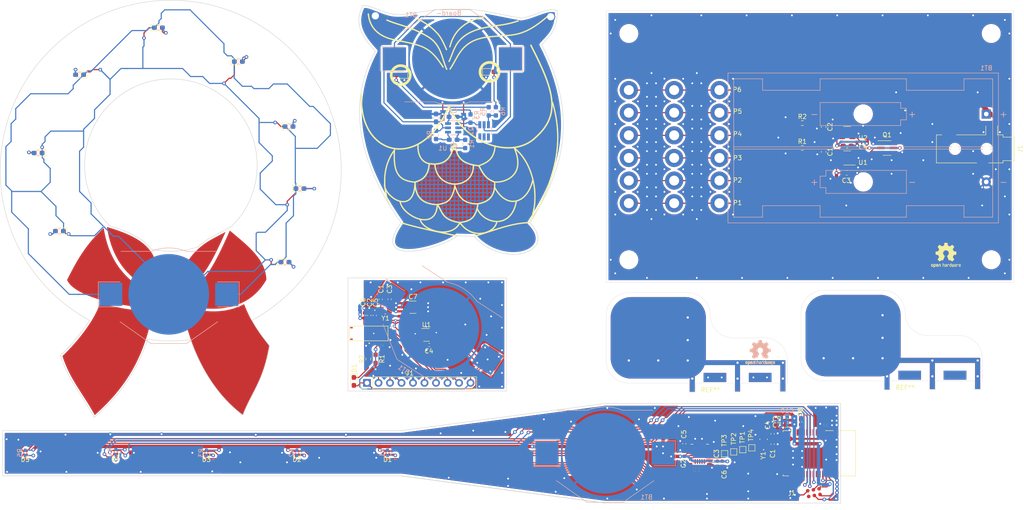
<source format=kicad_pcb>
(kicad_pcb (version 20201116) (generator pcbnew)
  (layers (0 "F.Cu" signal) (31 "B.Cu" signal) (34 "B.Paste" user) (35 "F.Paste" user) (36 "B.SilkS" user "B.Silkscreen") (37 "F.SilkS" user "F.Silkscreen") (38 "B.Mask" user) (39 "F.Mask" user) (44 "Edge.Cuts" user))
  (net 0 "")
  (net 1 "Net-(D1-Pad2)")
  (net 2 "-BATT")
  (net 3 "Net-(D2-Pad2)")
  (net 4 "Net-(D3-Pad2)")
  (net 5 "Net-(D4-Pad2)")
  (net 6 "Net-(D5-Pad2)")
  (net 7 "Net-(D6-Pad2)")
  (net 8 "Net-(D7-Pad2)")
  (net 9 "Net-(D8-Pad2)")
  (net 10 "+BATT")
  (net 11 "Net-(C1-Pad2)")
  (net 12 "Net-(C1-Pad1)")
  (net 13 "Net-(C3-Pad1)")
  (net 14 "Net-(P1-Pad1)")
  (net 15 "Net-(Q1-Pad3)")
  (net 16 "Net-(Q1-Pad1)")
  (net 17 "GND")
  (net 18 "/XL2")
  (net 19 "/XL1")
  (net 20 "Net-(C5-Pad1)")
  (net 21 "Net-(D1-Pad1)")
  (net 22 "/LEDn")
  (net 23 "/NRF_RST")
  (net 24 "/SWDIO")
  (net 25 "/SWDCLK")
  (net 26 "/P0.07")
  (net 27 "/P0.08")
  (net 28 "/P0.18")
  (net 29 "Net-(U2-Pad9)")
  (net 30 "/P0.20")
  (net 31 "Net-(U2-Pad10)")
  (net 32 "/SHT_RSTn")
  (net 33 "/SDA")
  (net 34 "Net-(U1-Pad3)")
  (net 35 "/SCL")
  (net 36 "Net-(U2-Pad6)")
  (net 37 "Net-(U2-Pad11)")
  (net 38 "Net-(U2-Pad24)")
  (net 39 "Net-(U2-Pad23)")
  (net 40 "Net-(C8-Pad1)")
  (net 41 "/LED1B")
  (net 42 "/LED1G")
  (net 43 "/LED1R")
  (net 44 "Net-(R1-Pad2)")
  (net 45 "/LED2B")
  (net 46 "/LED2G")
  (net 47 "/LED2R")
  (net 48 "Net-(D2-Pad1)")
  (net 49 "/LED3B")
  (net 50 "/LED3G")
  (net 51 "/LED3R")
  (net 52 "Net-(D3-Pad1)")
  (net 53 "/LED4B")
  (net 54 "/LED4G")
  (net 55 "/LED4R")
  (net 56 "Net-(D4-Pad1)")
  (net 57 "Net-(E1-Pad41)")
  (net 58 "Net-(E1-Pad40)")
  (net 59 "Net-(E1-Pad38)")
  (net 60 "Net-(E1-Pad34)")
  (net 61 "Net-(E1-Pad33)")
  (net 62 "/LED5B")
  (net 63 "/LED5G")
  (net 64 "/LED5R")
  (net 65 "/GYRO_CS")
  (net 66 "/SPI_CLK")
  (net 67 "/SPI_MOSI")
  (net 68 "/SPI_MISO")
  (net 69 "Net-(D5-Pad1)")
  (net 70 "no_connect_44")
  (net 71 "Net-(E1-Pad4)")
  (net 72 "Net-(E1-Pad3)")
  (net 73 "Net-(E1-Pad2)")
  (net 74 "Net-(E1-Pad5)")
  (net 75 "no_connect_43")
  (net 76 "no_connect_45")
  (net 77 "no_connect_46")
  (net 78 "no_connect_47")
  (net 79 "no_connect_48")
  (net 80 "Net-(C2-Pad2)")
  (net 81 "Net-(C2-Pad1)")
  (net 82 "Net-(J1-PadT)")
  (net 83 "Net-(J1-PadR)")
  (net 84 "Net-(Q1-Pad5)")
  (net 85 "Net-(Q1-Pad2)")
  (net 86 "Net-(R1-Pad1)")
  (net 87 "Net-(R2-Pad1)")
  (footprint "Connector_Audio:Jack_3.5mm_CUI_SJ-3523-SMT_Horizontal" (layer "F.Cu") (at 235.25 51 -90)
    (fp_text reference "J1")
    (fp_text value "AudioJack3")
  )
  (footprint "Capacitor_SMD:C_1210_3225Metric_Pad1.33x2.70mm_HandSolder" (layer "F.Cu") (at 111.107134 85.978683)
    (fp_text reference "C7")
    (fp_text value "100uF")
  )
  (footprint "LED_SMD:LED_Lumex_SML-LX0303SIUPGUSB" (layer "F.Cu") (at 65.499999 118.155001 180)
    (fp_text reference "D3")
    (fp_text value "LED_ARGB")
  )
  (footprint "06-MiniBLE:RAYTAC_MDBT42Q-512KV2" (layer "F.Cu") (at 200.8 118.25 -90)
    (fp_text reference "E1")
    (fp_text value "MDBT42Q-512KV2")
  )
  (footprint "Capacitor_SMD:C_0402_1005Metric_Pad0.74x0.62mm_HandSolder" (layer "F.Cu") (at 190.5 116.25 -90)
    (fp_text reference "C1")
    (fp_text value "15pf")
  )
  (footprint "TinyBLE:XCVR_EYSHSNZWZ" (layer "F.Cu") (at 101.325 91.775 180)
    (fp_text reference "U2")
    (fp_text value "EYSHSNZWZ")
  )
  (footprint "LED_SMD:LED_0603_1608Metric_Pad1.05x0.95mm_HandSolder" (layer "F.Cu") (at 82.845 76.027)
    (fp_text reference "D4" hide)
    (fp_text value "LED")
  )
  (footprint "LED_SMD:LED_Lumex_SML-LX0303SIUPGUSB" (layer "F.Cu") (at 85.499999 118.155001 180)
    (fp_text reference "D2")
    (fp_text value "LED_ARGB")
  )
  (footprint "Capacitor_SMD:C_0402_1005Metric_Pad0.74x0.62mm_HandSolder" (layer "F.Cu") (at 193.8 112.05 180)
    (fp_text reference "C7")
    (fp_text value "0.1uF")
  )
  (footprint "LED_SMD:LED_0603_1608Metric_Pad1.05x0.95mm_HandSolder" (layer "F.Cu") (at 83.734 46.055)
    (fp_text reference "D8" hide)
    (fp_text value "LED")
  )
  (footprint "Capacitor_SMD:C_0402_1005Metric_Pad0.74x0.62mm_HandSolder" (layer "F.Cu") (at 193.8 110.95 180)
    (fp_text reference "C9")
    (fp_text value "4.7uF")
  )
  (footprint "TestPoint:TestPoint_Pad_1.0x1.0mm" (layer "F.Cu") (at 185.9 117.05 180)
    (fp_text reference "TP4")
    (fp_text value "TestPoint")
  )
  (footprint "Connector:Tag-Connect_TC2030-IDC-NL_2x03_P1.27mm_Vertical" (layer "F.Cu") (at 199.6 126.95 -170)
    (fp_text reference "J1")
    (fp_text value "TagConnect")
  )
  (footprint "TestPoint:TestPoint_Pad_1.0x1.0mm" (layer "F.Cu") (at 179.9 118.35 180)
    (fp_text reference "TP3")
    (fp_text value "TestPoint")
  )
  (footprint "Package_TO_SOT_SMD:SOT-23-6" (layer "F.Cu") (at 206.95 53 180)
    (fp_text reference "U1")
    (fp_text value "AT42QT1011-TSHR")
  )
  (footprint "08-TouchKey:PaddleBase" (layer "F.Cu") (at 168.75 58)
    (fp_text reference "P2")
    (fp_text value "TouchPaddles")
  )
  (footprint "TinyBLE:FC-12M 32.7680KA-A3" (layer "F.Cu") (at 104.981043 86.643916)
    (fp_text reference "Y1")
    (fp_text value "Crystal" hide)
  )
  (footprint "Capacitor_SMD:C_0402_1005Metric_Pad0.74x0.62mm_HandSolder" (layer "F.Cu") (at 114.678341 94.33798 180)
    (fp_text reference "C4")
    (fp_text value "0.1uF")
  )
  (footprint "MountingHole:MountingHole_3.2mm_M3" (layer "F.Cu") (at 238.75 75.5)
    (fp_text reference "H1" hide)
    (fp_text value "MountingHole")
  )
  (footprint "Capacitor_SMD:C_0402_1005Metric_Pad0.74x0.62mm_HandSolder" (layer "F.Cu") (at 179.34394 120.556077 -90)
    (fp_text reference "C6")
    (fp_text value "1.0uF")
  )
  (footprint "08-TouchKey:PaddleBase" (layer "F.Cu") (at 168.75 38)
    (fp_text reference "P6")
    (fp_text value "TouchPaddles")
  )
  (footprint "04-Owl:TouchPad" (layer "F.Cu") (at 120.134048 59.327488)
    (fp_text reference "P1" hide)
    (fp_text value "CapacitiveTouch")
  )
  (footprint "Capacitor_SMD:C_0402_1005Metric_Pad0.74x0.62mm_HandSolder" (layer "F.Cu") (at 105.931199 84.221956 90)
    (fp_text reference "C3")
    (fp_text value "15pF")
  )
  (footprint "Capacitor_SMD:C_0603_1608Metric_Pad1.08x0.95mm_HandSolder" (layer "F.Cu") (at 206.95 50.3)
    (fp_text reference "C4")
    (fp_text value "100nF")
  )
  (footprint "LED_SMD:LED_0603_1608Metric_Pad1.05x0.95mm_HandSolder" (layer "F.Cu") (at 33.061 69.169 180)
    (fp_text reference "D7" hide)
    (fp_text value "LED")
  )
  (footprint "Symbol:OSHW-Logo2_7.3x6mm_SilkScreen" (layer "F.Cu") (at 187.75 96)
    (fp_text reference "REF**" hide)
    (fp_text value "OSHW-Logo2_7.3x6mm_SilkScreen" hide)
  )
  (footprint "LED_SMD:LED_0603_1608Metric_Pad1.05x0.95mm_HandSolder" (layer "F.Cu") (at 108.300476 34.687512 180)
    (fp_text reference "D2" hide)
    (fp_text value "LED")
  )
  (footprint "LED_SMD:LED_0603_1608Metric_Pad1.05x0.95mm_HandSolder" (layer "F.Cu") (at 28.362 51.897 180)
    (fp_text reference "D5" hide)
    (fp_text value "LED")
  )
  (footprint "Connector_PinHeader_2.54mm:PinHeader_1x10_P2.54mm_Vertical" (layer "F.Cu") (at 100.95 102.7 90)
    (fp_text reference "J1")
    (fp_text value "Conn_01x10")
  )
  (footprint "08-TouchKey:TouchPaddle" (layer "F.Cu") (at 177.25 104.75)
    (fp_text reference "REF**")
    (fp_text value "TouchPaddle")
    (fp_line (start 4.5 -12) (end 11.5 -12) (layer "Edge.Cuts") (width 0.05))
    (fp_line (start 16.25 -1.75) (end 16.25 0) (layer "Edge.Cuts") (width 0.05))
    (fp_line (start 4.75 0) (end 4.75 -1.75) (layer "Edge.Cuts") (width 0.05))
    (fp_line (start 16.25 0) (end 14.75 0) (layer "Edge.Cuts") (width 0.05))
    (fp_line (start -23.5 -17) (end -23.5 -7) (layer "Edge.Cuts") (width 0.05))
    (fp_line (start 6.25 -1.75) (end 6.25 0) (layer "Edge.Cuts") (width 0.05))
    (fp_line (start -5.5 -2) (end -18.5 -2) (layer "Edge.Cuts") (width 0.05))
    (fp_line (start 6.25 0) (end 4.75 0) (layer "Edge.Cuts") (width 0.05))
    (fp_line (start 4.5 -2) (end -3.5 -2) (layer "Edge.Cuts") (width 0.05))
    (fp_line (start 16.5 -7) (end 16.5 -2) (layer "Edge.Cuts") (width 0.05))
    (fp_line (start -5.25 0) (end -5.25 -1.75) (layer "Edge.Cuts") (width 0.05))
    (fp_line (start 6.5 -2) (end 14.5 -2) (layer "Edge.Cuts") (width 0.05))
    (fp_line (start 14.75 0) (end 14.75 -1.75) (layer "Edge.Cuts") (width 0.05))
    (fp_line (start -18.5 -22) (end -5.5 -22) (layer "Edge.Cuts") (width 0.05))
    (fp_line (start -3.75 0) (end -5.25 0) (layer "Edge.Cuts") (width 0.05))
    (fp_line (start -3.75 -1.75) (end -3.75 0) (layer "Edge.Cuts") (width 0.05))
    (fp_arc (start -3.5 -1.75) (end -3.5 -2) (angle -90) (layer "Edge.Cuts") (width 0.05))
    (fp_arc (start -18.5 -17) (end -18.5 -22) (angle -90) (layer "Edge.Cuts") (width 0.05))
    (fp_arc (start 6.5 -1.75) (end 6.5 -2) (angle -90) (layer "Edge.Cuts") (width 0.05))
    (fp_arc (start -18.5 -7) (end -23.5 -7) (angle -90) (layer "Edge.Cuts") (width 0.05))
    (fp_arc (start 11.5 -7) (end 16.5 -7) (angle -90) (layer "Edge.Cuts") (width 0.05))
    (fp_arc (start -5.5 -17) (end -0.5 -17) (angle -90) (layer "Edge.Cuts") (width 0.05))
    (fp_arc (start 16.5 -1.75) (end 16.5 -2) (angle -90) (layer "Edge.Cuts") (width 0.05))
    (fp_arc (start 4.5 -1.75) (end 4.75 -1.75) (angle -90) (layer "Edge.Cuts") (width 0.05))
    (fp_arc (start 4.5 -17) (end -0.5 -17) (angle -90) (layer "Edge.Cuts") (width 0.05))
    (fp_arc (start 14.5 -1.75) (end 14.75 -1.75) (angle -90) (layer "Edge.Cuts") (width 0.05))
    (fp_arc (start -5.5 -1.75) (end -5.25 -1.75) (angle -90) (layer "Edge.Cuts") (width 0.05))
  )
  (footprint "LED_SMD:LED_0603_1608Metric_Pad1.05x0.95mm_HandSolder" (layer "F.Cu") (at 37.52 34.625 180)
    (fp_text reference "D3" hide)
    (fp_text value "LED")
  )
  (footprint "Capacitor_SMD:C_0603_1608Metric_Pad1.08x0.95mm_HandSolder" (layer "F.Cu") (at 206.85 56.3)
    (fp_text reference "C3")
    (fp_text value "100nF")
  )
  (footprint "LED_SMD:LED_0603_1608Metric_Pad1.05x0.95mm_HandSolder" (layer "F.Cu") (at 98.05 102.375 -90)
    (fp_text reference "D1")
    (fp_text value "LED")
  )
  (footprint "Capacitor_SMD:C_0402_1005Metric_Pad0.74x0.62mm_HandSolder" (layer "F.Cu") (at 102.65 87.8 90)
    (fp_text reference "C5")
    (fp_text value "1.0uF")
  )
  (footprint "LED_SMD:LED_Lumex_SML-LX0303SIUPGUSB" (layer "F.Cu") (at 45.499997 117.965003 180)
    (fp_text reference "D4")
    (fp_text value "LED_ARGB")
  )
  (footprint "08-TouchKey:TouchPaddle" (layer "F.Cu") (at 220.25 104.25)
    (fp_text reference "REF**")
    (fp_text value "TouchPaddle")
    (fp_line (start 4.5 -12) (end 11.5 -12) (layer "Edge.Cuts") (width 0.05))
    (fp_line (start 16.25 -1.75) (end 16.25 0) (layer "Edge.Cuts") (width 0.05))
    (fp_line (start 4.75 0) (end 4.75 -1.75) (layer "Edge.Cuts") (width 0.05))
    (fp_line (start 16.25 0) (end 14.75 0) (layer "Edge.Cuts") (width 0.05))
    (fp_line (start -23.5 -17) (end -23.5 -7) (layer "Edge.Cuts") (width 0.05))
    (fp_line (start 6.25 -1.75) (end 6.25 0) (layer "Edge.Cuts") (width 0.05))
    (fp_line (start -5.5 -2) (end -18.5 -2) (layer "Edge.Cuts") (width 0.05))
    (fp_line (start 6.25 0) (end 4.75 0) (layer "Edge.Cuts") (width 0.05))
    (fp_line (start 4.5 -2) (end -3.5 -2) (layer "Edge.Cuts") (width 0.05))
    (fp_line (start 16.5 -7) (end 16.5 -2) (layer "Edge.Cuts") (width 0.05))
    (fp_line (start -5.25 0) (end -5.25 -1.75) (layer "Edge.Cuts") (width 0.05))
    (fp_line (start 6.5 -2) (end 14.5 -2) (layer "Edge.Cuts") (width 0.05))
    (fp_line (start 14.75 0) (end 14.75 -1.75) (layer "Edge.Cuts") (width 0.05))
    (fp_line (start -18.5 -22) (end -5.5 -22) (layer "Edge.Cuts") (width 0.05))
    (fp_line (start -3.75 0) (end -5.25 0) (layer "Edge.Cuts") (width 0.05))
    (fp_line (start -3.75 -1.75) (end -3.75 0) (layer "Edge.Cuts") (width 0.05))
    (fp_arc (start -3.5 -1.75) (end -3.5 -2) (angle -90) (layer "Edge.Cuts") (width 0.05))
    (fp_arc (start -18.5 -17) (end -18.5 -22) (angle -90) (layer "Edge.Cuts") (width 0.05))
    (fp_arc (start 6.5 -1.75) (end 6.5 -2) (angle -90) (layer "Edge.Cuts") (width 0.05))
    (fp_arc (start -18.5 -7) (end -23.5 -7) (angle -90) (layer "Edge.Cuts") (width 0.05))
    (fp_arc (start 11.5 -7) (end 16.5 -7) (angle -90) (layer "Edge.Cuts") (width 0.05))
    (fp_arc (start -5.5 -17) (end -0.5 -17) (angle -90) (layer "Edge.Cuts") (width 0.05))
    (fp_arc (start 16.5 -1.75) (end 16.5 -2) (angle -90) (layer "Edge.Cuts") (width 0.05))
    (fp_arc (start 4.5 -1.75) (end 4.75 -1.75) (angle -90) (layer "Edge.Cuts") (width 0.05))
    (fp_arc (start 4.5 -17) (end -0.5 -17) (angle -90) (layer "Edge.Cuts") (width 0.05))
    (fp_arc (start 14.5 -1.75) (end 14.75 -1.75) (angle -90) (layer "Edge.Cuts") (width 0.05))
    (fp_arc (start -5.5 -1.75) (end -5.25 -1.75) (angle -90) (layer "Edge.Cuts") (width 0.05))
  )
  (footprint "MountingHole:MountingHole_3.2mm_M3" (layer "F.Cu") (at 238.75 25.5)
    (fp_text reference "H3" hide)
    (fp_text value "MountingHole")
  )
  (footprint "Capacitor_SMD:C_0402_1005Metric_Pad0.74x0.62mm_HandSolder" (layer "F.Cu") (at 103.977488 84.245 90)
    (fp_text reference "C1")
    (fp_text value "15pf")
  )
  (footprint "Package_TO_SOT_SMD:SOT-23-6_Handsoldering" (layer "F.Cu") (at 215.75 50.8)
    (fp_text reference "Q1")
    (fp_text value "Q_Dual_PMOS_S1G1D2S2G2D1")
  )
  (footprint "08-TouchKey:PaddleBase" (layer "F.Cu") (at 168.75 63)
    (fp_text reference "P1")
    (fp_text value "TouchPaddles")
  )
  (footprint "Resistor_SMD:R_0603_1608Metric_Pad0.98x0.95mm_HandSolder" (layer "F.Cu") (at 197.05 45.3)
    (fp_text reference "R2")
    (fp_text value "22k")
  )
  (footprint "Capacitor_SMD:C_0402_1005Metric_Pad0.74x0.62mm_HandSolder" (layer "F.Cu") (at 196.6 111.35 90)
    (fp_text reference "C8")
    (fp_text value "1.0uF")
  )
  (footprint "Resistor_SMD:R_0603_1608Metric_Pad0.98x0.95mm_HandSolder" (layer "F.Cu") (at 101.247957 97.419627 90)
    (fp_text reference "R2")
    (fp_text value "1k")
  )
  (footprint "Symbol:OSHW-Logo2_7.3x6mm_SilkScreen" (layer "F.Cu") (at 228.75 74.5)
    (fp_text reference "REF**" hide)
    (fp_text value "OSHW-Logo2_7.3x6mm_SilkScreen" hide)
  )
  (footprint "Sensor_Humidity:Sensirion_DFN-8-1EP_2.5x2.5mm_P0.5mm_EP1.1x1.7mm" (layer "F.Cu") (at 114.075 92.092488)
    (fp_text reference "U1")
    (fp_text value "SHT31-DIS")
  )
  (footprint "LED_SMD:LED_0603_1608Metric_Pad1.05x0.95mm_HandSolder" (layer "F.Cu") (at 86.147 59.771)
    (fp_text reference "D6" hide)
    (fp_text value "LED")
  )
  (footprint "Capacitor_SMD:C_0402_1005Metric_Pad0.74x0.62mm_HandSolder" (layer "F.Cu") (at 171 116.15 90)
    (fp_text reference "C5")
    (fp_text value "1.0uF")
  )
  (footprint "LED_SMD:LED_0603_1608Metric_Pad1.05x0.95mm_HandSolder" (layer "F.Cu") (at 128.110476 33.977512)
    (fp_text reference "D3" hide)
    (fp_text value "LED")
  )
  (footprint "Resistor_SMD:R_0603_1608Metric_Pad0.98x0.95mm_HandSolder" (layer "F.Cu") (at 102.85 97.4 -90)
    (fp_text reference "R1")
    (fp_text value "100k")
  )
  (footprint "Capacitor_SMD:C_0402_1005Metric_Pad0.74x0.62mm_HandSolder" (layer "F.Cu") (at 100.35 87.8 90)
    (fp_text reference "C6")
    (fp_text value "4.7uF")
  )
  (footprint "LED_SMD:LED_Lumex_SML-LX0303SIUPGUSB" (layer "F.Cu") (at 105.499999 118.155001 180)
    (fp_text reference "D1")
    (fp_text value "LED_ARGB")
  )
  (footprint "LED_SMD:LED_0603_1608Metric_Pad1.05x0.95mm_HandSolder" (layer "F.Cu") (at 72.558 31.704)
    (fp_text reference "D1" hide)
    (fp_text value "LED")
  )
  (footprint "LED_SMD:LED_Lumex_SML-LX0303SIUPGUSB" (layer "F.Cu") (at 25.499999 118.155001 180)
    (fp_text reference "D5")
    (fp_text value "LED_ARGB")
  )
  (footprint "Wreath:PcbDrawing" (layer "F.Cu") (at 58.461 65.613)
    (fp_text reference "Ref**" hide)
    (fp_text value "Val**" hide)
    (fp_line (start -35.33104 5.2396) (end -34.8081 6.3828) (layer "Edge.Cuts") (width 0.1))
    (fp_line (start 32.5805 7.5148) (end 33.1408 6.392) (layer "Edge.Cuts") (width 0.1))
    (fp_line (start -14.9203 1.7219) (end -15.5149 1.0321) (layer "Edge.Cuts") (width 0.1))
    (fp_line (start 8.0957 36.726) (end 7.4 35.6469) (layer "Edge.Cuts") (width 0.1))
    (fp_line (start -12.5449 39.486) (end -11.7524 38.4999) (layer "Edge.Cuts") (width 0.1))
    (fp_line (start -24.4278 30.2657) (end -25.1807 30.9656) (layer "Edge.Cuts") (width 0.1))
    (fp_line (start 0.7156 7.936) (end -0.0362 7.9803) (layer "Edge.Cuts") (width 0.1))
    (fp_line (start -38.467667 -9.8265) (end -38.444489 -8.4928) (layer "Edge.Cuts") (width 0.1))
    (fp_line (start 15.4858 -20.914) (end 15.9442 -20.1167) (layer "Edge.Cuts") (width 0.1))
    (fp_line (start -17.5484 -20.0926) (end -17.0925 -20.8883) (layer "Edge.Cuts") (width 0.1))
    (fp_line (start 4.4806 29.9331) (end 4.0054 28.7432) (layer "Edge.Cuts") (width 0.1))
    (fp_line (start 35.1126 -21.0184) (end 34.8272 -21.8975) (layer "Edge.Cuts") (width 0.1))
    (fp_line (start -19.8331 -11.0425) (end -19.8085 -12.0191) (layer "Edge.Cuts") (width 0.1))
    (fp_line (start -28.6905 -35.132) (end -29.28999 -34.4564) (layer "Edge.Cuts") (width 0.1))
    (fp_line (start -23.9872 19.8457) (end -22.995 20.5951) (layer "Edge.Cuts") (width 0.1))
    (fp_line (start -22.3968 37.071) (end -21.9218 37.8501) (layer "Edge.Cuts") (width 0.1))
    (fp_line (start -0.0362 7.9803) (end -0.7955 7.9951) (layer "Edge.Cuts") (width 0.1))
    (fp_line (start 36.7124 -7.1691) (end 36.7815 -8.492) (layer "Edge.Cuts") (width 0.1))
    (fp_line (start -19.5652 -42.47608) (end -20.3473 -42.01373) (layer "Edge.Cuts") (width 0.1))
    (fp_line (start 3.9618 -47.160129) (end 3.0164 -47.268189) (layer "Edge.Cuts") (width 0.1))
    (fp_line (start 18.0161 -8.0291) (end 17.8428 -7.0609) (layer "Edge.Cuts") (width 0.1))
    (fp_line (start 31.353 9.6945) (end 31.9843 8.6159) (layer "Edge.Cuts") (width 0.1))
    (fp_line (start 6.7533 -46.6979) (end 5.8305 -46.87469) (layer "Edge.Cuts") (width 0.1))
    (fp_line (start -37.87981 -16.4887) (end -38.033993 -15.5581) (layer "Edge.Cuts") (width 0.1))
    (fp_line (start 15.8414 -1.7014) (end 15.3564 -0.892) (layer "Edge.Cuts") (width 0.1))
    (fp_line (start 8.5188 4.6981) (end 10.2846 3.7653) (layer "Edge.Cuts") (width 0.1))
    (fp_line (start -16.6038 -0.4308) (end -17.0957 -1.2015) (layer "Edge.Cuts") (width 0.1))
    (fp_line (start -9.1052 4.3854) (end -8.5207 4.6999) (layer "Edge.Cuts") (width 0.1))
    (fp_line (start 25.1288 17.4236) (end 26.0138 16.5522) (layer "Edge.Cuts") (width 0.1))
    (fp_line (start 12.0048 -25.1341) (end 12.6659 -24.5038) (layer "Edge.Cuts") (width 0.1))
    (fp_line (start -20.9292 39.4155) (end -19.8899 41.0416) (layer "Edge.Cuts") (width 0.1))
    (fp_line (start 19.9602 27.554) (end 20.963 28.8188) (layer "Edge.Cuts") (width 0.1))
    (fp_line (start -24.4972 32.9032) (end -24.1188 33.7986) (layer "Edge.Cuts") (width 0.1))
    (fp_line (start -33.92516 -27.766) (end -34.35027 -26.9603) (layer "Edge.Cuts") (width 0.1))
    (fp_line (start -12.9419 -25.7023) (end -12.2261 -26.2677) (layer "Edge.Cuts") (width 0.1))
    (fp_line (start -14.6318 -44.85187) (end -15.4813 -44.5048) (layer "Edge.Cuts") (width 0.1))
    (fp_line (start -29.28999 -34.4564) (end -29.87339 -33.7664) (layer "Edge.Cuts") (width 0.1))
    (fp_line (start 15.4489 43.2667) (end 15.0741 44.1968) (layer "Edge.Cuts") (width 0.1))
    (fp_line (start -17.9655 -43.34507) (end -18.7712 -42.91996) (layer "Edge.Cuts") (width 0.1))
    (fp_line (start 5.0038 7.112) (end 5.4447 6.7259) (layer "Edge.Cuts") (width 0.1))
    (fp_line (start 25.1351 -37.0701) (end 24.4741 -37.6855) (layer "Edge.Cuts") (width 0.1))
    (fp_line (start 25.7812 -36.4393) (end 25.1351 -37.0701) (layer "Edge.Cuts") (width 0.1))
    (fp_line (start 8.5742 -46.27766) (end 7.6679 -46.49879) (layer "Edge.Cuts") (width 0.1))
    (fp_line (start -5.6252 -47.160069) (end -6.5633 -47.028793) (layer "Edge.Cuts") (width 0.1))
    (fp_line (start 3.6364 7.4766) (end 2.9203 7.6327) (layer "Edge.Cuts") (width 0.1))
    (fp_line (start 18.2469 37.5676) (end 17.8471 38.3818) (layer "Edge.Cuts") (width 0.1))
    (fp_line (start 32.2622 -27.7662) (end 31.8183 -28.5602) (layer "Edge.Cuts") (width 0.1))
    (fp_line (start 8.8295 37.7784) (end 8.0957 36.726) (layer "Edge.Cuts") (width 0.1))
    (fp_line (start 35.0071 1.6995) (end 35.3762 0.4799) (layer "Edge.Cuts") (width 0.1))
    (fp_line (start -10.2439 36.4035) (end -9.5317 35.2873) (layer "Edge.Cuts") (width 0.1))
    (fp_line (start 27.6958 14.7243) (end 28.4914 13.7694) (layer "Edge.Cuts") (width 0.1))
    (fp_line (start 15.4852 -43.75126) (end 14.657 -44.13793) (layer "Edge.Cuts") (width 0.1))
    (fp_line (start 20.0849 32.7516) (end 19.7476 33.8556) (layer "Edge.Cuts") (width 0.1))
    (fp_line (start 16.6855 -3.3959) (end 16.2848 -2.5363) (layer "Edge.Cuts") (width 0.1))
    (fp_line (start -34.7563 -26.1432) (end -35.14298 -25.3151) (layer "Edge.Cuts") (width 0.1))
    (fp_line (start -2.8208 -29.9732) (end -1.8573 -30.0506) (layer "Edge.Cuts") (width 0.1))
    (fp_line (start -37.03989 -20.1298) (end -37.28275 -19.2323) (layer "Edge.Cuts") (width 0.1))
    (fp_line (start -18.686 -4.5185) (end -18.9832 -5.4003) (layer "Edge.Cuts") (width 0.1))
    (fp_line (start 13.2963 -23.8427) (end 13.8947 -23.1519) (layer "Edge.Cuts") (width 0.1))
    (fp_line (start 17.8428 -7.0609) (end 17.6222 -6.1126) (layer "Edge.Cuts") (width 0.1))
    (fp_line (start 19.0222 35.8275) (end 18.6394 36.7203) (layer "Edge.Cuts") (width 0.1))
    (fp_line (start 18.1437 -12.9889) (end 18.2173 -12.0221) (layer "Edge.Cuts") (width 0.1))
    (fp_line (start 2.1944 7.7617) (end 1.4594 7.863) (layer "Edge.Cuts") (width 0.1))
    (fp_line (start -3.5562 7.7965) (end -4.0945 7.7104) (layer "Edge.Cuts") (width 0.1))
    (fp_line (start -14.3002 2.3876) (end -12.9905 2.7981) (layer "Edge.Cuts") (width 0.1))
    (fp_line (start -32.5384 -30.1119) (end -33.01893 -29.3421) (layer "Edge.Cuts") (width 0.1))
    (fp_line (start -4.6985 27.6137) (end -3.4211 27.7222) (layer "Edge.Cuts") (width 0.1))
    (fp_line (start 0.2836 27.7937) (end 1.3908 27.7454) (layer "Edge.Cuts") (width 0.1))
    (fp_line (start -8.2637 -28.5591) (end -7.4027 -28.9019) (layer "Edge.Cuts") (width 0.1))
    (fp_line (start -5.969 27.4574) (end -4.6985 27.6137) (layer "Edge.Cuts") (width 0.1))
    (fp_line (start 16.6319 40.7497) (end 16.2304 41.5556) (layer "Edge.Cuts") (width 0.1))
    (fp_line (start 20.2111 -41.03496) (end 19.4539 -41.53338) (layer "Edge.Cuts") (width 0.1))
    (fp_line (start 19.7476 33.8556) (end 19.3925 34.8767) (layer "Edge.Cuts") (width 0.1))
    (fp_line (start -19.4944 24.4019) (end -20.2771 25.494) (layer "Edge.Cuts") (width 0.1))
    (fp_line (start -5.6218 -29.4625) (end -4.7043 -29.678) (layer "Edge.Cuts") (width 0.1))
    (fp_line (start -13.3605 40.4348) (end -12.5449 39.486) (layer "Edge.Cuts") (width 0.1))
    (fp_line (start -20.2771 25.494) (end -21.0993 26.5624) (layer "Edge.Cuts") (width 0.1))
    (fp_line (start 12.122 2.7289) (end 12.202 2.7423) (layer "Edge.Cuts") (width 0.1))
    (fp_line (start -19.8085 -12.0191) (end -19.7354 -12.9829) (layer "Edge.Cuts") (width 0.1))
    (fp_line (start -38.27334 -13.6746) (end -38.357911 -12.7222) (layer "Edge.Cuts") (width 0.1))
    (fp_line (start 13.0879 42.5559) (end 12.1563 41.6729) (layer "Edge.Cuts") (width 0.1))
    (fp_line (start 36.5981 -5.8587) (end 36.7124 -7.1691) (layer "Edge.Cuts") (width 0.1))
    (fp_line (start -21.0993 26.5624) (end -21.9433 27.5905) (layer "Edge.Cuts") (width 0.1))
    (fp_line (start -17.1484 -43.7511) (end -17.9655 -43.34507) (layer "Edge.Cuts") (width 0.1))
    (fp_line (start -36.67225 1.6927) (end -36.26389 2.8938) (layer "Edge.Cuts") (width 0.1))
    (fp_line (start -9.1034 -28.1762) (end -8.2637 -28.5591) (layer "Edge.Cuts") (width 0.1))
    (fp_line (start 29.2557 12.7882) (end 29.9879 11.7815) (layer "Edge.Cuts") (width 0.1))
    (fp_line (start 15.3564 -0.892) (end 14.8306 -0.1092) (layer "Edge.Cuts") (width 0.1))
    (fp_line (start -5.5545 7.004) (end -5.1562 7.493) (layer "Edge.Cuts") (width 0.1))
    (fp_line (start 15.8352 42.3905) (end 15.4489 43.2667) (layer "Edge.Cuts") (width 0.1))
    (fp_line (start 13.818 -44.50495) (end 12.9686 -44.85201) (layer "Edge.Cuts") (width 0.1))
    (fp_line (start 2.064 -47.352749) (end 1.105 -47.413512) (layer "Edge.Cuts") (width 0.1))
    (fp_line (start -20.3473 -42.01373) (end -21.1171 -41.5332) (layer "Edge.Cuts") (width 0.1))
    (fp_line (start 36.8047 -9.8265) (end 36.7924 -10.7979) (layer "Edge.Cuts") (width 0.1))
    (fp_line (start -12.9026 -45.48496) (end -13.7722 -45.17868) (layer "Edge.Cuts") (width 0.1))
    (fp_line (start -35.85707 -23.6266) (end -36.18388 -22.767) (layer "Edge.Cuts") (width 0.1))
    (fp_line (start 20.963 28.8188) (end 20.6953 30.2457) (layer "Edge.Cuts") (width 0.1))
    (fp_line (start -37.50389 -18.3261) (end -37.70301 -17.4115) (layer "Edge.Cuts") (width 0.1))
    (fp_line (start -25.8931 18.2527) (end -24.9535 19.0646) (layer "Edge.Cuts") (width 0.1))
    (fp_line (start 23.1085 -38.86838) (end 22.4045 -39.43537) (layer "Edge.Cuts") (width 0.1))
    (fp_line (start -14.3002 2.3876) (end -14.9203 1.7219) (layer "Edge.Cuts") (width 0.1))
    (fp_line (start -27.4443 -36.4391) (end -28.0751 -35.793) (layer "Edge.Cuts") (width 0.1))
    (fp_line (start 17.443 39.1752) (end 16.6319 40.7497) (layer "Edge.Cuts") (width 0.1))
    (fp_line (start -3.7274 -47.352711) (end -4.6798 -47.26814) (layer "Edge.Cuts") (width 0.1))
    (fp_line (start 11.2651 40.7512) (end 10.4138 39.7933) (layer "Edge.Cuts") (width 0.1))
    (fp_line (start -21.9218 37.8501) (end -20.9292 39.4155) (layer "Edge.Cuts") (width 0.1))
    (fp_line (start 35.6198 -19.2324) (end 35.3769 -20.1299) (layer "Edge.Cuts") (width 0.1))
    (fp_line (start 33.1408 6.392) (end 33.6643 5.2483) (layer "Edge.Cuts") (width 0.1))
    (fp_line (start -29.3694 14.7119) (end -28.5442 15.6395) (layer "Edge.Cuts") (width 0.1))
    (fp_line (start -21.1171 -41.5332) (end -21.8743 -41.03478) (layer "Edge.Cuts") (width 0.1))
    (fp_line (start -25.1807 30.9656) (end -24.8516 31.9614) (layer "Edge.Cuts") (width 0.1))
    (fp_line (start 7.4579 -28.2024) (end 8.2788 -27.7819) (layer "Edge.Cuts") (width 0.1))
    (fp_line (start -26.8053 17.4107) (end -25.8931 18.2527) (layer "Edge.Cuts") (width 0.1))
    (fp_line (start 13.6604 1.373) (end 13.018 2.0705) (layer "Edge.Cuts") (width 0.1))
    (fp_line (start 20.2961 21.3249) (end 21.3145 20.6079) (layer "Edge.Cuts") (width 0.1))
    (fp_line (start 34.1504 4.0845) (end 34.5983 2.9013) (layer "Edge.Cuts") (width 0.1))
    (fp_line (start -19.8707 22.646) (end -18.7706 23.2918) (layer "Edge.Cuts") (width 0.1))
    (fp_line (start 19.4539 -41.53338) (end 18.6841 -42.0139) (layer "Edge.Cuts") (width 0.1))
    (fp_line (start 35.3769 -20.1299) (end 35.1126 -21.0184) (layer "Edge.Cuts") (width 0.1))
    (fp_line (start -15.5097 -23.123) (end -14.9144 -23.813) (layer "Edge.Cuts") (width 0.1))
    (fp_line (start 3.0164 -47.268189) (end 2.064 -47.352749) (layer "Edge.Cuts") (width 0.1))
    (fp_line (start -3.7702 -29.8486) (end -2.8208 -29.9732) (layer "Edge.Cuts") (width 0.1))
    (fp_line (start 17.902 -42.47625) (end 17.108 -42.92013) (layer "Edge.Cuts") (width 0.1))
    (fp_line (start 18.2421 -11.0425) (end 18.2166 -10.0208) (layer "Edge.Cuts") (width 0.1))
    (fp_line (start 22.4045 -39.43537) (end 21.6867 -39.98566) (layer "Edge.Cuts") (width 0.1))
    (fp_line (start 10.4138 39.7933) (end 9.6021 38.8016) (layer "Edge.Cuts") (width 0.1))
    (fp_line (start -8.5207 4.6999) (end -7.959 5.0321) (layer "Edge.Cuts") (width 0.1))
    (fp_line (start 1.105 -47.413512) (end 0.1397 -47.450183) (layer "Edge.Cuts") (width 0.1))
    (fp_line (start -24.7716 -38.86819) (end -25.4616 -38.28479) (layer "Edge.Cuts") (width 0.1))
    (fp_line (start -38.45537 -10.7979) (end -38.467667 -9.8265) (layer "Edge.Cuts") (width 0.1))
    (fp_line (start -3.4211 27.7222) (end -2.1319 27.7879) (layer "Edge.Cuts") (width 0.1))
    (fp_line (start 8.2788 -27.7819) (end 9.076 -27.3236) (layer "Edge.Cuts") (width 0.1))
    (fp_line (start 20.4017 31.5525) (end 20.0849 32.7516) (layer "Edge.Cuts") (width 0.1))
    (fp_line (start -10.2375 -46.27755) (end -11.135 -46.03469) (layer "Edge.Cuts") (width 0.1))
    (fp_line (start 36.7924 -10.7979) (end 36.7558 -11.7633) (layer "Edge.Cuts") (width 0.1))
    (fp_line (start 13.018 2.0705) (end 12.3386 2.7375) (layer "Edge.Cuts") (width 0.1))
    (fp_line (start 36.7815 -8.492) (end 36.8047 -9.8265) (layer "Edge.Cuts") (width 0.1))
    (fp_line (start -38.375441 -7.1707) (end -38.261291 -5.8611) (layer "Edge.Cuts") (width 0.1))
    (fp_line (start 16.3646 -19.2959) (end 16.7459 -18.4526) (layer "Edge.Cuts") (width 0.1))
    (fp_line (start 5.8305 -46.87469) (end 4.8999 -47.028863) (layer "Edge.Cuts") (width 0.1))
    (fp_line (start 14.0604 43.398) (end 13.0879 42.5559) (layer "Edge.Cuts") (width 0.1))
    (fp_line (start -6.4631 28.9074) (end -6.2068 28.1873) (layer "Edge.Cuts") (width 0.1))
    (fp_line (start -11.135 -46.03469) (end -12.0235 -45.77039) (layer "Edge.Cuts") (width 0.1))
    (fp_line (start -19.8899 41.0416) (end -19.3565 41.8966) (layer "Edge.Cuts") (width 0.1))
    (fp_line (start 5.5383 32.2728) (end 4.9914 31.1104) (layer "Edge.Cuts") (width 0.1))
    (fp_line (start 3.9622 -29.4803) (end 4.8656 -29.2237) (layer "Edge.Cuts") (width 0.1))
    (fp_line (start 9.076 -27.3236) (end 9.8484 -26.8284) (layer "Edge.Cuts") (width 0.1))
    (fp_line (start 35.7048 -0.7568) (end 35.992 -2.0097) (layer "Edge.Cuts") (width 0.1))
    (fp_line (start 17.3861 -16.7036) (end 17.6426 -15.8002) (layer "Edge.Cuts") (width 0.1))
    (fp_line (start -18.6846 -17.5696) (end -18.3457 -18.432) (layer "Edge.Cuts") (width 0.1))
    (fp_line (start -37.65591 -2.0145) (end -37.36903 -0.7622) (layer "Edge.Cuts") (width 0.1))
    (fp_line (start -21.9777 21.3121) (end -20.936 21.996) (layer "Edge.Cuts") (width 0.1))
    (fp_line (start -19.7356 -9.1028) (end -19.8086 -10.0663) (layer "Edge.Cuts") (width 0.1))
    (fp_line (start 29.8609 -31.6136) (end 29.3276 -32.3448) (layer "Edge.Cuts") (width 0.1))
    (fp_line (start -22.6187 -40.51878) (end -23.3499 -39.98548) (layer "Edge.Cuts") (width 0.1))
    (fp_line (start -15.5149 1.0321) (end -16.0764 0.3141) (layer "Edge.Cuts") (width 0.1))
    (fp_line (start 12.2774 2.7558) (end 12.3386 2.7375) (layer "Edge.Cuts") (width 0.1))
    (fp_line (start -29.87339 -33.7664) (end -30.44039 -33.0624) (layer "Edge.Cuts") (width 0.1))
    (fp_line (start -3.013 7.8674) (end -3.5562 7.7965) (layer "Edge.Cuts") (width 0.1))
    (fp_line (start -36.49016 -21.8974) (end -36.77559 -21.0183) (layer "Edge.Cuts") (width 0.1))
    (fp_line (start -13.7722 -45.17868) (end -14.6318 -44.85187) (layer "Edge.Cuts") (width 0.1))
    (fp_line (start 17.9993 24.7765) (end 18.4761 25.5023) (layer "Edge.Cuts") (width 0.1))
    (fp_line (start 30.8754 -30.112) (end 30.3769 -30.8693) (layer "Edge.Cuts") (width 0.1))
    (fp_line (start -14.1973 41.3492) (end -13.3605 40.4348) (layer "Edge.Cuts") (width 0.1))
    (fp_line (start -38.357911 -12.7222) (end -38.418687 -11.7633) (layer "Edge.Cuts") (width 0.1))
    (fp_line (start -30.92752 12.7764) (end -30.1641 13.7573) (layer "Edge.Cuts") (width 0.1))
    (fp_line (start -2.1319 27.7879) (end -0.8317 27.8099) (layer "Edge.Cuts") (width 0.1))
    (fp_line (start -19.6151 -13.9329) (end -19.4486 -14.8677) (layer "Edge.Cuts") (width 0.1))
    (fp_line (start -38.418687 -11.7633) (end -38.45537 -10.7979) (layer "Edge.Cuts") (width 0.1))
    (fp_line (start 7.6679 -46.49879) (end 6.7533 -46.6979) (layer "Edge.Cuts") (width 0.1))
    (fp_line (start -16.5999 -21.6594) (end -16.072 -22.4047) (layer "Edge.Cuts") (width 0.1))
    (fp_line (start 2.1037 -29.8602) (end 3.0411 -29.6928) (layer "Edge.Cuts") (width 0.1))
    (fp_line (start 14.4598 -22.4327) (end 14.9906 -21.6864) (layer "Edge.Cuts") (width 0.1))
    (fp_line (start -30.99068 -32.3447) (end -31.52398 -31.6135) (layer "Edge.Cuts") (width 0.1))
    (fp_line (start -35.81656 4.0764) (end -35.33104 5.2396) (layer "Edge.Cuts") (width 0.1))
    (fp_line (start 0.1841 -30.0548) (end 1.1509 -29.9813) (layer "Edge.Cuts") (width 0.1))
    (fp_line (start 36.4394 -4.5614) (end 36.5981 -5.8587) (layer "Edge.Cuts") (width 0.1))
    (fp_line (start -2.7685 -47.413487) (end -3.7274 -47.352711) (layer "Edge.Cuts") (width 0.1))
    (fp_line (start -37.70301 -17.4115) (end -37.87981 -16.4887) (layer "Edge.Cuts") (width 0.1))
    (fp_line (start -24.1188 33.7986) (end -23.718 34.6555) (layer "Edge.Cuts") (width 0.1))
    (fp_line (start 27.0274 -35.1322) (end 26.412 -35.7932) (layer "Edge.Cuts") (width 0.1))
    (fp_line (start 18.2173 -12.0221) (end 18.2421 -11.0425) (layer "Edge.Cuts") (width 0.1))
    (fp_line (start 19.4597 26.8909) (end 19.9602 27.554) (layer "Edge.Cuts") (width 0.1))
    (fp_line (start -18.3457 -18.432) (end -17.9665 -19.2734) (layer "Edge.Cuts") (width 0.1))
    (fp_line (start -36.18388 -22.767) (end -36.49016 -21.8974) (layer "Edge.Cuts") (width 0.1))
    (fp_line (start -10.7143 -27.295) (end -9.9206 -27.7545) (layer "Edge.Cuts") (width 0.1))
    (fp_line (start -31.52398 -31.6135) (end -32.03998 -30.8691) (layer "Edge.Cuts") (width 0.1))
    (fp_line (start 30.3769 -30.8693) (end 29.8609 -31.6136) (layer "Edge.Cuts") (width 0.1))
    (fp_line (start -10.3354 3.8044) (end -9.7107 4.0873) (layer "Edge.Cuts") (width 0.1))
    (fp_line (start -22.8555 36.284) (end -22.3968 37.071) (layer "Edge.Cuts") (width 0.1))
    (fp_line (start -6.4283 6.1479) (end -5.9755 6.5639) (layer "Edge.Cuts") (width 0.1))
    (fp_line (start 36.0401 -17.4115) (end 35.8409 -18.3262) (layer "Edge.Cuts") (width 0.1))
    (fp_line (start -7.4027 -28.9019) (end -6.5217 -29.2035) (layer "Edge.Cuts") (width 0.1))
    (fp_line (start -13.6293 -25.1039) (end -12.9419 -25.7023) (layer "Edge.Cuts") (width 0.1))
    (fp_line (start 17.8552 -14.8791) (end 18.0226 -13.9417) (layer "Edge.Cuts") (width 0.1))
    (fp_line (start -17.5511 -1.9968) (end -17.9687 -2.8155) (layer "Edge.Cuts") (width 0.1))
    (fp_line (start -38.261291 -5.8611) (end -38.102808 -4.5647) (layer "Edge.Cuts") (width 0.1))
    (fp_line (start -11.4832 -26.799) (end -10.7143 -27.295) (layer "Edge.Cuts") (width 0.1))
    (fp_line (start 14.5621 43.803) (end 14.0604 43.398) (layer "Edge.Cuts") (width 0.1))
    (fp_line (start 21.6867 -39.98566) (end 20.9555 -40.51896) (layer "Edge.Cuts") (width 0.1))
    (fp_line (start -6.5633 -47.028793) (end -7.4939 -46.87461) (layer "Edge.Cuts") (width 0.1))
    (fp_line (start -33.48128 -28.56) (end -33.92516 -27.766) (layer "Edge.Cuts") (width 0.1))
    (fp_line (start 11.314 -25.7325) (end 12.0048 -25.1341) (layer "Edge.Cuts") (width 0.1))
    (fp_line (start 16.2848 -2.5363) (end 15.8414 -1.7014) (layer "Edge.Cuts") (width 0.1))
    (fp_line (start 17.8471 38.3818) (end 17.443 39.1752) (layer "Edge.Cuts") (width 0.1))
    (fp_line (start 31.8183 -28.5602) (end 31.3559 -29.3422) (layer "Edge.Cuts") (width 0.1))
    (fp_line (start -30.44039 -33.0624) (end -30.99068 -32.3447) (layer "Edge.Cuts") (width 0.1))
    (fp_line (start -2.4651 7.9229) (end -3.013 7.8674) (layer "Edge.Cuts") (width 0.1))
    (fp_line (start -17.9687 -2.8155) (end -18.3474 -3.6565) (layer "Edge.Cuts") (width 0.1))
    (fp_line (start -7.959 5.0321) (end -7.4218 5.3833) (layer "Edge.Cuts") (width 0.1))
    (fp_line (start 27.6269 -34.4566) (end 27.0274 -35.1322) (layer "Edge.Cuts") (width 0.1))
    (fp_line (start 5.7501 -28.9244) (end 6.6147 -28.5836) (layer "Edge.Cuts") (width 0.1))
    (fp_line (start 16.7459 -18.4526) (end 17.0868 -17.5881) (layer "Edge.Cuts") (width 0.1))
    (fp_line (start -16.072 -22.4047) (end -15.5097 -23.123) (layer "Edge.Cuts") (width 0.1))
    (fp_line (start -12.0235 -45.77039) (end -12.9026 -45.48496) (layer "Edge.Cuts") (width 0.1))
    (fp_line (start -24.8516 31.9614) (end -24.4972 32.9032) (layer "Edge.Cuts") (width 0.1))
    (fp_line (start 16.3023 -43.34523) (end 15.4852 -43.75126) (layer "Edge.Cuts") (width 0.1))
    (fp_line (start -11.7524 38.4999) (end -10.9848 37.4733) (layer "Edge.Cuts") (width 0.1))
    (fp_line (start -9.5317 35.2873) (end -8.8498 34.1218) (layer "Edge.Cuts") (width 0.1))
    (fp_line (start 6.7577 5.7454) (end 7.1971 5.462) (layer "Edge.Cuts") (width 0.1))
    (fp_line (start 14.2649 0.6462) (end 13.6604 1.373) (layer "Edge.Cuts") (width 0.1))
    (fp_line (start 36.2371 -3.2782) (end 36.4394 -4.5614) (layer "Edge.Cuts") (width 0.1))
    (fp_line (start 18.1869 22.6583) (end 19.2533 22.0086) (layer "Edge.Cuts") (width 0.1))
    (fp_line (start 36.3711 -15.5581) (end 36.2169 -16.4888) (layer "Edge.Cuts") (width 0.1))
    (fp_line (start 17.3551 -5.185) (end 17.0426 -4.2791) (layer "Edge.Cuts") (width 0.1))
    (fp_line (start -33.0224 9.6838) (end -32.35744 10.7389) (layer "Edge.Cuts") (width 0.1))
    (fp_line (start 29.3276 -32.3448) (end 28.7773 -33.0626) (layer "Edge.Cuts") (width 0.1))
    (fp_line (start 35.8409 -18.3262) (end 35.6198 -19.2324) (layer "Edge.Cuts") (width 0.1))
    (fp_line (start 23.7985 -38.28497) (end 23.1085 -38.86838) (layer "Edge.Cuts") (width 0.1))
    (fp_line (start -24.9535 19.0646) (end -23.9872 19.8457) (layer "Edge.Cuts") (width 0.1))
    (fp_line (start -27.6892 16.5394) (end -26.8053 17.4107) (layer "Edge.Cuts") (width 0.1))
    (fp_line (start 24.2157 18.2656) (end 25.1288 17.4236) (layer "Edge.Cuts") (width 0.1))
    (fp_line (start 3.0411 -29.6928) (end 3.9622 -29.4803) (layer "Edge.Cuts") (width 0.1))
    (fp_line (start -32.35744 10.7389) (end -31.65889 11.77) (layer "Edge.Cuts") (width 0.1))
    (fp_line (start -18.7693 23.2918) (end -19.4944 24.4019) (layer "Edge.Cuts") (width 0.1))
    (fp_line (start -17.9665 -19.2734) (end -17.5484 -20.0926) (layer "Edge.Cuts") (width 0.1))
    (fp_line (start 4.8999 -47.028863) (end 3.9618 -47.160129) (layer "Edge.Cuts") (width 0.1))
    (fp_line (start -19.2373 -15.7862) (end -18.9822 -16.6872) (layer "Edge.Cuts") (width 0.1))
    (fp_line (start 34.5209 -22.7671) (end 34.1941 -23.6268) (layer "Edge.Cuts") (width 0.1))
    (fp_line (start 18.141 -9.016) (end 18.0161 -8.0291) (layer "Edge.Cuts") (width 0.1))
    (fp_line (start 7.4 35.6469) (end 6.7422 34.5435) (layer "Edge.Cuts") (width 0.1))
    (fp_line (start -19.4491 -7.2189) (end -19.6154 -8.1533) (layer "Edge.Cuts") (width 0.1))
    (fp_line (start -33.65301 8.6056) (end -33.0224 9.6838) (layer "Edge.Cuts") (width 0.1))
    (fp_line (start 15.9442 -20.1167) (end 16.3646 -19.2959) (layer "Edge.Cuts") (width 0.1))
    (fp_line (start 13.8947 -23.1519) (end 14.4598 -22.4327) (layer "Edge.Cuts") (width 0.1))
    (fp_line (start -38.165269 -14.62) (end -38.27334 -13.6746) (layer "Edge.Cuts") (width 0.1))
    (fp_line (start 17.0942 23.2664) (end 17.5368 24.0294) (layer "Edge.Cuts") (width 0.1))
    (fp_line (start -25.4616 -38.28479) (end -26.1372 -37.6853) (layer "Edge.Cuts") (width 0.1))
    (fp_line (start 10.2846 3.7653) (end 11.1667 3.2796) (layer "Edge.Cuts") (width 0.1))
    (fp_line (start -31.65889 11.77) (end -30.92752 12.7764) (layer "Edge.Cuts") (width 0.1))
    (fp_line (start 4.0054 28.7432) (end 3.5814 27.55311) (layer "Edge.Cuts") (width 0.1))
    (fp_line (start -19.7354 -12.9829) (end -19.6151 -13.9329) (layer "Edge.Cuts") (width 0.1))
    (fp_line (start -1.3562 7.987) (end -1.9128 7.9629) (layer "Edge.Cuts") (width 0.1))
    (fp_line (start 7.6371 5.195) (end 8.5188 4.6981) (layer "Edge.Cuts") (width 0.1))
    (fp_line (start 16.2304 41.5556) (end 15.8352 42.3905) (layer "Edge.Cuts") (width 0.1))
    (fp_line (start -8.4167 -46.69781) (end -9.3313 -46.49869) (layer "Edge.Cuts") (width 0.1))
    (fp_line (start 9.4717 -46.0348) (end 8.5742 -46.27766) (layer "Edge.Cuts") (width 0.1))
    (fp_line (start 12.0469 2.7478) (end 12.0469 2.7478) (layer "Edge.Cuts") (width 0.1))
    (fp_line (start -16.8168 43.9154) (end -15.9273 43.0865) (layer "Edge.Cuts") (width 0.1))
    (fp_line (start 18.2166 -10.0208) (end 18.141 -9.016) (layer "Edge.Cuts") (width 0.1))
    (fp_line (start -6.5217 -29.2035) (end -5.6218 -29.4625) (layer "Edge.Cuts") (width 0.1))
    (fp_line (start -6.2068 28.1873) (end -5.969 27.4574) (layer "Edge.Cuts") (width 0.1))
    (fp_line (start 31.9843 8.6159) (end 32.5805 7.5148) (layer "Edge.Cuts") (width 0.1))
    (fp_line (start -7.005 30.2998) (end -6.4631 28.9074) (layer "Edge.Cuts") (width 0.1))
    (fp_line (start 21.3145 20.6079) (end 22.3077 19.8586) (layer "Edge.Cuts") (width 0.1))
    (fp_line (start 18.4761 25.5023) (end 18.9639 26.2071) (layer "Edge.Cuts") (width 0.1))
    (fp_line (start 36.2169 -16.4888) (end 36.0401 -17.4115) (layer "Edge.Cuts") (width 0.1))
    (fp_line (start 22.3077 19.8586) (end 23.2751 19.0776) (layer "Edge.Cuts") (width 0.1))
    (fp_line (start 9.6021 38.8016) (end 8.8295 37.7784) (layer "Edge.Cuts") (width 0.1))
    (fp_line (start -12.2261 -26.2677) (end -11.4832 -26.799) (layer "Edge.Cuts") (width 0.1))
    (fp_line (start -14.2872 -24.4737) (end -13.6293 -25.1039) (layer "Edge.Cuts") (width 0.1))
    (fp_line (start -10.9848 37.4733) (end -10.2439 36.4035) (layer "Edge.Cuts") (width 0.1))
    (fp_line (start -28.0751 -35.793) (end -28.6905 -35.132) (layer "Edge.Cuts") (width 0.1))
    (fp_line (start 36.7558 -11.7633) (end 36.695 -12.7223) (layer "Edge.Cuts") (width 0.1))
    (fp_line (start -12.9905 2.7981) (end -11.6353 3.2787) (layer "Edge.Cuts") (width 0.1))
    (fp_line (start -36.26389 2.8938) (end -35.81656 4.0764) (layer "Edge.Cuts") (width 0.1))
    (fp_line (start -0.7955 7.9951) (end -1.3562 7.987) (layer "Edge.Cuts") (width 0.1))
    (fp_line (start -37.36903 -0.7622) (end -37.04089 0.4737) (layer "Edge.Cuts") (width 0.1))
    (fp_line (start -9.7107 4.0873) (end -9.1052 4.3854) (layer "Edge.Cuts") (width 0.1))
    (fp_line (start -5.9755 6.5639) (end -5.5545 7.004) (layer "Edge.Cuts") (width 0.1))
    (fp_line (start 11.1667 3.2796) (end 12.0469 2.7478) (layer "Edge.Cuts") (width 0.1))
    (fp_line (start 17.0942 23.2664) (end 18.1869 22.6583) (layer "Edge.Cuts") (width 0.1))
    (fp_line (start 11.2393 -45.48509) (end 10.3602 -45.77051) (layer "Edge.Cuts") (width 0.1))
    (fp_line (start -38.102808 -4.5647) (end -37.90076 -3.2822) (layer "Edge.Cuts") (width 0.1))
    (fp_line (start 33.6643 5.2483) (end 34.1504 4.0845) (layer "Edge.Cuts") (width 0.1))
    (fp_line (start 26.8697 15.6521) (end 27.6958 14.7243) (layer "Edge.Cuts") (width 0.1))
    (fp_line (start -34.35027 -26.9603) (end -34.7563 -26.1432) (layer "Edge.Cuts") (width 0.1))
    (fp_line (start 32.6873 -26.9604) (end 32.2622 -27.7662) (layer "Edge.Cuts") (width 0.1))
    (fp_line (start -19.3565 41.8966) (end -18.8161 42.7898) (layer "Edge.Cuts") (width 0.1))
    (fp_line (start -16.3203 -44.13778) (end -17.1484 -43.7511) (layer "Edge.Cuts") (width 0.1))
    (fp_line (start 12.1563 41.6729) (end 11.2651 40.7512) (layer "Edge.Cuts") (width 0.1))
    (fp_line (start 6.3191 6.0485) (end 6.7577 5.7454) (layer "Edge.Cuts") (width 0.1))
    (fp_line (start -26.1372 -37.6853) (end -26.7982 -37.0699) (layer "Edge.Cuts") (width 0.1))
    (fp_line (start -18.9832 -5.4003) (end -19.238 -6.3009) (layer "Edge.Cuts") (width 0.1))
    (fp_line (start -18.9822 -16.6872) (end -18.6846 -17.5696) (layer "Edge.Cuts") (width 0.1))
    (fp_line (start 17.5368 24.0294) (end 17.9993 24.7765) (layer "Edge.Cuts") (width 0.1))
    (fp_line (start 28.2103 -33.7666) (end 27.6269 -34.4566) (layer "Edge.Cuts") (width 0.1))
    (fp_line (start -9.9206 -27.7545) (end -9.1034 -28.1762) (layer "Edge.Cuts") (width 0.1))
    (fp_line (start 18.9639 26.2071) (end 19.4597 26.8909) (layer "Edge.Cuts") (width 0.1))
    (fp_line (start -15.9273 43.0865) (end -15.0535 42.232) (layer "Edge.Cuts") (width 0.1))
    (fp_line (start 5.0038 7.112) (end 4.3422 7.2938) (layer "Edge.Cuts") (width 0.1))
    (fp_line (start 18.6841 -42.0139) (end 17.902 -42.47625) (layer "Edge.Cuts") (width 0.1))
    (fp_line (start 5.8814 6.3743) (end 6.3191 6.0485) (layer "Edge.Cuts") (width 0.1))
    (fp_line (start 28.7773 -33.0626) (end 28.2103 -33.7666) (layer "Edge.Cuts") (width 0.1))
    (fp_line (start -37.04089 0.4737) (end -36.67225 1.6927) (layer "Edge.Cuts") (width 0.1))
    (fp_line (start 20.9555 -40.51896) (end 20.2111 -41.03496) (layer "Edge.Cuts") (width 0.1))
    (fp_line (start 7.1971 5.462) (end 7.6371 5.195) (layer "Edge.Cuts") (width 0.1))
    (fp_line (start -4.7043 -29.678) (end -3.7702 -29.8486) (layer "Edge.Cuts") (width 0.1))
    (fp_line (start -18.2702 43.729) (end -17.7202 44.7218) (layer "Edge.Cuts") (width 0.1))
    (fp_line (start 14.9906 -21.6864) (end 15.4858 -20.914) (layer "Edge.Cuts") (width 0.1))
    (fp_line (start -30.1641 13.7573) (end -29.3694 14.7119) (layer "Edge.Cuts") (width 0.1))
    (fp_line (start 12.9686 -44.85201) (end 12.1089 -45.17882) (layer "Edge.Cuts") (width 0.1))
    (fp_line (start 17.108 -42.92013) (end 16.3023 -43.34523) (layer "Edge.Cuts") (width 0.1))
    (fp_line (start 33.48 -25.3152) (end 33.0933 -26.1434) (layer "Edge.Cuts") (width 0.1))
    (fp_line (start -19.8086 -10.0663) (end -19.8331 -11.0425) (layer "Edge.Cuts") (width 0.1))
    (fp_line (start -17.7202 44.7218) (end -16.8168 43.9154) (layer "Edge.Cuts") (width 0.1))
    (fp_line (start -18.7712 -42.91996) (end -19.5652 -42.47608) (layer "Edge.Cuts") (width 0.1))
    (fp_line (start -28.5442 15.6395) (end -27.6892 16.5394) (layer "Edge.Cuts") (width 0.1))
    (fp_line (start 4.8656 -29.2237) (end 5.7501 -28.9244) (layer "Edge.Cuts") (width 0.1))
    (fp_line (start -4.6276 7.6093) (end -5.1562 7.493) (layer "Edge.Cuts") (width 0.1))
    (fp_line (start 10.5948 -26.2976) (end 11.314 -25.7325) (layer "Edge.Cuts") (width 0.1))
    (fp_line (start -0.7955 -30.0796) (end 0.1841 -30.0548) (layer "Edge.Cuts") (width 0.1))
    (fp_line (start -34.2485 7.505) (end -33.65301 8.6056) (layer "Edge.Cuts") (width 0.1))
    (fp_line (start -7.4939 -46.87461) (end -8.4167 -46.69781) (layer "Edge.Cuts") (width 0.1))
    (fp_line (start -35.14298 -25.3151) (end -35.51 -24.4761) (layer "Edge.Cuts") (width 0.1))
    (fp_line (start 12.202 2.7423) (end 12.2774 2.7558) (layer "Edge.Cuts") (width 0.1))
    (fp_line (start 29.9879 11.7815) (end 30.6872 10.75) (layer "Edge.Cuts") (width 0.1))
    (fp_line (start 6.6147 -28.5836) (end 7.4579 -28.2024) (layer "Edge.Cuts") (width 0.1))
    (fp_line (start -38.033993 -15.5581) (end -38.165269 -14.62) (layer "Edge.Cuts") (width 0.1))
    (fp_line (start 26.412 -35.7932) (end 25.7812 -36.4393) (layer "Edge.Cuts") (width 0.1))
    (fp_line (start 18.0226 -13.9417) (end 18.1437 -12.9889) (layer "Edge.Cuts") (width 0.1))
    (fp_line (start -19.6154 -8.1533) (end -19.7356 -9.1028) (layer "Edge.Cuts") (width 0.1))
    (fp_line (start -24.0676 -39.43519) (end -24.7716 -38.86819) (layer "Edge.Cuts") (width 0.1))
    (fp_line (start -23.6254 29.4588) (end -24.4278 30.2657) (layer "Edge.Cuts") (width 0.1))
    (fp_line (start 12.6659 -24.5038) (end 13.2963 -23.8427) (layer "Edge.Cuts") (width 0.1))
    (fp_line (start -15.4813 -44.5048) (end -16.3203 -44.13778) (layer "Edge.Cuts") (width 0.1))
    (fp_line (start 2.9203 7.6327) (end 2.1944 7.7617) (layer "Edge.Cuts") (width 0.1))
    (fp_line (start 33.0933 -26.1434) (end 32.6873 -26.9604) (layer "Edge.Cuts") (width 0.1))
    (fp_line (start 2.4895 27.6654) (end 3.5814 27.5542) (layer "Edge.Cuts") (width 0.1))
    (fp_line (start -22.7913 28.5615) (end -23.6254 29.4588) (layer "Edge.Cuts") (width 0.1))
    (fp_line (start -33.01893 -29.3421) (end -33.48128 -28.56) (layer "Edge.Cuts") (width 0.1))
    (fp_line (start -0.8317 27.8099) (end 0.2836 27.7937) (layer "Edge.Cuts") (width 0.1))
    (fp_line (start -17.0957 -1.2015) (end -17.5511 -1.9968) (layer "Edge.Cuts") (width 0.1))
    (fp_line (start -19.4486 -14.8677) (end -19.2373 -15.7862) (layer "Edge.Cuts") (width 0.1))
    (fp_line (start 10.3602 -45.77051) (end 9.4717 -46.0348) (layer "Edge.Cuts") (width 0.1))
    (fp_line (start 34.5983 2.9013) (end 35.0071 1.6995) (layer "Edge.Cuts") (width 0.1))
    (fp_line (start -11.6353 3.2787) (end -10.9775 3.5353) (layer "Edge.Cuts") (width 0.1))
    (fp_line (start -19.238 -6.3009) (end -19.4491 -7.2189) (layer "Edge.Cuts") (width 0.1))
    (fp_line (start -37.28275 -19.2323) (end -37.50389 -18.3261) (layer "Edge.Cuts") (width 0.1))
    (fp_line (start -17.0925 -20.8883) (end -16.5999 -21.6594) (layer "Edge.Cuts") (width 0.1))
    (fp_line (start 6.7422 34.5435) (end 6.1218 33.418) (layer "Edge.Cuts") (width 0.1))
    (fp_line (start 31.3559 -29.3422) (end 30.8754 -30.112) (layer "Edge.Cuts") (width 0.1))
    (fp_line (start 34.1941 -23.6268) (end 33.847 -24.4762) (layer "Edge.Cuts") (width 0.1))
    (fp_line (start 36.6104 -13.6746) (end 36.5023 -14.62) (layer "Edge.Cuts") (width 0.1))
    (fp_line (start -9.3313 -46.49869) (end -10.2375 -46.27755) (layer "Edge.Cuts") (width 0.1))
    (fp_line (start -4.0945 7.7104) (end -4.6276 7.6093) (layer "Edge.Cuts") (width 0.1))
    (fp_line (start -22.995 20.5951) (end -21.9777 21.3121) (layer "Edge.Cuts") (width 0.1))
    (fp_line (start 33.847 -24.4762) (end 33.48 -25.3152) (layer "Edge.Cuts") (width 0.1))
    (fp_line (start 0.1397 -47.450183) (end -0.8317 -47.462467) (layer "Edge.Cuts") (width 0.1))
    (fp_line (start 1.3908 27.7454) (end 2.4895 27.6654) (layer "Edge.Cuts") (width 0.1))
    (fp_line (start -16.0764 0.3141) (end -16.6038 -0.4308) (layer "Edge.Cuts") (width 0.1))
    (fp_line (start 17.6222 -6.1126) (end 17.3551 -5.185) (layer "Edge.Cuts") (width 0.1))
    (fp_line (start -18.3474 -3.6565) (end -18.686 -4.5185) (layer "Edge.Cuts") (width 0.1))
    (fp_line (start 17.6426 -15.8002) (end 17.8552 -14.8791) (layer "Edge.Cuts") (width 0.1))
    (fp_line (start -20.936 21.996) (end -19.8707 22.646) (layer "Edge.Cuts") (width 0.1))
    (fp_line (start 15.0741 44.1968) (end 14.5621 43.803) (layer "Edge.Cuts") (width 0.1))
    (fp_line (start 9.8484 -26.8284) (end 10.5948 -26.2976) (layer "Edge.Cuts") (width 0.1))
    (fp_line (start -34.8081 6.3828) (end -34.2485 7.505) (layer "Edge.Cuts") (width 0.1))
    (fp_line (start -21.8743 -41.03478) (end -22.6187 -40.51878) (layer "Edge.Cuts") (width 0.1))
    (fp_line (start 14.8306 -0.1092) (end 14.2649 0.6462) (layer "Edge.Cuts") (width 0.1))
    (fp_line (start -35.51 -24.4761) (end -35.85707 -23.6266) (layer "Edge.Cuts") (width 0.1))
    (fp_line (start -8.2002 32.904) (end -7.5846 31.631) (layer "Edge.Cuts") (width 0.1))
    (fp_line (start 12.0469 2.7478) (end 12.122 2.7289) (layer "Edge.Cuts") (width 0.1))
    (fp_line (start -23.3499 -39.98548) (end -24.0676 -39.43519) (layer "Edge.Cuts") (width 0.1))
    (fp_line (start 1.4594 7.863) (end 0.7156 7.936) (layer "Edge.Cuts") (width 0.1))
    (fp_line (start 24.4741 -37.6855) (end 23.7985 -38.28497) (layer "Edge.Cuts") (width 0.1))
    (fp_line (start 19.3925 34.8767) (end 19.0222 35.8275) (layer "Edge.Cuts") (width 0.1))
    (fp_line (start -4.6798 -47.26814) (end -5.6252 -47.160069) (layer "Edge.Cuts") (width 0.1))
    (fp_line (start 4.3422 7.2938) (end 3.6364 7.4766) (layer "Edge.Cuts") (width 0.1))
    (fp_line (start -8.8498 34.1218) (end -8.2002 32.904) (layer "Edge.Cuts") (width 0.1))
    (fp_line (start -1.8031 -47.45017) (end -2.7685 -47.413487) (layer "Edge.Cuts") (width 0.1))
    (fp_line (start -7.5846 31.631) (end -7.005 30.2998) (layer "Edge.Cuts") (width 0.1))
    (fp_line (start 35.992 -2.0097) (end 36.2371 -3.2782) (layer "Edge.Cuts") (width 0.1))
    (fp_line (start -23.2964 35.4813) (end -22.8555 36.284) (layer "Edge.Cuts") (width 0.1))
    (fp_line (start 17.0426 -4.2791) (end 16.6855 -3.3959) (layer "Edge.Cuts") (width 0.1))
    (fp_line (start -37.90076 -3.2822) (end -37.65591 -2.0145) (layer "Edge.Cuts") (width 0.1))
    (fp_line (start -15.0535 42.232) (end -14.1973 41.3492) (layer "Edge.Cuts") (width 0.1))
    (fp_line (start -18.8161 42.7898) (end -18.2702 43.729) (layer "Edge.Cuts") (width 0.1))
    (fp_line (start -1.8573 -30.0506) (end -0.8808 -30.0796) (layer "Edge.Cuts") (width 0.1))
    (fp_line (start -14.9144 -23.813) (end -14.2872 -24.4737) (layer "Edge.Cuts") (width 0.1))
    (fp_line (start -36.77559 -21.0183) (end -37.03989 -20.1298) (layer "Edge.Cuts") (width 0.1))
    (fp_line (start -6.911 5.7548) (end -6.4283 6.1479) (layer "Edge.Cuts") (width 0.1))
    (fp_line (start 4.9914 31.1104) (end 4.4806 29.9331) (layer "Edge.Cuts") (width 0.1))
    (fp_line (start 23.2751 19.0776) (end 24.2157 18.2656) (layer "Edge.Cuts") (width 0.1))
    (fp_line (start 14.657 -44.13793) (end 13.818 -44.50495) (layer "Edge.Cuts") (width 0.1))
    (fp_line (start 30.6872 10.75) (end 31.353 9.6945) (layer "Edge.Cuts") (width 0.1))
    (fp_line (start -21.9433 27.5905) (end -22.7913 28.5615) (layer "Edge.Cuts") (width 0.1))
    (fp_line (start -23.718 34.6555) (end -23.2964 35.4813) (layer "Edge.Cuts") (width 0.1))
    (fp_line (start -10.9775 3.5353) (end -10.3354 3.8044) (layer "Edge.Cuts") (width 0.1))
    (fp_line (start 20.6953 30.2457) (end 20.4017 31.5525) (layer "Edge.Cuts") (width 0.1))
    (fp_line (start -32.03998 -30.8691) (end -32.5384 -30.1119) (layer "Edge.Cuts") (width 0.1))
    (fp_line (start -7.4218 5.3833) (end -6.911 5.7548) (layer "Edge.Cuts") (width 0.1))
    (fp_line (start 6.1218 33.418) (end 5.5383 32.2728) (layer "Edge.Cuts") (width 0.1))
    (fp_line (start 18.6394 36.7203) (end 18.2469 37.5676) (layer "Edge.Cuts") (width 0.1))
    (fp_line (start 28.4914 13.7694) (end 29.2557 12.7882) (layer "Edge.Cuts") (width 0.1))
    (fp_line (start 12.1089 -45.17882) (end 11.2393 -45.48509) (layer "Edge.Cuts") (width 0.1))
    (fp_line (start -38.444489 -8.4928) (end -38.375441 -7.1707) (layer "Edge.Cuts") (width 0.1))
    (fp_line (start -0.8808 -30.0796) (end -0.7955 -30.0796) (layer "Edge.Cuts") (width 0.1))
    (fp_line (start 34.8272 -21.8975) (end 34.5209 -22.7671) (layer "Edge.Cuts") (width 0.1))
    (fp_line (start 36.695 -12.7223) (end 36.6104 -13.6746) (layer "Edge.Cuts") (width 0.1))
    (fp_line (start 26.0138 16.5522) (end 26.8697 15.6521) (layer "Edge.Cuts") (width 0.1))
    (fp_line (start 19.2533 22.0086) (end 20.2961 21.3249) (layer "Edge.Cuts") (width 0.1))
    (fp_line (start 36.5023 -14.62) (end 36.3711 -15.5581) (layer "Edge.Cuts") (width 0.1))
    (fp_line (start -1.9128 7.9629) (end -2.4651 7.9229) (layer "Edge.Cuts") (width 0.1))
    (fp_line (start 5.4447 6.7259) (end 5.8814 6.3743) (layer "Edge.Cuts") (width 0.1))
    (fp_line (start -0.8317 -47.462467) (end -1.8031 -47.45017) (layer "Edge.Cuts") (width 0.1))
    (fp_line (start 1.1509 -29.9813) (end 2.1037 -29.8602) (layer "Edge.Cuts") (width 0.1))
    (fp_line (start 17.0868 -17.5881) (end 17.3861 -16.7036) (layer "Edge.Cuts") (width 0.1))
    (fp_line (start -26.7982 -37.0699) (end -27.4443 -36.4391) (layer "Edge.Cuts") (width 0.1))
    (fp_line (start 35.3762 0.4799) (end 35.7048 -0.7568) (layer "Edge.Cuts") (width 0.1))
  )
  (footprint "Resistor_SMD:R_0603_1608Metric_Pad0.98x0.95mm_HandSolder" (layer "F.Cu") (at 197.05 50.8)
    (fp_text reference "R1")
    (fp_text value "22k")
  )
  (footprint "04-Owl:Owl" (layer "F.Cu") (at 122.1 46.2)
    (fp_text reference "Ref**" hide)
    (fp_text value "Val**" hide)
    (fp_line (start -14.5429 22.4637) (end -14.2841 22.0268) (layer "Edge.Cuts") (width 0.1))
    (fp_line (start -22.65034 -0.3722) (end -22.74601 -1.5383) (layer "Edge.Cuts") (width 0.1))
    (fp_line (start -21.54958 -26.858) (end -21.21045 -26.8279) (layer "Edge.Cuts") (width 0.1))
    (fp_line (start 8.0543 27.6603) (end 7.3196 27.4188) (layer "Edge.Cuts") (width 0.1))
    (fp_line (start -9.1256 -25.4783) (end -7.3614 -25.7414) (layer "Edge.Cuts") (width 0.1))
    (fp_line (start -22.68848 -25.3202) (end -22.57981 -25.6712) (layer "Edge.Cuts") (width 0.1))
    (fp_line (start -14.4212 26.9486) (end -14.7034 26.7712) (layer "Edge.Cuts") (width 0.1))
    (fp_line (start 17.4278 -18.2232) (end 18.1923 -16.6867) (layer "Edge.Cuts") (width 0.1))
    (fp_line (start 16.5719 24.176) (end 16.596 24.4241) (layer "Edge.Cuts") (width 0.1))
    (fp_line (start -22.74226 -22.079) (end -22.81386 -22.3853) (layer "Edge.Cuts") (width 0.1))
    (fp_line (start -13.7479 27.2142) (end -14.1018 27.0958) (layer "Edge.Cuts") (width 0.1))
    (fp_line (start -21.26968 -19.1337) (end -21.66218 -19.7123) (layer "Edge.Cuts") (width 0.1))
    (fp_line (start 15.6208 26.6965) (end 15.4339 26.8564) (layer "Edge.Cuts") (width 0.1))
    (fp_line (start 3.4437 25.0715) (end 3.1208 24.7671) (layer "Edge.Cuts") (width 0.1))
    (fp_line (start 16.6627 17.9947) (end 16.055 19.0322) (layer "Edge.Cuts") (width 0.1))
    (fp_line (start 21.3102 -8.002) (end 21.6022 -6.6374) (layer "Edge.Cuts") (width 0.1))
    (fp_line (start -21.8619 -10.4998) (end -21.5492 -11.5751) (layer "Edge.Cuts") (width 0.1))
    (fp_line (start 21.9265 3.5485) (end 21.7431 4.7403) (layer "Edge.Cuts") (width 0.1))
    (fp_line (start 11.6083 28.1012) (end 10.9284 28.11) (layer "Edge.Cuts") (width 0.1))
    (fp_line (start -21.66218 -19.7123) (end -22.00971 -20.294) (layer "Edge.Cuts") (width 0.1))
    (fp_line (start 22.0075 -3.973) (end 22.1245 -2.672) (layer "Edge.Cuts") (width 0.1))
    (fp_line (start 7.3196 27.4188) (end 6.5874 27.1227) (layer "Edge.Cuts") (width 0.1))
    (fp_line (start -21.5492 -11.5751) (end -21.19245 -12.6406) (layer "Edge.Cuts") (width 0.1))
    (fp_line (start 19.4841 -25.9448) (end 19.9364 -25.9452) (layer "Edge.Cuts") (width 0.1))
    (fp_line (start -20.02436 -26.5038) (end -19.12053 -26.1604) (layer "Edge.Cuts") (width 0.1))
    (fp_line (start -1.5192 24.2095) (end -1.7969 24.4079) (layer "Edge.Cuts") (width 0.1))
    (fp_line (start -21.85602 -26.838) (end -21.54958 -26.858) (layer "Edge.Cuts") (width 0.1))
    (fp_line (start -14.4114 -24.894) (end -13.7274 -24.8973) (layer "Edge.Cuts") (width 0.1))
    (fp_line (start -12.0426 27.424) (end -12.5068 27.4087) (layer "Edge.Cuts") (width 0.1))
    (fp_line (start 8.787 27.8485) (end 8.0543 27.6603) (layer "Edge.Cuts") (width 0.1))
    (fp_line (start 22.1869 -1.3908) (end 22.1964 -0.1288) (layer "Edge.Cuts") (width 0.1))
    (fp_line (start -10.7656 -25.2178) (end -9.1256 -25.4783) (layer "Edge.Cuts") (width 0.1))
    (fp_line (start -22.65539 -21.7757) (end -22.74226 -22.079) (layer "Edge.Cuts") (width 0.1))
    (fp_line (start -11.5577 27.4166) (end -12.0426 27.424) (layer "Edge.Cuts") (width 0.1))
    (fp_line (start -15.34424 24.3313) (end -15.24654 23.9986) (layer "Edge.Cuts") (width 0.1))
    (fp_line (start 15.107 -24.6437) (end 16.1415 -25.0152) (layer "Edge.Cuts") (width 0.1))
    (fp_line (start -7.3614 -25.7414) (end -6.4285 -25.8589) (layer "Edge.Cuts") (width 0.1))
    (fp_line (start -21.79795 4.3962) (end -22.08204 3.1883) (layer "Edge.Cuts") (width 0.1))
    (fp_line (start 22.0644 2.3401) (end 21.9265 3.5485) (layer "Edge.Cuts") (width 0.1))
    (fp_line (start -15.24654 23.9986) (end -15.11848 23.646) (layer "Edge.Cuts") (width 0.1))
    (fp_line (start -13.3623 27.305) (end -13.7479 27.2142) (layer "Edge.Cuts") (width 0.1))
    (fp_line (start -22.29958 -26.3913) (end -22.125 -26.7611) (layer "Edge.Cuts") (width 0.1))
    (fp_line (start 5.1484 26.3602) (end 4.7973 26.1329) (layer "Edge.Cuts") (width 0.1))
    (fp_line (start -21.08619 6.8439) (end -21.46608 5.6147) (layer "Edge.Cuts") (width 0.1))
    (fp_line (start -22.86969 -22.6948) (end -22.90926 -23.0078) (layer "Edge.Cuts") (width 0.1))
    (fp_line (start -2.4622 24.8132) (end -3.2557 25.2217) (layer "Edge.Cuts") (width 0.1))
    (fp_line (start -22.77687 -24.9749) (end -22.68848 -25.3202) (layer "Edge.Cuts") (width 0.1))
    (fp_line (start 20.5384 -10.7997) (end 20.9562 -9.3892) (layer "Edge.Cuts") (width 0.1))
    (fp_line (start 17.8114 15.8955) (end 17.2488 16.9494) (layer "Edge.Cuts") (width 0.1))
    (fp_line (start -17.14028 -25.4099) (end -16.62528 -25.2483) (layer "Edge.Cuts") (width 0.1))
    (fp_line (start 19.4955 -20.5786) (end 19.2189 -20.2112) (layer "Edge.Cuts") (width 0.1))
    (fp_line (start 21.5161 5.9162) (end 21.2472 7.0769) (layer "Edge.Cuts") (width 0.1))
    (fp_line (start -2.3182 -26.0955) (end -1.1875 -26.0662) (layer "Edge.Cuts") (width 0.1))
    (fp_line (start -15.4615 18.3966) (end -16.28572 17.0687) (layer "Edge.Cuts") (width 0.1))
    (fp_line (start -16.62528 -25.2483) (end -16.1078 -25.1105) (layer "Edge.Cuts") (width 0.1))
    (fp_line (start -18.15184 -25.7778) (end -17.14028 -25.4099) (layer "Edge.Cuts") (width 0.1))
    (fp_line (start -22.55377 -21.4751) (end -22.65539 -21.7757) (layer "Edge.Cuts") (width 0.1))
    (fp_line (start 20.8296 -25.7827) (end 20.8277 -24.964) (layer "Edge.Cuts") (width 0.1))
    (fp_line (start 19.0271 -25.8985) (end 19.4841 -25.9448) (layer "Edge.Cuts") (width 0.1))
    (fp_line (start 1.9643 -26.0187) (end 2.7651 -25.9353) (layer "Edge.Cuts") (width 0.1))
    (fp_line (start -15.25632 26.1339) (end -15.34508 25.9298) (layer "Edge.Cuts") (width 0.1))
    (fp_line (start -5.1388 26.0085) (end -6.1839 26.3671) (layer "Edge.Cuts") (width 0.1))
    (fp_line (start 16.2574 23.1242) (end 16.3698 23.3956) (layer "Edge.Cuts") (width 0.1))
    (fp_line (start 16.4593 23.6615) (end 16.5265 23.9217) (layer "Edge.Cuts") (width 0.1))
    (fp_line (start 21.834 -5.2946) (end 22.0075 -3.973) (layer "Edge.Cuts") (width 0.1))
    (fp_line (start -22.81386 -22.3853) (end -22.86969 -22.6948) (layer "Edge.Cuts") (width 0.1))
    (fp_line (start 13.466 -24.19) (end 14.0259 -24.3189) (layer "Edge.Cuts") (width 0.1))
    (fp_line (start 16.4179 25.5669) (end 16.3264 25.7745) (layer "Edge.Cuts") (width 0.1))
    (fp_line (start -14.2841 22.0268) (end -13.9904 21.5678) (layer "Edge.Cuts") (width 0.1))
    (fp_line (start -4.4525 -26.036) (end -3.406 -26.0834) (layer "Edge.Cuts") (width 0.1))
    (fp_line (start 20.5662 -22.9284) (end 20.4058 -22.3701) (layer "Edge.Cuts") (width 0.1))
    (fp_line (start -12.295 -25.0081) (end -11.5432 -25.1036) (layer "Edge.Cuts") (width 0.1))
    (fp_line (start 15.0705 21.3909) (end 15.3321 21.6912) (layer "Edge.Cuts") (width 0.1))
    (fp_line (start 15.7932 26.5281) (end 15.6208 26.6965) (layer "Edge.Cuts") (width 0.1))
    (fp_line (start -3.2557 25.2217) (end -4.1553 25.6234) (layer "Edge.Cuts") (width 0.1))
    (fp_line (start 4.7973 26.1329) (end 4.4507 25.8906) (layer "Edge.Cuts") (width 0.1))
    (fp_line (start -20.36584 -17.9769) (end -20.83623 -18.556) (layer "Edge.Cuts") (width 0.1))
    (fp_line (start 18.8837 -15.1768) (end 19.504 -13.6928) (layer "Edge.Cuts") (width 0.1))
    (fp_line (start 16.3264 25.7745) (end 16.2177 25.9745) (layer "Edge.Cuts") (width 0.1))
    (fp_line (start 16.5467 25.1302) (end 16.4915 25.3521) (layer "Edge.Cuts") (width 0.1))
    (fp_line (start 15.9505 26.3516) (end 15.7932 26.5281) (layer "Edge.Cuts") (width 0.1))
    (fp_line (start 14.782 21.0863) (end 15.0705 21.3909) (layer "Edge.Cuts") (width 0.1))
    (fp_line (start -22.125 -26.7611) (end -21.99612 -26.8071) (layer "Edge.Cuts") (width 0.1))
    (fp_line (start 16.4915 25.3521) (end 16.4179 25.5669) (layer "Edge.Cuts") (width 0.1))
    (fp_line (start 22.1964 -0.1288) (end 22.155 1.1146) (layer "Edge.Cuts") (width 0.1))
    (fp_line (start -15.11848 23.646) (end -14.9591 23.2729) (layer "Edge.Cuts") (width 0.1))
    (fp_line (start -22.75545 -4.9746) (end -22.66695 -6.0997) (layer "Edge.Cuts") (width 0.1))
    (fp_line (start -19.12053 -26.1604) (end -18.15184 -25.7778) (layer "Edge.Cuts") (width 0.1))
    (fp_line (start -20.83623 -18.556) (end -21.26968 -19.1337) (layer "Edge.Cuts") (width 0.1))
    (fp_line (start -6.4285 -25.8589) (end -5.4594 -25.9591) (layer "Edge.Cuts") (width 0.1))
    (fp_line (start 14.0394 27.6279) (end 13.4839 27.8088) (layer "Edge.Cuts") (width 0.1))
    (fp_line (start 20.2082 10.4746) (end 19.7904 11.5812) (layer "Edge.Cuts") (width 0.1))
    (fp_line (start -18.45682 13.152) (end -19.0809 11.8685) (layer "Edge.Cuts") (width 0.1))
    (fp_line (start -15.46453 25.2132) (end -15.45231 24.9381) (layer "Edge.Cuts") (width 0.1))
    (fp_line (start 15.5675 21.9873) (end 15.7771 22.2788) (layer "Edge.Cuts") (width 0.1))
    (fp_line (start -13.0224 -24.9374) (end -12.295 -25.0081) (layer "Edge.Cuts") (width 0.1))
    (fp_line (start -12.9477 27.3694) (end -13.3623 27.305) (layer "Edge.Cuts") (width 0.1))
    (fp_line (start -9.4673 27.185) (end -10.007 27.2708) (layer "Edge.Cuts") (width 0.1))
    (fp_line (start 16.2177 25.9745) (end 16.0922 26.167) (layer "Edge.Cuts") (width 0.1))
    (fp_line (start -14.5866 19.7358) (end -15.4615 18.3966) (layer "Edge.Cuts") (width 0.1))
    (fp_line (start -22.12702 -26.7611) (end -22.12702 -26.7611) (layer "Edge.Cuts") (width 0.1))
    (fp_line (start -20.84137 -26.7543) (end -20.44509 -26.6441) (layer "Edge.Cuts") (width 0.1))
    (fp_line (start 3.7733 25.3601) (end 3.4437 25.0715) (layer "Edge.Cuts") (width 0.1))
    (fp_line (start -21.21045 -26.8279) (end -20.84137 -26.7543) (layer "Edge.Cuts") (width 0.1))
    (fp_line (start -17.78311 14.4464) (end -18.45682 13.152) (layer "Edge.Cuts") (width 0.1))
    (fp_line (start 20.0549 -12.2339) (end 20.5384 -10.7997) (layer "Edge.Cuts") (width 0.1))
    (fp_line (start -7.2685 26.6893) (end -8.3704 26.9652) (layer "Edge.Cuts") (width 0.1))
    (fp_line (start -3.406 -26.0834) (end -2.3182 -26.0955) (layer "Edge.Cuts") (width 0.1))
    (fp_line (start -13.9904 21.5678) (end -13.6607 21.09) (layer "Edge.Cuts") (width 0.1))
    (fp_line (start -16.28572 17.0687) (end -17.0595 15.752) (layer "Edge.Cuts") (width 0.1))
    (fp_line (start 18.3487 14.8323) (end 17.8114 15.8955) (layer "Edge.Cuts") (width 0.1))
    (fp_line (start 14.5726 -24.4722) (end 15.107 -24.6437) (layer "Edge.Cuts") (width 0.1))
    (fp_line (start -22.92532 -23.9706) (end -22.89479 -24.3004) (layer "Edge.Cuts") (width 0.1))
    (fp_line (start 16.5828 24.9015) (end 16.5467 25.1302) (layer "Edge.Cuts") (width 0.1))
    (fp_line (start -22.90926 -23.0078) (end -22.93205 -23.3246) (layer "Edge.Cuts") (width 0.1))
    (fp_line (start 5.8622 26.7703) (end 5.1484 26.3602) (layer "Edge.Cuts") (width 0.1))
    (fp_line (start 18.5644 -25.8127) (end 19.0271 -25.8985) (layer "Edge.Cuts") (width 0.1))
    (fp_line (start -22.30825 -20.8808) (end -22.55377 -21.4751) (layer "Edge.Cuts") (width 0.1))
    (fp_line (start -15.45011 25.4699) (end -15.46453 25.2132) (layer "Edge.Cuts") (width 0.1))
    (fp_line (start -0.4017 -26.1028) (end 0.3837 -26.1052) (layer "Edge.Cuts") (width 0.1))
    (fp_line (start 20.6075 -25.8458) (end 20.8296 -25.7827) (layer "Edge.Cuts") (width 0.1))
    (fp_line (start -22.35411 -8.3197) (end -22.13029 -9.4147) (layer "Edge.Cuts") (width 0.1))
    (fp_line (start -22.93757 -23.6455) (end -22.92532 -23.9706) (layer "Edge.Cuts") (width 0.1))
    (fp_line (start 19.9364 -25.9452) (end 20.3846 -25.8933) (layer "Edge.Cuts") (width 0.1))
    (fp_line (start 10.7877 -24.4711) (end 12.9 -24.092) (layer "Edge.Cuts") (width 0.1))
    (fp_line (start 15.0188 27.1501) (end 14.5525 27.4078) (layer "Edge.Cuts") (width 0.1))
    (fp_line (start 17.1357 -25.3823) (end 17.6195 -25.5482) (layer "Edge.Cuts") (width 0.1))
    (fp_line (start 16.1415 -25.0152) (end 17.1357 -25.3823) (layer "Edge.Cuts") (width 0.1))
    (fp_line (start -19.325 -16.8058) (end -19.86254 -17.3942) (layer "Edge.Cuts") (width 0.1))
    (fp_line (start 10.2285 28.0718) (end 9.5132 27.9852) (layer "Edge.Cuts") (width 0.1))
    (fp_line (start 1.1714 -26.0763) (end 1.9643 -26.0187) (layer "Edge.Cuts") (width 0.1))
    (fp_line (start 18.93 -19.8641) (end 18.6324 -19.5313) (layer "Edge.Cuts") (width 0.1))
    (fp_line (start 12.8906 27.9491) (end 12.2639 28.047) (layer "Edge.Cuts") (width 0.1))
    (fp_line (start -22.57981 -25.6712) (end -22.45034 -26.0281) (layer "Edge.Cuts") (width 0.1))
    (fp_line (start -2.1121 24.6096) (end -2.4622 24.8132) (layer "Edge.Cuts") (width 0.1))
    (fp_line (start 14.5525 27.4078) (end 14.0394 27.6279) (layer "Edge.Cuts") (width 0.1))
    (fp_line (start 18.6324 -19.5313) (end 18.0257 -18.8846) (layer "Edge.Cuts") (width 0.1))
    (fp_line (start -11.5432 -25.1036) (end -10.7656 -25.2178) (layer "Edge.Cuts") (width 0.1))
    (fp_line (start -14.1018 27.0958) (end -14.4212 26.9486) (layer "Edge.Cuts") (width 0.1))
    (fp_line (start -14.7676 22.8789) (end -14.5429 22.4637) (layer "Edge.Cuts") (width 0.1))
    (fp_line (start -15.40998 25.7086) (end -15.45011 25.4699) (layer "Edge.Cuts") (width 0.1))
    (fp_line (start -22.7983 -3.8394) (end -22.75545 -4.9746) (layer "Edge.Cuts") (width 0.1))
    (fp_line (start 19.9972 -21.398) (end 19.7562 -20.9722) (layer "Edge.Cuts") (width 0.1))
    (fp_line (start 20.8277 -24.964) (end 20.7808 -24.2194) (layer "Edge.Cuts") (width 0.1))
    (fp_line (start 17.2488 16.9494) (end 16.6627 17.9947) (layer "Edge.Cuts") (width 0.1))
    (fp_line (start 4.4507 25.8906) (end 4.1091 25.6331) (layer "Edge.Cuts") (width 0.1))
    (fp_line (start -22.89479 -24.3004) (end -22.84547 -24.6351) (layer "Edge.Cuts") (width 0.1))
    (fp_line (start 3.5765 -25.8286) (end 4.4015 -25.7016) (layer "Edge.Cuts") (width 0.1))
    (fp_line (start -12.5068 27.4087) (end -12.9477 27.3694) (layer "Edge.Cuts") (width 0.1))
    (fp_line (start -22.79524 -2.6939) (end -22.7983 -3.8394) (layer "Edge.Cuts") (width 0.1))
    (fp_line (start -4.1553 25.6234) (end -5.1388 26.0085) (layer "Edge.Cuts") (width 0.1))
    (fp_line (start -14.7034 26.7712) (end -14.9454 26.5625) (layer "Edge.Cuts") (width 0.1))
    (fp_line (start 18.0955 -25.6938) (end 18.5644 -25.8127) (layer "Edge.Cuts") (width 0.1))
    (fp_line (start 15.7771 22.2788) (end 15.9616 22.5656) (layer "Edge.Cuts") (width 0.1))
    (fp_line (start -20.65798 8.0838) (end -21.08619 6.8439) (layer "Edge.Cuts") (width 0.1))
    (fp_line (start 16.055 19.0322) (end 15.4275 20.0625) (layer "Edge.Cuts") (width 0.1))
    (fp_line (start -22.50797 0.8042) (end -22.65034 -0.3722) (layer "Edge.Cuts") (width 0.1))
    (fp_line (start 15.4275 20.0625) (end 14.782 21.0863) (layer "Edge.Cuts") (width 0.1))
    (fp_line (start 12.2639 28.047) (end 11.6083 28.1012) (layer "Edge.Cuts") (width 0.1))
    (fp_line (start -1.275 24.0156) (end -1.5192 24.2095) (layer "Edge.Cuts") (width 0.1))
    (fp_line (start -22.31862 1.991) (end -22.50797 0.8042) (layer "Edge.Cuts") (width 0.1))
    (fp_line (start 22.1245 -2.672) (end 22.1869 -1.3908) (layer "Edge.Cuts") (width 0.1))
    (fp_line (start -20.34789 -14.7424) (end -19.86062 -15.7789) (layer "Edge.Cuts") (width 0.1))
    (fp_line (start -22.00971 -20.294) (end -22.30825 -20.8808) (layer "Edge.Cuts") (width 0.1))
    (fp_line (start 16.5265 23.9217) (end 16.5719 24.176) (layer "Edge.Cuts") (width 0.1))
    (fp_line (start -22.13029 -9.4147) (end -21.8619 -10.4998) (layer "Edge.Cuts") (width 0.1))
    (fp_line (start -14.9591 23.2729) (end -14.7676 22.8789) (layer "Edge.Cuts") (width 0.1))
    (fp_line (start 20.7808 -24.2194) (end 20.6924 -23.5429) (layer "Edge.Cuts") (width 0.1))
    (fp_line (start -22.12702 -26.7611) (end -22.12702 -26.7611) (layer "Edge.Cuts") (width 0.1))
    (fp_line (start 6.5874 27.1227) (end 5.8622 26.7703) (layer "Edge.Cuts") (width 0.1))
    (fp_line (start -1.7969 24.4079) (end -2.1121 24.6096) (layer "Edge.Cuts") (width 0.1))
    (fp_line (start 16.0922 26.167) (end 15.9505 26.3516) (layer "Edge.Cuts") (width 0.1))
    (fp_line (start 14.0259 -24.3189) (end 14.5726 -24.4722) (layer "Edge.Cuts") (width 0.1))
    (fp_line (start 19.7904 11.5812) (end 19.34 12.6759) (layer "Edge.Cuts") (width 0.1))
    (fp_line (start 8.8261 -24.8562) (end 10.7877 -24.4711) (layer "Edge.Cuts") (width 0.1))
    (fp_line (start 18.8588 13.7594) (end 18.3487 14.8323) (layer "Edge.Cuts") (width 0.1))
    (fp_line (start 20.215 -21.862) (end 19.9972 -21.398) (layer "Edge.Cuts") (width 0.1))
    (fp_line (start -15.34508 25.9298) (end -15.40998 25.7086) (layer "Edge.Cuts") (width 0.1))
    (fp_line (start 16.3698 23.3956) (end 16.4593 23.6615) (layer "Edge.Cuts") (width 0.1))
    (fp_line (start -13.6607 21.09) (end -14.5866 19.7358) (layer "Edge.Cuts") (width 0.1))
    (fp_line (start -22.84547 -24.6351) (end -22.77687 -24.9749) (layer "Edge.Cuts") (width 0.1))
    (fp_line (start -15.59059 -25.0033) (end -15.07638 -24.9334) (layer "Edge.Cuts") (width 0.1))
    (fp_line (start -22.53309 -7.2147) (end -22.35411 -8.3197) (layer "Edge.Cuts") (width 0.1))
    (fp_line (start 16.5995 24.6661) (end 16.5828 24.9015) (layer "Edge.Cuts") (width 0.1))
    (fp_line (start -5.4594 -25.9591) (end -4.4525 -26.036) (layer "Edge.Cuts") (width 0.1))
    (fp_line (start -20.79193 -13.6963) (end -20.34789 -14.7424) (layer "Edge.Cuts") (width 0.1))
    (fp_line (start 16.596 24.4241) (end 16.5995 24.6661) (layer "Edge.Cuts") (width 0.1))
    (fp_line (start 9.5132 27.9852) (end 8.787 27.8485) (layer "Edge.Cuts") (width 0.1))
    (fp_line (start 2.5 24.1101) (end -1.275 24.0156) (layer "Edge.Cuts") (width 0.1))
    (fp_line (start 15.3321 21.6912) (end 15.5675 21.9873) (layer "Edge.Cuts") (width 0.1))
    (fp_line (start -22.08204 3.1883) (end -22.31862 1.991) (layer "Edge.Cuts") (width 0.1))
    (fp_line (start -8.3704 26.9652) (end -9.4673 27.185) (layer "Edge.Cuts") (width 0.1))
    (fp_line (start 19.504 -13.6928) (end 20.0549 -12.2339) (layer "Edge.Cuts") (width 0.1))
    (fp_line (start -14.9454 26.5625) (end -15.14464 26.3212) (layer "Edge.Cuts") (width 0.1))
    (fp_line (start -19.86062 -15.7789) (end -19.325 -16.8058) (layer "Edge.Cuts") (width 0.1))
    (fp_line (start -21.46608 5.6147) (end -21.79795 4.3962) (layer "Edge.Cuts") (width 0.1))
    (fp_line (start 2.8053 24.4467) (end 2.5 24.1101) (layer "Edge.Cuts") (width 0.1))
    (fp_line (start -19.86254 -17.3942) (end -20.36584 -17.9769) (layer "Edge.Cuts") (width 0.1))
    (fp_line (start -13.7274 -24.8973) (end -13.0224 -24.9374) (layer "Edge.Cuts") (width 0.1))
    (fp_line (start 20.5914 9.3555) (end 20.2082 10.4746) (layer "Edge.Cuts") (width 0.1))
    (fp_line (start -10.007 27.2708) (end -10.5372 27.3388) (layer "Edge.Cuts") (width 0.1))
    (fp_line (start 19.7562 -20.9722) (end 19.4955 -20.5786) (layer "Edge.Cuts") (width 0.1))
    (fp_line (start 19.34 12.6759) (end 18.8588 13.7594) (layer "Edge.Cuts") (width 0.1))
    (fp_line (start 18.1923 -16.6867) (end 18.8837 -15.1768) (layer "Edge.Cuts") (width 0.1))
    (fp_line (start 16.1215 22.8474) (end 16.2574 23.1242) (layer "Edge.Cuts") (width 0.1))
    (fp_line (start 20.3846 -25.8933) (end 20.6075 -25.8458) (layer "Edge.Cuts") (width 0.1))
    (fp_line (start -6.1839 26.3671) (end -7.2685 26.6893) (layer "Edge.Cuts") (width 0.1))
    (fp_line (start -22.93205 -23.3246) (end -22.93757 -23.6455) (layer "Edge.Cuts") (width 0.1))
    (fp_line (start -1.1875 -26.0662) (end -0.4017 -26.1028) (layer "Edge.Cuts") (width 0.1))
    (fp_line (start 15.4339 26.8564) (end 15.0188 27.1501) (layer "Edge.Cuts") (width 0.1))
    (fp_line (start -10.5372 27.3388) (end -11.055 27.3878) (layer "Edge.Cuts") (width 0.1))
    (fp_line (start 15.9616 22.5656) (end 16.1215 22.8474) (layer "Edge.Cuts") (width 0.1))
    (fp_line (start -19.0809 11.8685) (end -19.65561 10.5961) (layer "Edge.Cuts") (width 0.1))
    (fp_line (start 21.2472 7.0769) (end 20.9384 8.2231) (layer "Edge.Cuts") (width 0.1))
    (fp_line (start 20.9384 8.2231) (end 20.5914 9.3555) (layer "Edge.Cuts") (width 0.1))
    (fp_line (start 3.1208 24.7671) (end 2.8053 24.4467) (layer "Edge.Cuts") (width 0.1))
    (fp_line (start 20.4058 -22.3701) (end 20.215 -21.862) (layer "Edge.Cuts") (width 0.1))
    (fp_line (start 19.2189 -20.2112) (end 18.93 -19.8641) (layer "Edge.Cuts") (width 0.1))
    (fp_line (start 10.9284 28.11) (end 10.2285 28.0718) (layer "Edge.Cuts") (width 0.1))
    (fp_line (start -15.14464 26.3212) (end -15.25632 26.1339) (layer "Edge.Cuts") (width 0.1))
    (fp_line (start 0.3837 -26.1052) (end 1.1714 -26.0763) (layer "Edge.Cuts") (width 0.1))
    (fp_line (start 18.0257 -18.8846) (end 17.4278 -18.2232) (layer "Edge.Cuts") (width 0.1))
    (fp_line (start 13.4839 27.8088) (end 12.8906 27.9491) (layer "Edge.Cuts") (width 0.1))
    (fp_line (start -11.055 27.3878) (end -11.5577 27.4166) (layer "Edge.Cuts") (width 0.1))
    (fp_line (start 22.155 1.1146) (end 22.0644 2.3401) (layer "Edge.Cuts") (width 0.1))
    (fp_line (start 17.6195 -25.5482) (end 18.0955 -25.6938) (layer "Edge.Cuts") (width 0.1))
    (fp_line (start -21.99612 -26.8071) (end -21.85602 -26.838) (layer "Edge.Cuts") (width 0.1))
    (fp_line (start 4.4015 -25.7016) (end 5.2428 -25.5569) (layer "Edge.Cuts") (width 0.1))
    (fp_line (start 5.2428 -25.5569) (end 6.9852 -25.2255) (layer "Edge.Cuts") (width 0.1))
    (fp_line (start -22.66695 -6.0997) (end -22.53309 -7.2147) (layer "Edge.Cuts") (width 0.1))
    (fp_line (start 20.6924 -23.5429) (end 20.5662 -22.9284) (layer "Edge.Cuts") (width 0.1))
    (fp_line (start -16.1078 -25.1105) (end -15.59059 -25.0033) (layer "Edge.Cuts") (width 0.1))
    (fp_line (start 21.6022 -6.6374) (end 21.834 -5.2946) (layer "Edge.Cuts") (width 0.1))
    (fp_line (start -21.19245 -12.6406) (end -20.79193 -13.6963) (layer "Edge.Cuts") (width 0.1))
    (fp_line (start 4.1091 25.6331) (end 3.7733 25.3601) (layer "Edge.Cuts") (width 0.1))
    (fp_line (start -15.45231 24.9381) (end -15.41252 24.6443) (layer "Edge.Cuts") (width 0.1))
    (fp_line (start -15.07638 -24.9334) (end -14.4114 -24.894) (layer "Edge.Cuts") (width 0.1))
    (fp_line (start -17.0595 15.752) (end -17.78311 14.4464) (layer "Edge.Cuts") (width 0.1))
    (fp_line (start 12.9 -24.092) (end 13.466 -24.19) (layer "Edge.Cuts") (width 0.1))
    (fp_line (start 21.7431 4.7403) (end 21.5161 5.9162) (layer "Edge.Cuts") (width 0.1))
    (fp_line (start 6.9852 -25.2255) (end 8.8261 -24.8562) (layer "Edge.Cuts") (width 0.1))
    (fp_line (start -22.74601 -1.5383) (end -22.79524 -2.6939) (layer "Edge.Cuts") (width 0.1))
    (fp_line (start -19.65561 10.5961) (end -20.18121 9.3345) (layer "Edge.Cuts") (width 0.1))
    (fp_line (start 2.7651 -25.9353) (end 3.5765 -25.8286) (layer "Edge.Cuts") (width 0.1))
    (fp_line (start 20.9562 -9.3892) (end 21.3102 -8.002) (layer "Edge.Cuts") (width 0.1))
    (fp_line (start -20.44509 -26.6441) (end -20.02436 -26.5038) (layer "Edge.Cuts") (width 0.1))
    (fp_line (start -22.45034 -26.0281) (end -22.29958 -26.3913) (layer "Edge.Cuts") (width 0.1))
    (fp_line (start -15.41252 24.6443) (end -15.34424 24.3313) (layer "Edge.Cuts") (width 0.1))
    (fp_line (start -20.18121 9.3345) (end -20.65798 8.0838) (layer "Edge.Cuts") (width 0.1))
  )
  (footprint "Capacitor_SMD:C_0402_1005Metric_Pad0.74x0.62mm_HandSolder" (layer "F.Cu") (at 101.45 87.8 90)
    (fp_text reference "C2")
    (fp_text value "0.1uF")
  )
  (footprint "TestPoint:TestPoint_Pad_1.0x1.0mm" (layer "F.Cu") (at 183.9 117.45 180)
    (fp_text reference "TP1")
    (fp_text value "TestPoint")
  )
  (footprint "Capacitor_SMD:C_0603_1608Metric_Pad1.08x0.95mm_HandSolder" (layer "F.Cu") (at 201.75 46.15 -90)
    (fp_text reference "C2")
    (fp_text value "2.2nF")
  )
  (footprint "LED_SMD:LED_0603_1608Metric_Pad1.05x0.95mm_HandSolder" (layer "F.Cu") (at 54.905 24.211)
    (fp_text reference "D2" hide)
    (fp_text value "LED")
  )
  (footprint "Capacitor_SMD:C_0402_1005Metric_Pad0.74x0.62mm_HandSolder" (layer "F.Cu") (at 171 118.35 90)
    (fp_text reference "C2")
    (fp_text value "0.1uF")
  )
  (footprint "08-TouchKey:PaddleBase" (layer "F.Cu") (at 168.75 48)
    (fp_text reference "P4")
    (fp_text value "TouchPaddles")
  )
  (footprint "TestPoint:TestPoint_Pad_1.0x1.0mm" (layer "F.Cu") (at 181.9 117.95 180)
    (fp_text reference "TP2")
    (fp_text value "TestPoint")
  )
  (footprint "08-TouchKey:PaddleBase" (layer "F.Cu") (at 168.75 53)
    (fp_text reference "P3")
    (fp_text value "TouchPaddles")
  )
  (footprint "Package_TO_SOT_SMD:SOT-23-6" (layer "F.Cu") (at 206.95 47.6 180)
    (fp_text reference "U2")
    (fp_text value "AT42QT1011-TSHR")
  )
  (footprint "Capacitor_SMD:C_0402_1005Metric_Pad0.74x0.62mm_HandSolder" (layer "F.Cu") (at 178.3 120.55 -90)
    (fp_text reference "C3")
    (fp_text value "0.1uF")
  )
  (footprint "MountingHole:MountingHole_3.2mm_M3" (layer "F.Cu") (at 158.75 75.5)
    (fp_text reference "H2" hide)
    (fp_text value "MountingHole")
  )
  (footprint "06-MiniBLE:QFN50P400X400X105-24N" (layer "F.Cu") (at 174.4 118.25 180)
    (fp_text reference "U1")
    (fp_text value "ICM-20602")
  )
  (footprint "Capacitor_SMD:C_0402_1005Metric_Pad0.74x0.62mm_HandSolder" (layer "F.Cu") (at 190.5 113.95 90)
    (fp_text reference "C4")
    (fp_text value "15pF")
  )
  (footprint "05-TinyBLE:FC-12M 32.7680KA-A3" (layer "F.Cu") (at 188.5 115.1694 90)
    (fp_text reference "Y1")
    (fp_text value "Crystal" hide)
  )
  (footprint "08-TouchKey:PaddleBase" (layer "F.Cu") (at 168.75 43)
    (fp_text reference "P5")
    (fp_text value "TouchPaddles")
  )
  (footprint "MountingHole:MountingHole_3.2mm_M3" (layer "F.Cu") (at 158.75 25.5)
    (fp_text reference "H4" hide)
    (fp_text value "MountingHole")
  )
  (footprint "Capacitor_SMD:C_0603_1608Metric_Pad1.08x0.95mm_HandSolder" (layer "F.Cu") (at 201.75 51.65 -90)
    (fp_text reference "C1")
    (fp_text value "2.2nF")
  )
  (footprint "Resistor_SMD:R_0603_1608Metric_Pad0.98x0.95mm_HandSolder" (layer "B.Cu") (at 116.19344 47.904524 -90)
    (fp_text reference "R2")
    (fp_text value "1m")
  )
  (footprint "Resistor_SMD:R_0402_1005Metric_Pad0.72x0.64mm_HandSolder" (layer "B.Cu") (at 105.499999 118.155001 -90)
    (fp_text reference "R1")
    (fp_text value "1k")
  )
  (footprint "Capacitor_SMD:C_1210_3225Metric_Pad1.33x2.70mm_HandSolder" (layer "B.Cu") (at 193.7 111.15 180)
    (fp_text reference "C10")
    (fp_text value "100uF")
  )
  (footprint "Resistor_SMD:R_0603_1608Metric_Pad0.98x0.95mm_HandSolder" (layer "B.Cu") (at 123.798464 44.295476 90)
    (fp_text reference "R3")
    (fp_text value "20k")
  )
  (footprint "Resistor_SMD:R_0603_1608Metric_Pad0.98x0.95mm_HandSolder" (layer "B.Cu") (at 28.362 51.897 180)
    (fp_text reference "R5" hide)
    (fp_text value "1k")
  )
  (footprint "Battery:BatteryHolder_Keystone_3002_1x2032" (layer "B.Cu") (at 116.8 90.55 147)
    (fp_text reference "BT1")
    (fp_text value "Battery_Cell")
  )
  (footprint "Resistor_SMD:R_0402_1005Metric_Pad0.72x0.64mm_HandSolder" (layer "B.Cu") (at 85.499999 118.155001 -90)
    (fp_text reference "R2")
    (fp_text value "1k")
  )
  (footprint "Battery:BatteryHolder_Keystone_3002_1x2032" (layer "B.Cu") (at 153.5 118.25 180)
    (fp_text reference "BT1")
    (fp_text value "Battery_Cell")
  )
  (footprint "Resistor_SMD:R_0402_1005Metric_Pad0.72x0.64mm_HandSolder" (layer "B.Cu") (at 25.499999 118.155001 -90)
    (fp_text reference "R5")
    (fp_text value "1k")
  )
  (footprint "Resistor_SMD:R_0402_1005Metric_Pad0.72x0.64mm_HandSolder" (layer "B.Cu") (at 45.499997 117.965003 -90)
    (fp_text reference "R4")
    (fp_text value "1k")
  )
  (footprint "Resistor_SMD:R_0603_1608Metric_Pad0.98x0.95mm_HandSolder" (layer "B.Cu") (at 86.147 59.771)
    (fp_text reference "R6" hide)
    (fp_text value "1k")
  )
  (footprint "Battery:BatteryHolder_Keystone_2462_2xAA" (layer "B.Cu") (at 237.65 43.3 180)
    (fp_text reference "BT1")
    (fp_text value "2xAA")
  )
  (footprint "Resistor_SMD:R_0402_1005Metric_Pad0.72x0.64mm_HandSolder" (layer "B.Cu") (at 65.499999 118.155001 -90)
    (fp_text reference "R3")
    (fp_text value "1k")
  )
  (footprint "Capacitor_SMD:C_0603_1608Metric_Pad1.08x0.95mm_HandSolder" (layer "B.Cu") (at 119.928332 43.917512)
    (fp_text reference "C3")
    (fp_text value "100nF")
  )
  (footprint "Battery:BatteryHolder_Keystone_3002_1x2032" (layer "B.Cu") (at 57.191 83.139 180)
    (fp_text reference "BT1" hide)
    (fp_text value "Battery_Cell")
  )
  (footprint "Symbol:OSHW-Logo2_7.3x6mm_SilkScreen" (layer "B.Cu") (at 187.75 96 180)
    (fp_text reference "REF**" hide)
    (fp_text value "OSHW-Logo2_7.3x6mm_SilkScreen" hide)
  )
  (footprint "Resistor_SMD:R_0603_1608Metric_Pad0.98x0.95mm_HandSolder" (layer "B.Cu") (at 54.905 24.211)
    (fp_text reference "R2" hide)
    (fp_text value "1k")
  )
  (footprint "Battery:BatteryHolder_Keystone_3002_1x2032" (layer "B.Cu") (at 119.815476 31.1)
    (fp_text reference "BT1")
    (fp_text value "Battery_Cell")
  )
  (footprint "Resistor_SMD:R_0603_1608Metric_Pad0.98x0.95mm_HandSolder" (layer "B.Cu") (at 83.734 46.055)
    (fp_text reference "R8" hide)
    (fp_text value "1k")
  )
  (footprint "Package_TO_SOT_SMD:SOT-23-6" (layer "B.Cu") (at 119.965476 46.347512 180)
    (fp_text reference "U1")
    (fp_text value "AT42QT1012-T")
  )
  (footprint "Resistor_SMD:R_0603_1608Metric_Pad0.98x0.95mm_HandSolder" (layer "B.Cu") (at 37.506 34.625 180)
    (fp_text reference "R3" hide)
    (fp_text value "1k")
  )
  (footprint "Capacitor_SMD:C_0603_1608Metric_Pad1.08x0.95mm_HandSolder" (layer "B.Cu") (at 116.198464 44.145476 90)
    (fp_text reference "C2")
    (fp_text value "1uF")
  )
  (footprint "Resistor_SMD:R_0603_1608Metric_Pad0.98x0.95mm_HandSolder" (layer "B.Cu") (at 129.4 42.7 90)
    (fp_text reference "R6")
    (fp_text value "1k")
  )
  (footprint "Resistor_SMD:R_0603_1608Metric_Pad0.98x0.95mm_HandSolder" (layer "B.Cu") (at 122.627512 49.904524 90)
    (fp_text reference "R1")
    (fp_text value "4.7k")
  )
  (footprint "Resistor_SMD:R_0603_1608Metric_Pad0.98x0.95mm_HandSolder" (layer "B.Cu") (at 127.817512 42.704524 90)
    (fp_text reference "R5")
    (fp_text value "1k")
  )
  (footprint "Capacitor_SMD:C_0603_1608Metric_Pad1.08x0.95mm_HandSolder" (layer "B.Cu") (at 119.976428 48.982488 180)
    (fp_text reference "C1")
    (fp_text value "6.8nF")
  )
  (footprint "Resistor_SMD:R_0603_1608Metric_Pad0.98x0.95mm_HandSolder" (layer "B.Cu") (at 33.061 69.169 180)
    (fp_text reference "R7" hide)
    (fp_text value "1k")
  )
  (footprint "Resistor_SMD:R_0603_1608Metric_Pad0.98x0.95mm_HandSolder" (layer "B.Cu") (at 82.845 76.027)
    (fp_text reference "R4" hide)
    (fp_text value "1k")
  )
  (footprint "Resistor_SMD:R_0603_1608Metric_Pad0.98x0.95mm_HandSolder" (layer "B.Cu") (at 72.558 31.704)
    (fp_text reference "R1" hide)
    (fp_text value "1k")
  )
  (footprint "Package_TO_SOT_SMD:SOT-23-6_Handsoldering" (layer "B.Cu") (at 126.80344 47.004524 -90)
    (fp_text reference "Q1")
    (fp_text value "DTA143E")
  )
  (gr_line (start 243.75 80.5) (end 243.75 20.5) (layer "Edge.Cuts") (width 0.05))
  (gr_line (start 153.5 129.25) (end 108.5 123.25) (layer "Edge.Cuts") (width 0.15))
  (gr_line (start 96.75 104.5) (end 131.75 104.5) (layer "Edge.Cuts") (width 0.1))
  (gr_line (start 131.75 104.5) (end 131.75 79.5) (layer "Edge.Cuts") (width 0.1))
  (gr_line (start 205.5 129.25) (end 153.5 129.25) (layer "Edge.Cuts") (width 0.1))
  (gr_line (start 108.5 123.25) (end 20.5 123.25) (layer "Edge.Cuts") (width 0.1))
  (gr_line (start 153.5 107.25) (end 108.5 113.25) (layer "Edge.Cuts") (width 0.1))
  (gr_line (start 205.5 129.25) (end 205.5 107.25) (layer "Edge.Cuts") (width 0.1))
  (gr_line (start 153.75 80.5) (end 243.75 80.5) (layer "Edge.Cuts") (width 0.05))
  (gr_line (start 153.75 70.5) (end 153.75 80.5) (layer "Edge.Cuts") (width 0.05))
  (gr_line (start 20.5 123.25) (end 20.5 113.25) (layer "Edge.Cuts") (width 0.1))
  (gr_line (start 205.5 107.25) (end 153.5 107.25) (layer "Edge.Cuts") (width 0.1))
  (gr_line (start 131.75 79.5) (end 96.75 79.5) (layer "Edge.Cuts") (width 0.1))
  (gr_line (start 108.5 113.25) (end 20.5 113.25) (layer "Edge.Cuts") (width 0.1))
  (gr_line (start 96.75 79.5) (end 96.75 104.5) (layer "Edge.Cuts") (width 0.1))
  (gr_line (start 153.75 20.5) (end 153.75 35.5) (layer "Edge.Cuts") (width 0.05))
  (gr_line (start 243.75 20.5) (end 153.75 20.5) (layer "Edge.Cuts") (width 0.05))
  (gr_line (start 153.75 35.5) (end 153.75 70.5) (layer "Edge.Cuts") (width 0.05))
  (gr_text "Board-" (at 119 21) (layer "B.SilkS") (effects (font (size 1 1)) (justify mirror)))
  (via (at 176.25 101.5) (size 0.8) (drill 0.4) (layers "F.Cu" "B.Cu") (net 0))
  (via (at 189.25 101.5) (size 0.8) (drill 0.4) (layers "F.Cu" "B.Cu") (net 0))
  (via (at 179.25 101.5) (size 0.8) (drill 0.4) (layers "F.Cu" "B.Cu") (net 0))
  (via (at 186.25 101.5) (size 0.8) (drill 0.4) (layers "F.Cu" "B.Cu") (net 0))
  (segment (start 74.336 30.688) (end 74.336 30.801) (width 0.25) (layer "F.Cu") (net 1))
  (segment (start 74.336 30.801) (end 73.433 31.704) (width 0.25) (layer "F.Cu") (net 1))
  (via (at 74.336 30.688) (size 0.8) (drill 0.4) (layers "F.Cu" "B.Cu") (net 1))
  (segment (start 73.4705 31.704) (end 73.4705 30.9185) (width 0.25) (layer "B.Cu") (net 1))
  (segment (start 73.4705 30.9185) (end 73.701 30.688) (width 0.25) (layer "B.Cu") (net 1))
  (segment (start 73.701 30.688) (end 74.336 30.688) (width 0.25) (layer "B.Cu") (net 1))
  (segment (start 127.222488 35.177512) (end 127.222488 33.9905) (width 0.25) (layer "F.Cu") (net 2))
  (segment (start 51.857 25.227) (end 51.73 25.354) (width 0.25) (layer "F.Cu") (net 2))
  (segment (start 117.682976 40.782976) (end 117.6 40.7) (width 0.25) (layer "F.Cu") (net 2))
  (segment (start 81.067 45.166) (end 81.321 45.42) (width 0.25) (layer "F.Cu") (net 2))
  (segment (start 38.395 34.625) (end 39.03 33.99) (width 0.25) (layer "F.Cu") (net 2))
  (segment (start 52.873 24.211) (end 54.03 24.211) (width 0.25) (layer "F.Cu") (net 2))
  (segment (start 83.353 62.565) (end 84.764 61.154) (width 0.25) (layer "F.Cu") (net 2))
  (segment (start 81.575 45.674) (end 81.321 45.42) (width 0.25) (layer "F.Cu") (net 2))
  (segment (start 85.272 60.646) (end 85.272 59.771) (width 0.25) (layer "F.Cu") (net 2))
  (segment (start 39.919 33.99) (end 40.427 33.482) (width 0.25) (layer "F.Cu") (net 2))
  (segment (start 69.383 36.53) (end 70.526 35.387) (width 0.25) (layer "F.Cu") (net 2))
  (segment (start 122.282488 43.917512) (end 122.282488 46.082488) (width 0.25) (layer "F.Cu") (net 2))
  (segment (start 35.093 69.804) (end 34.571 69.804) (width 0.25) (layer "F.Cu") (net 2))
  (segment (start 84.764 61.154) (end 85.272 60.646) (width 0.25) (layer "F.Cu") (net 2))
  (segment (start 79.797 76.408) (end 79.924 76.535) (width 0.25) (layer "F.Cu") (net 2))
  (segment (start 51.73 25.354) (end 51.73 26.497) (width 0.25) (layer "F.Cu") (net 2))
  (segment (start 109.175476 35.775476) (end 109.2 35.8) (width 0.25) (layer "F.Cu") (net 2))
  (segment (start 81.194 76.027) (end 81.97 76.027) (width 0.25) (layer "F.Cu") (net 2))
  (segment (start 79.797 75.519) (end 79.797 76.408) (width 0.25) (layer "F.Cu") (net 2))
  (segment (start 51.857 25.227) (end 52.873 24.211) (width 0.25) (layer "F.Cu") (net 2))
  (segment (start 39.03 33.99) (end 39.919 33.99) (width 0.25) (layer "F.Cu") (net 2))
  (segment (start 109.175476 34.687512) (end 109.175476 35.775476) (width 0.25) (layer "F.Cu") (net 2))
  (segment (start 122.282488 46.082488) (end 122.6 46.4) (width 0.25) (layer "F.Cu") (net 2))
  (segment (start 71.683 31.704) (end 71.683 34.611) (width 0.25) (layer "F.Cu") (net 2))
  (segment (start 29.251 50.627) (end 29.251 51.883) (width 0.25) (layer "F.Cu") (net 2))
  (segment (start 80.686 76.535) (end 81.194 76.027) (width 0.25) (layer "F.Cu") (net 2))
  (segment (start 34.571 69.804) (end 33.936 69.169) (width 0.25) (layer "F.Cu") (net 2))
  (segment (start 81.956 46.055) (end 81.575 45.674) (width 0.25) (layer "F.Cu") (net 2))
  (segment (start 83.353 63.327) (end 83.353 62.565) (width 0.25) (layer "F.Cu") (net 2))
  (segment (start 29.251 51.883) (end 29.237 51.897) (width 0.25) (layer "F.Cu") (net 2))
  (segment (start 127.222488 33.9905) (end 127.235476 33.977512) (width 0.25) (layer "F.Cu") (net 2))
  (segment (start 122.282488 40.717512) (end 122.3 40.7) (width 0.25) (layer "F.Cu") (net 2))
  (segment (start 71.683 34.611) (end 70.907 35.387) (width 0.25) (layer "F.Cu") (net 2))
  (segment (start 117.482976 43.282976) (end 117.682976 43.282976) (width 0.25) (layer "F.Cu") (net 2))
  (segment (start 70.526 35.387) (end 70.907 35.387) (width 0.25) (layer "F.Cu") (net 2))
  (segment (start 80.686 45.166) (end 81.067 45.166) (width 0.25) (layer "F.Cu") (net 2))
  (segment (start 79.924 76.535) (end 80.686 76.535) (width 0.25) (layer "F.Cu") (net 2))
  (segment (start 122.282488 43.917512) (end 122.282488 40.717512) (width 0.25) (layer "F.Cu") (net 2))
  (segment (start 82.859 46.055) (end 81.956 46.055) (width 0.25) (layer "F.Cu") (net 2))
  (segment (start 117.682976 43.282976) (end 117.682976 40.782976) (width 0.25) (layer "F.Cu") (net 2))
  (segment (start 40.427 33.482) (end 42.078 33.482) (width 0.25) (layer "F.Cu") (net 2))
  (via (at 109.2 35.8) (size 0.8) (drill 0.4) (layers "F.Cu" "B.Cu") (net 2))
  (via (at 117.682976 43.282976) (size 0.8) (drill 0.4) (layers "F.Cu" "B.Cu") (net 2))
  (via (at 42.078 33.482) (size 0.8) (drill 0.4) (layers "F.Cu" "B.Cu") (net 2))
  (via (at 83.353 63.327) (size 0.8) (drill 0.4) (layers "F.Cu" "B.Cu") (net 2))
  (via (at 122.6 46.4) (size 0.8) (drill 0.4) (layers "F.Cu" "B.Cu") (net 2))
  (via (at 127.222488 35.177512) (size 0.8) (drill 0.4) (layers "F.Cu" "B.Cu") (net 2))
  (via (at 51.73 26.497) (size 0.8) (drill 0.4) (layers "F.Cu" "B.Cu") (net 2))
  (via (at 80.686 45.166) (size 0.8) (drill 0.4) (layers "F.Cu" "B.Cu") (net 2))
  (via (at 29.251 50.627) (size 0.8) (drill 0.4) (layers "F.Cu" "B.Cu") (net 2))
  (via (at 122.3 40.7) (size 0.8) (drill 0.4) (layers "F.Cu" "B.Cu") (net 2))
  (via (at 69.383 36.53) (size 0.8) (drill 0.4) (layers "F.Cu" "B.Cu") (net 2))
  (via (at 79.797 75.519) (size 0.8) (drill 0.4) (layers "F.Cu" "B.Cu") (net 2))
  (via (at 117.6 40.7) (size 0.8) (drill 0.4) (layers "F.Cu" "B.Cu") (net 2))
  (via (at 102.8 21.6) (size 2) (drill 1.6) (layers "F.Cu" "B.Cu") (net 2))
  (via (at 122.282488 43.917512) (size 0.8) (drill 0.4) (layers "F.Cu" "B.Cu") (net 2))
  (via (at 141.5 21.8) (size 2) (drill 1.6) (layers "F.Cu" "B.Cu") (net 2))
  (via (at 35.093 69.804) (size 0.8) (drill 0.4) (layers "F.Cu" "B.Cu") (net 2))
  (segment (start 60.747 83.139) (end 57.191 83.139) (width 0.25) (layer "B.Cu") (net 2))
  (segment (start 29.251 49.992) (end 29.886 49.357) (width 0.25) (layer "B.Cu") (net 2))
  (segment (start 62.017 35.006) (end 64.684 35.006) (width 0.25) (layer "B.Cu") (net 2))
  (segment (start 38.395 50.627) (end 38.395 47.071) (width 0.25) (layer "B.Cu") (net 2))
  (segment (start 31.156 47.071) (end 30.013 48.214) (width 0.25) (layer "B.Cu") (net 2))
  (segment (start 44.11 35.514) (end 42.078 33.482) (width 0.25) (layer "B.Cu") (net 2))
  (segment (start 78.527 75.519) (end 79.797 75.519) (width 0.25) (layer "B.Cu") (net 2))
  (segment (start 64.684 35.006) (end 66.208 36.53) (width 0.25) (layer "B.Cu") (net 2))
  (segment (start 48.047 33.228) (end 51.476 33.228) (width 0.25) (layer "B.Cu") (net 2))
  (segment (start 76.495 69.677) (end 76.495 73.487) (width 0.25) (layer "B.Cu") (net 2))
  (segment (start 83.353 64.597) (end 83.353 63.327) (width 0.25) (layer "B.Cu") (net 2))
  (segment (start 57.191 81.361) (end 46.142 70.312) (width 0.25) (layer "B.Cu") (net 2))
  (segment (start 29.886 49.357) (end 29.886 48.341) (width 0.25) (layer "B.Cu") (net 2))
  (segment (start 40.808 44.255452) (end 40.808 42.372) (width 0.25) (layer "B.Cu") (net 2))
  (segment (start 40.808 42.372) (end 44.237 38.943) (width 0.25) (layer "B.Cu") (net 2))
  (segment (start 40.046 62.946) (end 37.506 60.406) (width 0.25) (layer "B.Cu") (net 2))
  (segment (start 38.395 47.071) (end 31.156 47.071) (width 0.25) (layer "B.Cu") (net 2))
  (segment (start 77.13 44.277) (end 77.13 45.166) (width 0.25) (layer "B.Cu") (net 2))
  (segment (start 29.886 48.341) (end 30.013 48.214) (width 0.25) (layer "B.Cu") (net 2))
  (segment (start 71.923 78.059) (end 65.827 78.059) (width 0.25) (layer "B.Cu") (net 2))
  (segment (start 29.251 50.627) (end 29.251 49.992) (width 0.25) (layer "B.Cu") (net 2))
  (segment (start 47.412 33.228) (end 48.047 33.228) (width 0.25) (layer "B.Cu") (net 2))
  (segment (start 35.093 69.804) (end 35.474 70.185) (width 0.25) (layer "B.Cu") (net 2))
  (segment (start 37.506 60.406) (end 37.506 51.516) (width 0.25) (layer "B.Cu") (net 2))
  (segment (start 51.73 28.275) (end 51.73 26.497) (width 0.25) (layer "B.Cu") (net 2))
  (segment (start 38.395 46.668452) (end 40.808 44.255452) (width 0.25) (layer "B.Cu") (net 2))
  (segment (start 60.239 33.228) (end 62.017 35.006) (width 0.25) (layer "B.Cu") (net 2))
  (segment (start 79.67 54.056) (end 77.384 56.342) (width 0.25) (layer "B.Cu") (net 2))
  (segment (start 46.65 33.228) (end 44.237 35.641) (width 0.25) (layer "B.Cu") (net 2))
  (segment (start 46.142 70.312) (end 44.999 70.312) (width 0.25) (layer "B.Cu") (net 2))
  (segment (start 51.476 33.228) (end 60.239 33.228) (width 0.25) (layer "B.Cu") (net 2))
  (segment (start 78.527 75.519) (end 75.987 78.059) (width 0.25) (layer "B.Cu") (net 2))
  (segment (start 80.686 45.166) (end 77.13 45.166) (width 0.25) (layer "B.Cu") (net 2))
  (segment (start 80.813 63.327) (end 83.353 63.327) (width 0.25) (layer "B.Cu") (net 2))
  (segment (start 41.189 69.804) (end 42.84 68.153) (width 0.25) (layer "B.Cu") (net 2))
  (segment (start 80.051 52.532) (end 80.051 53.675) (width 0.25) (layer "B.Cu") (net 2))
  (segment (start 116.198464 43.282976) (end 117.682976 43.282976) (width 0.25) (layer "B.Cu") (net 2))
  (segment (start 48.047 33.228) (end 46.65 33.228) (width 0.25) (layer "B.Cu") (net 2))
  (segment (start 77.765 60.279) (end 80.813 63.327) (width 0.25) (layer "B.Cu") (net 2))
  (segment (start 76.495 73.487) (end 78.527 75.519) (width 0.25) (layer "B.Cu") (net 2))
  (segment (start 37.506 51.516) (end 38.395 50.627) (width 0.25) (layer "B.Cu") (net 2))
  (segment (start 113.9 37.015476) (end 119.815476 31.1) (width 0.25) (layer "B.Cu") (net 2))
  (segment (start 75.987 78.059) (end 71.923 78.059) (width 0.25) (layer "B.Cu") (net 2))
  (segment (start 40.808 70.185) (end 41.189 69.804) (width 0.25) (layer "B.Cu") (net 2))
  (segment (start 51.476 28.529) (end 51.476 33.228) (width 0.25) (layer "B.Cu") (net 2))
  (segment (start 44.237 38.943) (end 44.237 36.022) (width 0.25) (layer "B.Cu") (net 2))
  (segment (start 42.078 33.482) (end 44.237 35.641) (width 0.25) (layer "B.Cu") (net 2))
  (segment (start 51.73 28.275) (end 51.476 28.529) (width 0.25) (layer "B.Cu") (net 2))
  (segment (start 122.547512 46.347512) (end 122.6 46.4) (width 0.25) (layer "B.Cu") (net 2))
  (segment (start 42.84 68.153) (end 40.046 65.359) (width 0.25) (layer "B.Cu") (net 2))
  (segment (start 120.790832 32.075356) (end 119.815476 31.1) (width 0.25) (layer "B.Cu") (net 2))
  (segment (start 66.208 36.53) (end 68.748 36.53) (width 0.25) (layer "B.Cu") (net 2))
  (segment (start 69.383 36.53) (end 77.13 44.277) (width 0.25) (layer "B.Cu") (net 2))
  (segment (start 77.765 60.279) (end 77.384 59.898) (width 0.25) (layer "B.Cu") (net 2))
  (segment (start 115.115476 35.8) (end 119.815476 31.1) (width 0.25) (layer "B.Cu") (net 2))
  (segment (start 116.198464 34.717012) (end 119.815476 31.1) (width 0.25) (layer "B.Cu") (net 2))
  (segment (start 44.237 35.641) (end 44.237 36.022) (width 0.25) (layer "B.Cu") (net 2))
  (segment (start 121.102976 46.347512) (end 122.547512 46.347512) (width 0.25) (layer "B.Cu") (net 2))
  (segment (start 68.748 36.53) (end 69.383 36.53) (width 0.25) (layer "B.Cu") (net 2))
  (segment (start 77.13 49.611) (end 80.051 52.532) (width 0.25) (layer "B.Cu") (net 2))
  (segment (start 120.790832 43.917512) (end 122.282488 43.917512) (width 0.25) (layer "B.Cu") (net 2))
  (segment (start 40.046 65.359) (end 40.046 62.946) (width 0.25) (layer "B.Cu") (net 2))
  (segment (start 80.813 67.137) (end 78.527 69.423) (width 0.25) (layer "B.Cu") (net 2))
  (segment (start 80.813 67.137) (end 83.353 64.597) (width 0.25) (layer "B.Cu") (net 2))
  (segment (start 38.395 47.071) (end 38.395 46.668452) (width 0.25) (layer "B.Cu") (net 2))
  (segment (start 77.384 59.898) (end 77.384 56.342) (width 0.25) (layer "B.Cu") (net 2))
  (segment (start 44.999 70.312) (end 42.84 68.153) (width 0.25) (layer "B.Cu") (net 2))
  (segment (start 35.474 70.185) (end 40.808 70.185) (width 0.25) (layer "B.Cu") (net 2))
  (segment (start 78.527 69.423) (end 76.749 69.423) (width 0.25) (layer "B.Cu") (net 2))
  (segment (start 76.749 69.423) (end 76.495 69.677) (width 0.25) (layer "B.Cu") (net 2))
  (segment (start 57.191 83.139) (end 62.271 78.059) (width 0.25) (layer "B.Cu") (net 2))
  (segment (start 77.13 45.166) (end 77.13 49.611) (width 0.25) (layer "B.Cu") (net 2))
  (segment (start 80.051 53.675) (end 79.67 54.056) (width 0.25) (layer "B.Cu") (net 2))
  (segment (start 57.191 83.139) (end 57.191 81.361) (width 0.25) (layer "B.Cu") (net 2))
  (segment (start 65.827 78.059) (end 60.747 83.139) (width 0.25) (layer "B.Cu") (net 2))
  (segment (start 107.425476 35.774524) (end 107.4 35.8) (width 0.25) (layer "F.Cu") (net 3))
  (segment (start 107.425476 34.687512) (end 107.425476 35.774524) (width 0.25) (layer "F.Cu") (net 3))
  (segment (start 55.78 25.086) (end 56.048 25.354) (width 0.25) (layer "F.Cu") (net 3))
  (segment (start 56.048 25.354) (end 56.556 25.354) (width 0.25) (layer "F.Cu") (net 3))
  (segment (start 55.78 24.211) (end 55.78 25.086) (width 0.25) (layer "F.Cu") (net 3))
  (via (at 56.556 25.354) (size 0.8) (drill 0.4) (layers "F.Cu" "B.Cu") (net 3))
  (via (at 107.4 35.8) (size 0.8) (drill 0.4) (layers "F.Cu" "B.Cu") (net 3))
  (segment (start 55.8175 24.6155) (end 56.556 25.354) (width 0.25) (layer "B.Cu") (net 3))
  (segment (start 113.392024 41.792024) (end 107.4 35.8) (width 0.25) (layer "B.Cu") (net 3))
  (segment (start 55.8175 24.211) (end 55.8175 24.6155) (width 0.25) (layer "B.Cu") (net 3))
  (segment (start 113.492024 41.792024) (end 113.392024 41.792024) (width 0.25) (layer "B.Cu") (net 3))
  (segment (start 113.492024 41.792024) (end 115.192024 41.792024) (width 0.25) (layer "B.Cu") (net 3))
  (segment (start 127.817512 41.792024) (end 115.192024 41.792024) (width 0.25) (layer "B.Cu") (net 3))
  (segment (start 129 35.2) (end 129 33.992036) (width 0.25) (layer "F.Cu") (net 4))
  (segment (start 36.617 34.597) (end 36.645 34.625) (width 0.25) (layer "F.Cu") (net 4))
  (segment (start 36.617 33.482) (end 36.617 34.597) (width 0.25) (layer "F.Cu") (net 4))
  (segment (start 129 33.992036) (end 128.985476 33.977512) (width 0.25) (layer "F.Cu") (net 4))
  (via (at 36.617 33.482) (size 0.8) (drill 0.4) (layers "F.Cu" "B.Cu") (net 4))
  (via (at 129 35.2) (size 0.8) (drill 0.4) (layers "F.Cu" "B.Cu") (net 4))
  (segment (start 129 40.3) (end 129.4 40.7) (width 0.25) (layer "B.Cu") (net 4))
  (segment (start 36.5935 34.625) (end 36.5935 33.5055) (width 0.25) (layer "B.Cu") (net 4))
  (segment (start 129.4 40.7) (end 129.4 41.7875) (width 0.25) (layer "B.Cu") (net 4))
  (segment (start 129 35.2) (end 129 40.3) (width 0.25) (layer "B.Cu") (net 4))
  (segment (start 36.5935 33.5055) (end 36.617 33.482) (width 0.25) (layer "B.Cu") (net 4))
  (segment (start 83.72 76.027) (end 84.482 76.789) (width 0.25) (layer "F.Cu") (net 5))
  (segment (start 84.482 76.789) (end 84.736 77.043) (width 0.25) (layer "F.Cu") (net 5))
  (via (at 84.736 77.043) (size 0.8) (drill 0.4) (layers "F.Cu" "B.Cu") (net 5))
  (segment (start 84.736 77.043) (end 84.736 77.0055) (width 0.25) (layer "B.Cu") (net 5))
  (segment (start 84.736 77.0055) (end 83.7575 76.027) (width 0.25) (layer "B.Cu") (net 5))
  (segment (start 26.33 51.77) (end 27.36 51.77) (width 0.25) (layer "F.Cu") (net 6))
  (segment (start 27.36 51.77) (end 27.487 51.897) (width 0.25) (layer "F.Cu") (net 6))
  (via (at 26.33 51.77) (size 0.8) (drill 0.4) (layers "F.Cu" "B.Cu") (net 6))
  (segment (start 26.457 51.897) (end 26.33 51.77) (width 0.25) (layer "B.Cu") (net 6))
  (segment (start 27.4495 51.897) (end 26.457 51.897) (width 0.25) (layer "B.Cu") (net 6))
  (segment (start 87.022 59.771) (end 89.322 59.771) (width 0.25) (layer "F.Cu") (net 7))
  (via (at 89.322 59.771) (size 0.8) (drill 0.4) (layers "F.Cu" "B.Cu") (net 7))
  (segment (start 87.0595 59.771) (end 89.322 59.771) (width 0.25) (layer "B.Cu") (net 7))
  (segment (start 31.551 69.804) (end 32.186 69.169) (width 0.25) (layer "F.Cu") (net 8))
  (segment (start 31.029 69.804) (end 31.551 69.804) (width 0.25) (layer "F.Cu") (net 8))
  (via (at 31.029 69.804) (size 0.8) (drill 0.4) (layers "F.Cu" "B.Cu") (net 8))
  (segment (start 31.029 69.804) (end 31.5135 69.804) (width 0.25) (layer "B.Cu") (net 8))
  (segment (start 31.5135 69.804) (end 32.1485 69.169) (width 0.25) (layer "B.Cu") (net 8))
  (segment (start 84.609 46.055) (end 84.609 45.18) (width 0.25) (layer "F.Cu") (net 9))
  (segment (start 84.609 45.18) (end 85.004 44.785) (width 0.25) (layer "F.Cu") (net 9))
  (via (at 85.004 44.785) (size 0.8) (drill 0.4) (layers "F.Cu" "B.Cu") (net 9))
  (segment (start 84.6465 46.055) (end 84.6465 45.1425) (width 0.25) (layer "B.Cu") (net 9))
  (segment (start 84.6465 45.1425) (end 85.004 44.785) (width 0.25) (layer "B.Cu") (net 9))
  (segment (start 125 100.48641) (end 127.575 97.91141) (width 0.25) (layer "F.Cu") (net 10))
  (segment (start 195 110.95) (end 194.3675 110.95) (width 0.25) (layer "F.Cu") (net 10))
  (segment (start 166.3 116.75) (end 166.3 118.25) (width 0.75) (layer "F.Cu") (net 10))
  (segment (start 100.39728 88.366848) (end 100.39728 89.01228) (width 0.5) (layer "F.Cu") (net 10))
  (segment (start 47.5 116.75) (end 28 116.75) (width 0.75) (layer "F.Cu") (net 10))
  (segment (start 195.3 112.05) (end 195.3 111.85) (width 0.25) (layer "F.Cu") (net 10))
  (segment (start 102.25 104) (end 124.249002 104) (width 0.25) (layer "F.Cu") (net 10))
  (segment (start 204.6875 50.3) (end 204.6875 48.5625) (width 0.25) (layer "F.Cu") (net 10))
  (segment (start 219.45 40.5) (end 211.25 48.7) (width 1) (layer "F.Cu") (net 10))
  (segment (start 68.292499 117.557501) (end 68.292499 116.757501) (width 0.75) (layer "F.Cu") (net 10))
  (segment (start 171 118.9175) (end 170.1325 118.9175) (width 0.25) (layer "F.Cu") (net 10))
  (segment (start 195.3 110.239963) (end 194.635036 109.574999) (width 0.75) (layer "F.Cu") (net 10))
  (segment (start 115.245841 94.33798) (end 121.33798 94.33798) (width 0.25) (layer "F.Cu") (net 10))
  (segment (start 100.39728 88.366848) (end 99.428152 88.366848) (width 0.5) (layer "F.Cu") (net 10))
  (segment (start 195.3 110.55) (end 195.3 110.239963) (width 0.75) (layer "F.Cu") (net 10))
  (segment (start 168.1 118.95) (end 170.1 118.95) (width 0.75) (layer "F.Cu") (net 10))
  (segment (start 115.245841 92.846647) (end 115.25 92.842488) (width 0.25) (layer "F.Cu") (net 10))
  (segment (start 172.575 118.25) (end 171.6675 118.25) (width 0.25) (layer "F.Cu") (net 10))
  (segment (start 167 118.95) (end 168.1 118.95) (width 0.75) (layer "F.Cu") (net 10))
  (segment (start 204.75 53) (end 205.8125 53) (width 0.25) (layer "F.Cu") (net 10))
  (segment (start 100.8 90.175) (end 100.8 90.625) (width 0.25) (layer "F.Cu") (net 10))
  (segment (start 68.3 116.75) (end 47.5 116.75) (width 0.75) (layer "F.Cu") (net 10))
  (segment (start 204.85 47.6) (end 205.8125 47.6) (width 0.25) (layer "F.Cu") (net 10))
  (segment (start 103.9 116.75) (end 83.5 116.75) (width 0.75) (layer "F.Cu") (net 10))
  (segment (start 203.1 125.05) (end 202.461367 125.688633) (width 0.25) (layer "F.Cu") (net 10))
  (segment (start 204.5875 59.3375) (end 204.5875 56.3) (width 0.75) (layer "F.Cu") (net 10))
  (segment (start 137.4 116.75) (end 103.9 116.75) (width 0.75) (layer "F.Cu") (net 10))
  (segment (start 166.3 118.25) (end 167 118.95) (width 0.75) (layer "F.Cu") (net 10))
  (segment (start 205.95 56.3) (end 204.5875 56.3) (width 0.25) (layer "F.Cu") (net 10))
  (segment (start 195.1 111.05) (end 195 110.95) (width 0.25) (layer "F.Cu") (net 10))
  (segment (start 204.6875 47.7625) (end 204.85 47.6) (width 0.25) (layer "F.Cu") (net 10))
  (segment (start 99.55 102.7) (end 100.95 102.7) (width 0.25) (layer "F.Cu") (net 10))
  (segment (start 194.635036 109.574999) (end 189.075001 109.574999) (width 0.75) (layer "F.Cu") (net 10))
  (segment (start 170.1325 118.9175) (end 170.1 118.95) (width 0.25) (layer "F.Cu") (net 10))
  (segment (start 125 103.249002) (end 125 100.48641) (width 0.25) (layer "F.Cu") (net 10))
  (segment (start 171.6675 118.25) (end 171 118.9175) (width 0.25) (layer "F.Cu") (net 10))
  (segment (start 204.6875 48.5625) (end 204.6875 47.7625) (width 0.25) (layer "F.Cu") (net 10))
  (segment (start 98.047957 103.332127) (end 98.917873 103.332127) (width 0.25) (layer "F.Cu") (net 10))
  (segment (start 164.9 116.75) (end 137.4 116.75) (width 0.75) (layer "F.Cu") (net 10))
  (segment (start 205.8125 53.95) (end 204.6 53.95) (width 0.25) (layer "F.Cu") (net 10))
  (segment (start 238.65 43.3) (end 235.85 40.5) (width 1) (layer "F.Cu") (net 10))
  (segment (start 202.461367 125.688633) (end 201.15592 125.688633) (width 0.25) (layer "F.Cu") (net 10))
  (segment (start 166.3 116.75) (end 164.9 116.75) (width 0.75) (layer "F.Cu") (net 10))
  (segment (start 195.3 113.65) (end 195.3 112.05) (width 0.25) (layer "F.Cu") (net 10))
  (segment (start 239.05 61.6) (end 206.85 61.6) (width 0.75) (layer "F.Cu") (net 10))
  (segment (start 204.5875 53.9375) (end 204.5875 53.1625) (width 0.25) (layer "F.Cu") (net 10))
  (segment (start 241.65 59) (end 239.05 61.6) (width 0.75) (layer "F.Cu") (net 10))
  (segment (start 204.5875 53.1625) (end 204.75 53) (width 0.25) (layer "F.Cu") (net 10))
  (segment (start 204.6 53.95) (end 204.5875 53.9375) (width 0.25) (layer "F.Cu") (net 10))
  (segment (start 99.45 88.4) (end 99.45 87.9) (width 0.5) (layer "F.Cu") (net 10))
  (segment (start 28 116.75) (end 27.3 117.45) (width 0.75) (layer "F.Cu") (net 10))
  (segment (start 100.35 88.3675) (end 101.45 88.3675) (width 0.5) (layer "F.Cu") (net 10))
  (segment (start 99.45 87.6) (end 99.45 87.9) (width 0.25) (layer "F.Cu") (net 10))
  (segment (start 115.245841 94.33798) (end 115.245841 92.846647) (width 0.25) (layer "F.Cu") (net 10))
  (segment (start 205.8125 48.55) (end 204.7 48.55) (width 0.25) (layer "F.Cu") (net 10))
  (segment (start 98.917873 103.332127) (end 99.55 102.7) (width 0.25) (layer "F.Cu") (net 10))
  (segment (start 100.39728 89.71228) (end 100.39728 89.01228) (width 0.5) (layer "F.Cu") (net 10))
  (segment (start 195.4 116.15) (end 195.3 116.25) (width 0.25) (layer "F.Cu") (net 10))
  (segment (start 68.292499 116.757501) (end 68.3 116.75) (width 0.25) (layer "F.Cu") (net 10))
  (segment (start 179.34394 119.988577) (end 179.405363 120.05) (width 0.25) (layer "F.Cu") (net 10))
  (segment (start 107.35 85.1) (end 109.465951 85.1) (width 0.5) (layer "F.Cu") (net 10))
  (segment (start 195.3 111.85) (end 195.3 111.25) (width 0.25) (layer "F.Cu") (net 10))
  (segment (start 177.438577 119.988577) (end 179.34394 119.988577) (width 0.25) (layer "F.Cu") (net 10))
  (segment (start 83.5 116.75) (end 83.5 117.55) (width 0.75) (layer "F.Cu") (net 10))
  (segment (start 83.5 116.75) (end 68.3 116.75) (width 0.75) (layer "F.Cu") (net 10))
  (segment (start 195.3 111.25) (end 195.3 110.55) (width 0.25) (layer "F.Cu") (net 10))
  (segment (start 100.95 102.7) (end 102.25 104) (width 0.25) (layer "F.Cu") (net 10))
  (segment (start 204.7 48.55) (end 204.6875 48.5625) (width 0.25) (layer "F.Cu") (net 10))
  (segment (start 107.35 86) (end 109.465951 86) (width 0.5) (layer "F.Cu") (net 10))
  (segment (start 206.05 50.3) (end 204.6875 50.3) (width 0.25) (layer "F.Cu") (net 10))
  (segment (start 103.8 117.55) (end 103.8 116.85) (width 0.75) (layer "F.Cu") (net 10))
  (segment (start 100.39728 89.77228) (end 100.39728 89.71228) (width 0.25) (layer "F.Cu") (net 10))
  (segment (start 195 110.95) (end 195 110.85) (width 0.25) (layer "F.Cu") (net 10))
  (segment (start 107.35 85.1) (end 107.35 86.9) (width 0.5) (layer "F.Cu") (net 10))
  (segment (start 107.35 86.9) (end 109.465951 86.9) (width 0.5) (layer "F.Cu") (net 10))
  (segment (start 238.65 43.3) (end 241.65 46.3) (width 0.75) (layer "F.Cu") (net 10))
  (segment (start 194.3675 112.05) (end 195.3 112.05) (width 0.25) (layer "F.Cu") (net 10))
  (segment (start 47.5 116.75) (end 47.5 117.45) (width 0.75) (layer "F.Cu") (net 10))
  (segment (start 200.9 116.15) (end 195.4 116.15) (width 0.75) (layer "F.Cu") (net 10))
  (segment (start 235.85 40.5) (end 219.45 40.5) (width 1) (layer "F.Cu") (net 10))
  (segment (start 83.5 117.55) (end 83.507501 117.557501) (width 0.25) (layer "F.Cu") (net 10))
  (segment (start 121.33798 94.33798) (end 125.25 98.25) (width 0.25) (layer "F.Cu") (net 10))
  (segment (start 201.15592 125.688633) (end 200.740439 126.104114) (width 0.25) (layer "F.Cu") (net 10))
  (segment (start 176.225 119.75) (end 177.2 119.75) (width 0.25) (layer "F.Cu") (net 10))
  (segment (start 185 113.65) (end 167.8 113.65) (width 0.75) (layer "F.Cu") (net 10))
  (segment (start 195.3 111.25) (end 195.1 111.05) (width 0.25) (layer "F.Cu") (net 10))
  (segment (start 241.65 46.3) (end 241.65 59) (width 0.75) (layer "F.Cu") (net 10))
  (segment (start 100.6 89.975) (end 100.39728 89.77228) (width 0.25) (layer "F.Cu") (net 10))
  (segment (start 125.25 98.25) (end 125.3 98.25) (width 0.25) (layer "F.Cu") (net 10))
  (segment (start 189.075001 109.574999) (end 185 113.65) (width 0.75) (layer "F.Cu") (net 10))
  (segment (start 179.405363 120.05) (end 180.5 120.05) (width 0.25) (layer "F.Cu") (net 10))
  (segment (start 211.25 48.7) (end 211.25 49.8) (width 1) (layer "F.Cu") (net 10))
  (segment (start 166.3 115.15) (end 166.3 116.75) (width 0.75) (layer "F.Cu") (net 10))
  (segment (start 167.8 113.65) (end 166.3 115.15) (width 0.75) (layer "F.Cu") (net 10))
  (segment (start 100.6 89.975) (end 100.8 90.175) (width 0.25) (layer "F.Cu") (net 10))
  (segment (start 204.4875 50.1) (end 204.6875 50.3) (width 0.25) (layer "F.Cu") (net 10))
  (segment (start 127.575 97.91141) (end 127.575 97.525) (width 0.25) (layer "F.Cu") (net 10))
  (segment (start 195 110.85) (end 195.3 110.55) (width 0.25) (layer "F.Cu") (net 10))
  (segment (start 177.2 119.75) (end 177.438577 119.988577) (width 0.25) (layer "F.Cu") (net 10))
  (segment (start 195.3 111.85) (end 195.3 110.55) (width 0.75) (layer "F.Cu") (net 10))
  (segment (start 103.8 116.85) (end 103.9 116.75) (width 0.75) (layer "F.Cu") (net 10))
  (segment (start 206.85 61.6) (end 204.5875 59.3375) (width 0.75) (layer "F.Cu") (net 10))
  (segment (start 124.249002 104) (end 125 103.249002) (width 0.25) (layer "F.Cu") (net 10))
  (segment (start 204.5875 56.3) (end 204.5875 53.9375) (width 0.25) (layer "F.Cu") (net 10))
  (via (at 195.3 110.55) (size 0.8) (drill 0.4) (layers "F.Cu" "B.Cu") (net 10))
  (via (at 195.3 111.85) (size 0.8) (drill 0.4) (layers "F.Cu" "B.Cu") (net 10))
  (via (at 204.5875 56.3) (size 0.8) (drill 0.4) (layers "F.Cu" "B.Cu") (net 10))
  (via (at 105.475 80.975) (size 0.8) (drill 0.4) (layers "F.Cu" "B.Cu") (net 10))
  (via (at 203.1 125.05) (size 0.8) (drill 0.4) (layers "F.Cu" "B.Cu") (net 10))
  (via (at 130.05 96.925) (size 0.8) (drill 0.4) (layers "F.Cu" "B.Cu") (net 10))
  (via (at 128.175 100.175) (size 0.8) (drill 0.4) (layers "F.Cu" "B.Cu") (net 10))
  (via (at 27.3 117.45) (size 0.8) (drill 0.4) (layers "F.Cu" "B.Cu") (net 10))
  (via (at 168.1 118.95) (size 0.8) (drill 0.4) (layers "F.Cu" "B.Cu") (net 10))
  (via (at 99.45 88.4) (size 0.8) (drill 0.4) (layers "F.Cu" "B.Cu") (net 10))
  (via (at 103.8 117.55) (size 0.8) (drill 0.4) (layers "F.Cu" "B.Cu") (net 10))
  (via (at 170.1 118.95) (size 0.8) (drill 0.4) (layers "F.Cu" "B.Cu") (net 10))
  (via (at 83.507501 117.557501) (size 0.8) (drill 0.4) (layers "F.Cu" "B.Cu") (net 10))
  (via (at 204.6875 50.3) (size 0.8) (drill 0.4) (layers "F.Cu" "B.Cu") (net 10))
  (via (at 47.5 117.45) (size 0.8) (drill 0.4) (layers "F.Cu" "B.Cu") (net 10))
  (via (at 107.35 85.1) (size 0.8) (drill 0.4) (layers "F.Cu" "B.Cu") (net 10))
  (via (at 164.9 116.75) (size 0.8) (drill 0.4) (layers "F.Cu" "B.Cu") (net 10))
  (via (at 166.3 118.25) (size 0.8) (drill 0.4) (layers "F.Cu" "B.Cu") (net 10))
  (via (at 107.35 86.9) (size 0.8) (drill 0.4) (layers "F.Cu" "B.Cu") (net 10))
  (via (at 195.3 116.15) (size 0.8) (drill 0.4) (layers "F.Cu" "B.Cu") (net 10))
  (via (at 211.25 49.8) (size 0.8) (drill 0.4) (layers "F.Cu" "B.Cu") (net 10))
  (via (at 68.292499 117.557501) (size 0.8) (drill 0.4) (layers "F.Cu" "B.Cu") (net 10))
  (via (at 166.3 116.75) (size 0.8) (drill 0.4) (layers "F.Cu" "B.Cu") (net 10))
  (via (at 125.3 98.25) (size 0.8) (drill 0.4) (layers "F.Cu" "B.Cu") (net 10))
  (via (at 127.025 94.875) (size 0.8) (drill 0.4) (layers "F.Cu" "B.Cu") (net 10))
  (via (at 137.4 116.75) (size 0.8) (drill 0.4) (layers "F.Cu" "B.Cu") (net 10))
  (via (at 200.9 116.15) (size 0.8) (drill 0.4) (layers "F.Cu" "B.Cu") (net 10))
  (via (at 99.45 87.6) (size 0.8) (drill 0.4) (layers "F.Cu" "B.Cu") (net 10))
  (via (at 107.35 86) (size 0.8) (drill 0.4) (layers "F.Cu" "B.Cu") (net 10))
  (via (at 180.5 120.05) (size 0.8) (drill 0.4) (layers "F.Cu" "B.Cu") (net 10))
  (via (at 127.575 97.525) (size 0.8) (drill 0.4) (layers "F.Cu" "B.Cu") (net 10))
  (segment (start 132.615476 27.815476) (end 126.55 21.75) (width 0.25) (layer "B.Cu") (net 10))
  (segment (start 89.068 41.61) (end 92.878 45.42) (width 0.25) (layer "B.Cu") (net 10))
  (segment (start 83.099 74.6065) (end 83.099 74.8605) (width 0.25) (layer "B.Cu") (net 10))
  (segment (start 89.957 50.881) (end 85.131 50.881) (width 0.25) (layer "B.Cu") (net 10))
  (segment (start 200.975001 125.225001) (end 200.624999 124.874999) (width 0.75) (layer "B.Cu") (net 10))
  (segment (start 79.289 37.673) (end 79.924 37.038) (width 0.25) (layer "B.Cu") (net 10))
  (segment (start 83.099 74.6065) (end 83.099 70.947) (width 0.25) (layer "B.Cu") (net 10))
  (segment (start 83.353 36.657) (end 80.305 36.657) (width 0.25) (layer "B.Cu") (net 10))
  (segment (start 22.52 60.279) (end 21.377 59.136) (width 0.25) (layer "B.Cu") (net 10))
  (segment (start 99.45 86.743002) (end 99.374999 86.668001) (width 0.75) (layer "B.Cu") (net 10))
  (segment (start 108.907976 45.007976) (end 104.7 40.8) (width 0.25) (layer "B.Cu") (net 10))
  (segment (start 71.6455 31.704) (end 71.6455 31.0455) (width 0.25) (layer "B.Cu") (net 10))
  (segment (start 21.25 50.5) (end 22.393 49.357) (width 0.25) (layer "B.Cu") (net 10))
  (segment (start 139.2 116.75) (end 140.7 118.25) (width 0.75) (layer "B.Cu") (net 10))
  (segment (start 84.7265 61.4455) (end 85.131 61.041) (width 0.25) (layer "B.Cu") (net 10))
  (segment (start 26.203 68.661) (end 22.52 64.978) (width 0.25) (layer "B.Cu") (net 10))
  (segment (start 32.299 65.74) (end 33.9735 67.4145) (width 0.25) (layer "B.Cu") (net 10))
  (segment (start 100.041778 85.108222) (end 105.814854 85.108222) (width 0.75) (layer "B.Cu") (net 10))
  (segment (start 29.632 53.929) (end 31.029 55.326) (width 0.25) (layer "B.Cu") (net 10))
  (segment (start 81.9325 76.027) (end 81.194 76.027) (width 0.25) (layer "B.Cu") (net 10))
  (segment (start 22.52 60.406) (end 22.52 60.279) (width 0.25) (layer "B.Cu") (net 10))
  (segment (start 69.383 29.672) (end 70.145 30.434) (width 0.25) (layer "B.Cu") (net 10))
  (segment (start 211.25 49.8) (end 210.850001 49.400001) (width 0.5) (layer "B.Cu") (net 10))
  (segment (start 83.099 74.8605) (end 81.9325 76.027) (width 0.25) (layer "B.Cu") (net 10))
  (segment (start 81.194 76.027) (end 80.686 76.535) (width 0.25) (layer "B.Cu") (net 10))
  (segment (start 83.2025 46.309) (end 84.2185 47.325) (width 0.25) (layer "B.Cu") (net 10))
  (segment (start 84.2185 47.325) (end 85.131 48.2375) (width 0.25) (layer "B.Cu") (net 10))
  (segment (start 202.924999 125.225001) (end 200.975001 125.225001) (width 0.75) (layer "B.Cu") (net 10))
  (segment (start 71.6455 31.0455) (end 71.288 30.688) (width 0.25) (layer "B.Cu") (net 10))
  (segment (start 32.299 63.708) (end 32.299 65.74) (width 0.25) (layer "B.Cu") (net 10))
  (segment (start 53 24.211) (end 53.9925 24.211) (width 0.25) (layer "B.Cu") (net 10))
  (segment (start 31.029 58.374) (end 28.997 60.406) (width 0.25) (layer "B.Cu") (net 10))
  (segment (start 72.812 83.139) (end 69.991 83.139) (width 0.25) (layer "B.Cu") (net 10))
  (segment (start 23.409 42.118) (end 26.711 38.816) (width 0.25) (layer "B.Cu") (net 10))
  (segment (start 34.966 38.816) (end 36.109 37.673) (width 0.25) (layer "B.Cu") (net 10))
  (segment (start 23.409 44.404) (end 23.409 42.118) (width 0.25) (layer "B.Cu") (net 10))
  (segment (start 26.203 74.122) (end 26.203 68.661) (width 0.25) (layer "B.Cu") (net 10))
  (segment (start 73.447 37.165) (end 75.479 37.165) (width 0.25) (layer "B.Cu") (net 10))
  (segment (start 85.131 58.501) (end 85.2345 58.6045) (width 0.25) (layer "B.Cu") (net 10))
  (segment (start 36.109 37.673) (end 36.109 36.9345) (width 0.25) (layer "B.Cu") (net 10))
  (segment (start 80.686 76.535) (end 80.559 76.535) (width 0.25) (layer "B.Cu") (net 10))
  (segment (start 195.3 116.15) (end 195.3 111.85) (width 0.75) (layer "B.Cu") (net 10))
  (segment (start 210.850001 49.400001) (end 205.587499 49.400001) (width 0.5) (layer "B.Cu") (net 10))
  (segment (start 116.19344 46.992024) (end 117.007976 46.992024) (width 0.25) (layer "B.Cu") (net 10))
  (segment (start 75.987 37.673) (end 76.495 37.673) (width 0.25) (layer "B.Cu") (net 10))
  (segment (start 85.131 58.501) (end 85.131 50.881) (width 0.25) (layer "B.Cu") (net 10))
  (segment (start 170.1 118.95) (end 171.8 118.95) (width 0.5) (layer "B.Cu") (net 10))
  (segment (start 56.302 20.274) (end 61.89 20.274) (width 0.25) (layer "B.Cu") (net 10))
  (segment (start 99.374999 86.668001) (end 99.374999 85.731999) (width 0.75) (layer "B.Cu") (net 10))
  (segment (start 71.6455 35.3635) (end 73.447 37.165) (width 0.25) (layer "B.Cu") (net 10))
  (segment (start 29.2745 52.9365) (end 29.632 53.294) (width 0.25) (layer "B.Cu") (net 10))
  (segment (start 79.924 37.038) (end 80.305 36.657) (width 0.25) (layer "B.Cu") (net 10))
  (segment (start 86.147 39.451) (end 88.306 41.61) (width 0.25) (layer "B.Cu") (net 10))
  (segment (start 22.393 49.357) (end 22.393 45.42) (width 0.25) (layer "B.Cu") (net 10))
  (segment (start 79.67 76.535) (end 78.781 77.424) (width 0.25) (layer "B.Cu") (net 10))
  (segment (start 129.5 47) (end 132.615476 43.884524) (width 0.25) (layer "B.Cu") (net 10))
  (segment (start 78.781 77.424) (end 73.066 83.139) (width 0.25) (layer "B.Cu") (net 10))
  (segment (start 92.878 47.96) (end 89.957 50.881) (width 0.25) (layer "B.Cu") (net 10))
  (segment (start 22.393 45.42) (end 23.409 44.404) (width 0.25) (layer "B.Cu") (net 10))
  (segment (start 200.624999 116.425001) (end 200.9 116.15) (width 0.75) (layer "B.Cu") (net 10))
  (segment (start 49.063 24.846) (end 50.968 24.846) (width 0.25) (layer "B.Cu") (net 10))
  (segment (start 70.145 30.434) (end 71.034 30.434) (width 0.25) (layer "B.Cu") (net 10))
  (segment (start 80.559 76.535) (end 79.67 76.535) (width 0.25) (layer "B.Cu") (net 10))
  (segment (start 117.652488 46.347512) (end 117.652488 45.752488) (width 0.25) (layer "B.Cu") (net 10))
  (segment (start 83.099 67.391) (end 84.7265 65.7635) (width 0.25) (layer "B.Cu") (net 10))
  (segment (start 99.45 87.6) (end 99.45 88.4) (width 0.5) (layer "B.Cu") (net 10))
  (segment (start 104.7 33.415476) (end 107.015476 31.1) (width 0.25) (layer "B.Cu") (net 10))
  (segment (start 67.732 26.116) (end 69.383 27.767) (width 0.25) (layer "B.Cu") (net 10))
  (segment (start 99.925001 85.224999) (end 100.041778 85.108222) (width 0.75) (layer "B.Cu") (net 10))
  (segment (start 126.80344 45.654524) (end 126.80344 46.80344) (width 0.25) (layer "B.Cu") (net 10))
  (segment (start 26.711 38.816) (end 34.966 38.816) (width 0.25) (layer "B.Cu") (net 10))
  (segment (start 116.907976 45.007976) (end 116.198464 45.007976) (width 0.25) (layer "B.Cu") (net 10))
  (segment (start 55.54 21.036) (end 56.302 20.274) (width 0.25) (layer "B.Cu") (net 10))
  (segment (start 29.2745 51.897) (end 29.2745 52.9365) (width 0.25) (layer "B.Cu") (net 10))
  (segment (start 35.22 83.139) (end 26.203 74.122) (width 0.25) (layer "B.Cu") (net 10))
  (segment (start 200.624999 124.874999) (end 200.624999 116.425001) (width 0.75) (layer "B.Cu") (net 10))
  (segment (start 45.499998 117.462502) (end 47.487498 117.462502) (width 0.25) (layer "B.Cu") (net 10))
  (segment (start 132.615476 31.1) (end 132.615476 27.815476) (width 0.25) (layer "B.Cu") (net 10))
  (segment (start 40.173 33.736) (end 49.063 24.846) (width 0.25) (layer "B.Cu") (net 10))
  (segment (start 99.881999 85.224999) (end 99.925001 85.224999) (width 0.75) (layer "B.Cu") (net 10))
  (segment (start 65.499999 117.557501) (end 68.292499 117.557501) (width 0.25) (layer "B.Cu") (net 10))
  (segment (start 86.147 39.451) (end 83.353 36.657) (width 0.25) (layer "B.Cu") (net 10))
  (segment (start 50.968 24.846) (end 52.365 24.846) (width 0.25) (layer "B.Cu") (net 10))
  (segment (start 116.198464 45.007976) (end 114.007976 45.007976) (width 0.25) (layer "B.Cu") (net 10))
  (segment (start 53.9925 24.211) (end 55.032 23.1715) (width 0.25) (layer "B.Cu") (net 10))
  (segment (start 55.032 22.687) (end 55.54 22.179) (width 0.25) (layer "B.Cu") (net 10))
  (segment (start 92.878 45.42) (end 92.878 47.96) (width 0.25) (layer "B.Cu") (net 10))
  (segment (start 55.54 22.179) (end 55.54 21.036) (width 0.25) (layer "B.Cu") (net 10))
  (segment (start 76.495 37.673) (end 79.289 37.673) (width 0.25) (layer "B.Cu") (net 10))
  (segment (start 83.099 70.947) (end 83.099 67.391) (width 0.25) (layer "B.Cu") (net 10))
  (segment (start 55.032 23.1715) (end 55.032 22.687) (width 0.25) (layer "B.Cu") (net 10))
  (segment (start 85.131 48.2375) (end 85.131 50.881) (width 0.25) (layer "B.Cu") (net 10))
  (segment (start 132.615476 43.884524) (end 132.615476 31.1) (width 0.25) (layer "B.Cu") (net 10))
  (segment (start 31.029 55.326) (end 31.029 58.374) (width 0.25) (layer "B.Cu") (net 10))
  (segment (start 47.487498 117.462502) (end 47.5 117.45) (width 0.25) (layer "B.Cu") (net 10))
  (segment (start 137.4 116.75) (end 139.2 116.75) (width 0.75) (layer "B.Cu") (net 10))
  (segment (start 113.45 21.75) (end 125.95 21.75) (width 0.25) (layer "B.Cu") (net 10))
  (segment (start 71.6455 31.704) (end 71.6455 35.3635) (width 0.25) (layer "B.Cu") (net 10))
  (segment (start 38.4185 34.625) (end 39.3075 33.736) (width 0.25) (layer "B.Cu") (net 10))
  (segment (start 107.015476 31.1) (end 107.015476 27.584524) (width 0.25) (layer "B.Cu") (net 10))
  (segment (start 126.80344 46.80344) (end 127 47) (width 0.25) (layer "B.Cu") (net 10))
  (segment (start 84.7265 61.4455) (end 84.7265 65.7635) (width 0.25) (layer "B.Cu") (net 10))
  (segment (start 107.015476 27.584524) (end 112.85 21.75) (width 0.25) (layer "B.Cu") (net 10))
  (segment (start 28.997 60.406) (end 22.52 60.406) (width 0.25) (layer "B.Cu") (net 10))
  (segment (start 205.587499 49.400001) (end 204.6875 50.3) (width 0.5) (layer "B.Cu") (net 10))
  (segment (start 112.85 21.75) (end 113.45 21.75) (width 0.25) (layer "B.Cu") (net 10))
  (segment (start 39.3075 33.736) (end 40.173 33.736) (width 0.25) (layer "B.Cu") (net 10))
  (segment (start 29.632 53.294) (end 29.632 53.929) (width 0.25) (layer "B.Cu") (net 10))
  (segment (start 85.499999 117.557501) (end 83.507501 117.557501) (width 0.25) (layer "B.Cu") (net 10))
  (segment (start 44.391 83.139) (end 37.252 83.139) (width 0.25) (layer "B.Cu") (net 10))
  (segment (start 126.55 21.75) (end 125.95 21.75) (width 0.25) (layer "B.Cu") (net 10))
  (segment (start 172.9 120.05) (end 180.5 120.05) (width 0.5) (layer "B.Cu") (net 10))
  (segment (start 99.45 87.6) (end 99.45 86.743002) (width 0.75) (layer "B.Cu") (net 10))
  (segment (start 171.8 118.95) (end 172.9 120.05) (width 0.5) (layer "B.Cu") (net 10))
  (segment (start 52.365 24.846) (end 53 24.211) (width 0.25) (layer "B.Cu") (net 10))
  (segment (start 37.252 83.139) (end 35.22 83.139) (width 0.25) (layer "B.Cu") (net 10))
  (segment (start 203.1 125.05) (end 202.924999 125.225001) (width 0.75) (layer "B.Cu") (net 10))
  (segment (start 69.383 27.767) (end 69.383 29.672) (width 0.25) (layer "B.Cu") (net 10))
  (segment (start 44.391 83.139) (end 44.237 82.985) (width 0.25) (layer "B.Cu") (net 10))
  (segment (start 61.89 20.274) (end 67.732 26.116) (width 0.25) (layer "B.Cu") (net 10))
  (segment (start 71.034 30.434) (end 71.288 30.688) (width 0.25) (layer "B.Cu") (net 10))
  (segment (start 73.066 83.139) (end 72.812 83.139) (width 0.25) (layer "B.Cu") (net 10))
  (segment (start 85.131 61.041) (end 85.2345 60.9375) (width 0.25) (layer "B.Cu") (net 10))
  (segment (start 85.2345 58.6045) (end 85.2345 59.771) (width 0.25) (layer "B.Cu") (net 10))
  (segment (start 21.25 59.009) (end 21.25 50.5) (width 0.25) (layer "B.Cu") (net 10))
  (segment (start 117.652488 46.347512) (end 118.827976 46.347512) (width 0.25) (layer "B.Cu") (net 10))
  (segment (start 117.007976 46.992024) (end 117.652488 46.347512) (width 0.25) (layer "B.Cu") (net 10))
  (segment (start 28.997 60.406) (end 32.299 63.708) (width 0.25) (layer "B.Cu") (net 10))
  (segment (start 88.306 41.61) (end 89.068 41.61) (width 0.25) (layer "B.Cu") (net 10))
  (segment (start 33.9735 67.4145) (end 33.9735 69.169) (width 0.25) (layer "B.Cu") (net 10))
  (segment (start 104.7 40.8) (end 104.7 33.415476) (width 0.25) (layer "B.Cu") (net 10))
  (segment (start 99.374999 85.731999) (end 99.881999 85.224999) (width 0.75) (layer "B.Cu") (net 10))
  (segment (start 114.007976 45.007976) (end 108.907976 45.007976) (width 0.25) (layer "B.Cu") (net 10))
  (segment (start 117.652488 45.752488) (end 116.907976 45.007976) (width 0.25) (layer "B.Cu") (net 10))
  (segment (start 25.499999 117.557501) (end 27.192499 117.557501) (width 0.25) (layer "B.Cu") (net 10))
  (segment (start 75.479 37.165) (end 75.987 37.673) (width 0.25) (layer "B.Cu") (net 10))
  (segment (start 36.109 36.9345) (end 38.4185 34.625) (width 0.25) (layer "B.Cu") (net 10))
  (segment (start 85.2345 60.9375) (end 85.2345 59.771) (width 0.25) (layer "B.Cu") (net 10))
  (segment (start 22.52 64.978) (end 22.52 60.406) (width 0.25) (layer "B.Cu") (net 10))
  (segment (start 127 47) (end 129.5 47) (width 0.25) (layer "B.Cu") (net 10))
  (segment (start 105.499999 117.557501) (end 103.807501 117.557501) (width 0.25) (layer "B.Cu") (net 10))
  (segment (start 21.377 59.136) (end 21.25 59.009) (width 0.25) (layer "B.Cu") (net 10))
  (segment (start 27.192499 117.557501) (end 27.3 117.45) (width 0.25) (layer "B.Cu") (net 10))
  (segment (start 103.807501 117.557501) (end 103.8 117.55) (width 0.25) (layer "B.Cu") (net 10))
  (segment (start 205.8125 52.05) (end 203.1125 52.05) (width 0.25) (layer "F.Cu") (net 11))
  (segment (start 202.65 52.5125) (end 201.75 52.5125) (width 0.25) (layer "F.Cu") (net 11))
  (segment (start 203.1125 52.05) (end 202.65 52.5125) (width 0.25) (layer "F.Cu") (net 11))
  (segment (start 118.827976 48.027976) (end 118.827976 47.297512) (width 0.25) (layer "B.Cu") (net 11))
  (segment (start 119.113928 48.982488) (end 119.113928 48.313928) (width 0.25) (layer "B.Cu") (net 11))
  (segment (start 117.417024 48.817024) (end 117.582488 48.982488) (width 0.25) (layer "B.Cu") (net 11))
  (segment (start 117.582488 48.982488) (end 119.113928 48.982488) (width 0.25) (layer "B.Cu") (net 11))
  (segment (start 116.19344 48.817024) (end 117.417024 48.817024) (width 0.25) (layer "B.Cu") (net 11))
  (segment (start 119.113928 48.313928) (end 118.827976 48.027976) (width 0.25) (layer "B.Cu") (net 11))
  (segment (start 208.0875 51.4375) (end 207.85 51.2) (width 0.25) (layer "F.Cu") (net 12))
  (segment (start 202.6125 50.7875) (end 201.75 50.7875) (width 0.25) (layer "F.Cu") (net 12))
  (segment (start 207.85 51.2) (end 203.025 51.2) (width 0.25) (layer "F.Cu") (net 12))
  (segment (start 208.0875 52.05) (end 208.0875 51.4375) (width 0.25) (layer "F.Cu") (net 12))
  (segment (start 203.025 51.2) (end 202.6125 50.7875) (width 0.25) (layer "F.Cu") (net 12))
  (segment (start 201.75 50.7875) (end 197.975 50.7875) (width 0.25) (layer "F.Cu") (net 12))
  (segment (start 197.975 50.7875) (end 197.9625 50.8) (width 0.25) (layer "F.Cu") (net 12))
  (segment (start 122.617976 48.982488) (end 122.627512 48.992024) (width 0.25) (layer "B.Cu") (net 12))
  (segment (start 121.102976 47.897024) (end 120.838928 48.161072) (width 0.25) (layer "B.Cu") (net 12))
  (segment (start 120.838928 48.982488) (end 122.617976 48.982488) (width 0.25) (layer "B.Cu") (net 12))
  (segment (start 120.838928 48.161072) (end 120.838928 48.982488) (width 0.25) (layer "B.Cu") (net 12))
  (segment (start 121.102976 47.297512) (end 121.102976 47.897024) (width 0.25) (layer "B.Cu") (net 12))
  (segment (start 119.065832 43.917512) (end 119.065832 42.934168) (width 0.25) (layer "B.Cu") (net 13))
  (segment (start 119.6 42.4) (end 121.9 42.4) (width 0.25) (layer "B.Cu") (net 13))
  (segment (start 123.596928 42.4) (end 123.5 42.4) (width 0.25) (layer "B.Cu") (net 13))
  (segment (start 121.9 42.4) (end 123.5 42.4) (width 0.25) (layer "B.Cu") (net 13))
  (segment (start 123.798464 42.698464) (end 123.798464 43.382976) (width 0.25) (layer "B.Cu") (net 13))
  (segment (start 119.065832 44.634168) (end 118.827976 44.872024) (width 0.25) (layer "B.Cu") (net 13))
  (segment (start 123.798464 42.698464) (end 123.798464 42.601536) (width 0.25) (layer "B.Cu") (net 13))
  (segment (start 123.798464 42.601536) (end 123.596928 42.4) (width 0.25) (layer "B.Cu") (net 13))
  (segment (start 119.065832 43.917512) (end 119.065832 44.634168) (width 0.25) (layer "B.Cu") (net 13))
  (segment (start 119.065832 42.934168) (end 119.6 42.4) (width 0.25) (layer "B.Cu") (net 13))
  (segment (start 118.827976 44.872024) (end 118.827976 45.397512) (width 0.25) (layer "B.Cu") (net 13))
  (segment (start 120.134048 59.327488) (end 120.2 59.261536) (width 0.25) (layer "F.Cu") (net 14))
  (segment (start 120.2 59.261536) (end 120.2 51.1) (width 0.25) (layer "F.Cu") (net 14))
  (via (at 120.2 51.1) (size 0.8) (drill 0.4) (layers "F.Cu" "B.Cu") (net 14))
  (segment (start 120.482976 50.817024) (end 120.2 51.1) (width 0.25) (layer "B.Cu") (net 14))
  (segment (start 122.627512 50.817024) (end 120.482976 50.817024) (width 0.25) (layer "B.Cu") (net 14))
  (segment (start 127.822036 43.6125) (end 127.817512 43.617024) (width 0.25) (layer "B.Cu") (net 15))
  (segment (start 127.75344 45.654524) (end 127.75344 43.681096) (width 0.25) (layer "B.Cu") (net 15))
  (segment (start 127.75344 43.681096) (end 127.817512 43.617024) (width 0.25) (layer "B.Cu") (net 15))
  (segment (start 129.4 43.6125) (end 127.822036 43.6125) (width 0.25) (layer "B.Cu") (net 15))
  (segment (start 125.85344 45.654524) (end 125.054524 45.654524) (width 0.25) (layer "B.Cu") (net 16))
  (segment (start 121.102976 45.397512) (end 122.808928 45.397512) (width 0.25) (layer "B.Cu") (net 16))
  (segment (start 122.808928 45.397512) (end 122.998464 45.207976) (width 0.25) (layer "B.Cu") (net 16))
  (segment (start 122.998464 45.207976) (end 123.798464 45.207976) (width 0.25) (layer "B.Cu") (net 16))
  (segment (start 124.607976 45.207976) (end 125.054524 45.654524) (width 0.25) (layer "B.Cu") (net 16))
  (segment (start 123.798464 45.207976) (end 124.607976 45.207976) (width 0.25) (layer "B.Cu") (net 16))
  (segment (start 178.3 121.167981) (end 177.382019 121.167981) (width 0.25) (layer "F.Cu") (net 17))
  (segment (start 178.3 121.167981) (end 180.217981 121.167981) (width 0.25) (layer "F.Cu") (net 17))
  (segment (start 172.575 117.75) (end 171.0325 117.75) (width 0.25) (layer "F.Cu") (net 17))
  (segment (start 101.45 87.2325) (end 101.45 86.215432) (width 0.25) (layer "F.Cu") (net 17))
  (segment (start 174.4 116.425) (end 174.4 115.55) (width 0.25) (layer "F.Cu") (net 17))
  (segment (start 191.9 122.45) (end 191.5 122.85) (width 0.25) (layer "F.Cu") (net 17))
  (segment (start 180.217981 121.167981) (end 180.5 121.45) (width 0.25) (layer "F.Cu") (net 17))
  (segment (start 191.0325 116.8175) (end 191.6 116.25) (width 0.25) (layer "F.Cu") (net 17))
  (segment (start 114.075 92.092488) (end 114.075 90.325) (width 0.25) (layer "F.Cu") (net 17))
  (segment (start 100.35 87.2325) (end 102.65 87.2325) (width 0.25) (layer "F.Cu") (net 17))
  (segment (start 170.1325 115.5825) (end 170.1 115.55) (width 0.25) (layer "F.Cu") (net 17))
  (segment (start 171 115.5825) (end 171.9325 115.5825) (width 0.25) (layer "F.Cu") (net 17))
  (segment (start 197.334208 127.45) (end 195.4 127.45) (width 0.25) (layer "F.Cu") (net 17))
  (segment (start 112.690951 86.9) (end 114.45 86.9) (width 0.5) (layer "F.Cu") (net 17))
  (segment (start 105.974999 93.05) (end 106.15 93.225001) (width 0.25) (layer "F.Cu") (net 17))
  (segment (start 171 117.7825) (end 170.3325 117.7825) (width 0.25) (layer "F.Cu") (net 17))
  (segment (start 101.45 86.215432) (end 101.40272 86.168152) (width 0.25) (layer "F.Cu") (net 17))
  (segment (start 191.1325 113.3825) (end 191.6 113.85) (width 0.25) (layer "F.Cu") (net 17))
  (segment (start 102.55 87.2) (end 102.55 86.6) (width 0.25) (layer "F.Cu") (net 17))
  (segment (start 105.125 90.5) (end 106.125 90.5) (width 0.25) (layer "F.Cu") (net 17))
  (segment (start 177.382019 121.167981) (end 177.1 121.45) (width 0.25) (layer "F.Cu") (net 17))
  (segment (start 102.9 83.65) (end 101.45 85.1) (width 0.25) (layer "F.Cu") (net 17))
  (segment (start 105.125 93.05) (end 105.974999 93.05) (width 0.25) (layer "F.Cu") (net 17))
  (segment (start 102.118152 86.168152) (end 101.40272 86.168152) (width 0.25) (layer "F.Cu") (net 17))
  (segment (start 173.4 116.425) (end 173.4 115.05) (width 0.25) (layer "F.Cu") (net 17))
  (segment (start 172.575 116.225) (end 172.575 116.75) (width 0.25) (layer "F.Cu") (net 17))
  (segment (start 102.55 86.6) (end 102.118152 86.168152) (width 0.25) (layer "F.Cu") (net 17))
  (segment (start 114.110841 94.33798) (end 114.110841 95.460841) (width 0.25) (layer "F.Cu") (net 17))
  (segment (start 170.3325 117.7825) (end 170.1 117.55) (width 0.25) (layer "F.Cu") (net 17))
  (segment (start 173.9 116.425) (end 173.9 115.55) (width 0.25) (layer "F.Cu") (net 17))
  (segment (start 208.0875 53) (end 209.45 53) (width 0.25) (layer "F.Cu") (net 17))
  (segment (start 190.5 113.3825) (end 191.1325 113.3825) (width 0.25) (layer "F.Cu") (net 17))
  (segment (start 238.85 47.3) (end 237.05 47.3) (width 0.25) (layer "F.Cu") (net 17))
  (segment (start 198.239028 126.54518) (end 197.334208 127.45) (width 0.25) (layer "F.Cu") (net 17))
  (segment (start 207.7875 50.3) (end 209.15 50.3) (width 0.25) (layer "F.Cu") (net 17))
  (segment (start 171 115.5825) (end 170.1325 115.5825) (width 0.25) (layer "F.Cu") (net 17))
  (segment (start 193.2325 110.95) (end 192.1 110.95) (width 0.25) (layer "F.Cu") (net 17))
  (segment (start 193.2325 112.05) (end 192.1 112.05) (width 0.25) (layer "F.Cu") (net 17))
  (segment (start 102.45 91.775) (end 103 91.775) (width 0.25) (layer "F.Cu") (net 17))
  (segment (start 105.926743 83.65) (end 102.9 83.65) (width 0.25) (layer "F.Cu") (net 17))
  (segment (start 102 93.85) (end 101.9 93.95) (width 0.25) (layer "F.Cu") (net 17))
  (segment (start 112.669634 85.978683) (end 114.428683 85.978683) (width 0.5) (layer "F.Cu") (net 17))
  (segment (start 112.9 91.842488) (end 111.607512 91.842488) (width 0.25) (layer "F.Cu") (net 17))
  (segment (start 116.092488 91.342488) (end 116.25 91.5) (width 0.25) (layer "F.Cu") (net 17))
  (segment (start 100.39728 87.231848) (end 100.39728 86.19272) (width 0.25) (layer "F.Cu") (net 17))
  (segment (start 171.0325 117.75) (end 171 117.7825) (width 0.25) (layer "F.Cu") (net 17))
  (segment (start 102.85 98.3125) (end 102.85 99.7) (width 0.25) (layer "F.Cu") (net 17))
  (segment (start 116.25 91.7) (end 116.107512 91.842488) (width 0.25) (layer "F.Cu") (net 17))
  (segment (start 207.7875 56.3) (end 209.15 56.3) (width 0.25) (layer "F.Cu") (net 17))
  (segment (start 174.4 115.55) (end 174.9 115.05) (width 0.25) (layer "F.Cu") (net 17))
  (segment (start 193.2 122.45) (end 191.9 122.45) (width 0.25) (layer "F.Cu") (net 17))
  (segment (start 191.8 114.05) (end 191.6 113.85) (width 0.25) (layer "F.Cu") (net 17))
  (segment (start 196.6 110.7825) (end 196.6 109.75) (width 0.25) (layer "F.Cu") (net 17))
  (segment (start 116.107512 91.842488) (end 115.25 91.842488) (width 0.25) (layer "F.Cu") (net 17))
  (segment (start 101.45 85.1) (end 101.45 86.168152) (width 0.25) (layer "F.Cu") (net 17))
  (segment (start 173.9 115.55) (end 173.4 115.05) (width 0.25) (layer "F.Cu") (net 17))
  (segment (start 102 92.925) (end 102 93.85) (width 0.25) (layer "F.Cu") (net 17))
  (segment (start 208.0875 47.6) (end 209.45 47.6) (width 0.25) (layer "F.Cu") (net 17))
  (segment (start 115.25 91.342488) (end 116.092488 91.342488) (width 0.25) (layer "F.Cu") (net 17))
  (segment (start 114.075 94.302139) (end 114.110841 94.33798) (width 0.25) (layer "F.Cu") (net 17))
  (segment (start 112.690951 85.1) (end 114.45 85.1) (width 0.5) (layer "F.Cu") (net 17))
  (segment (start 171.9325 115.5825) (end 172.575 116.225) (width 0.25) (layer "F.Cu") (net 17))
  (segment (start 101.9 93.95) (end 101.45 93.95) (width 0.25) (layer "F.Cu") (net 17))
  (segment (start 238.85 47.3) (end 240.65 47.3) (width 0.25) (layer "F.Cu") (net 17))
  (segment (start 116.25 91.5) (end 116.25 91.7) (width 0.25) (layer "F.Cu") (net 17))
  (segment (start 193.2 114.05) (end 191.8 114.05) (width 0.25) (layer "F.Cu") (net 17))
  (segment (start 217.1 51.75) (end 219.1 51.75) (width 0.25) (layer "F.Cu") (net 17))
  (segment (start 105.931199 83.654456) (end 105.926743 83.65) (width 0.25) (layer "F.Cu") (net 17))
  (segment (start 174.9 116.425) (end 174.9 115.05) (width 0.25) (layer "F.Cu") (net 17))
  (segment (start 190.5 116.8175) (end 191.0325 116.8175) (width 0.25) (layer "F.Cu") (net 17))
  (segment (start 114.075 92.092488) (end 114.075 94.302139) (width 0.25) (layer "F.Cu") (net 17))
  (segment (start 214.4 49.85) (end 212.7 49.85) (width 0.25) (layer "F.Cu") (net 17))
  (via (at 164.75 61.5) (size 0.8) (drill 0.4) (layers "F.Cu" "B.Cu") (net 17))
  (via (at 101.45 93.95) (size 0.6) (drill 0.3) (layers "F.Cu" "B.Cu") (net 17))
  (via (at 155.75 78.5) (size 0.8) (drill 0.4) (layers "F.Cu" "B.Cu") (net 17))
  (via (at 207.75 58.5) (size 0.8) (drill 0.4) (layers "F.Cu" "B.Cu") (net 17))
  (via (at 241.75 78.5) (size 0.8) (drill 0.4) (layers "F.Cu" "B.Cu") (net 17))
  (via (at 140 110.75) (size 0.8) (drill 0.4) (layers "F.Cu" "B.Cu") (net 17))
  (via (at 163.75 34.25) (size 0.8) (drill 0.4) (layers "F.Cu" "B.Cu") (net 17))
  (via (at 155.75 65.5) (size 0.8) (drill 0.4) (layers "F.Cu" "B.Cu") (net 17))
  (via (at 163.75 66.5) (size 0.8) (drill 0.4) (layers "F.Cu" "B.Cu") (net 17))
  (via (at 172.75 64.5) (size 0.8) (drill 0.4) (layers "F.Cu" "B.Cu") (net 17))
  (via (at 154 128.25) (size 0.8) (drill 0.4) (layers "F.Cu" "B.Cu") (net 17))
  (via (at 172 110.25) (size 0.8) (drill 0.4) (layers "F.Cu" "B.Cu") (net 17))
  (via (at 204.7 126.05) (size 0.8) (drill 0.4) (layers "F.Cu" "B.Cu") (net 17))
  (via (at 164.75 59.5) (size 0.8) (drill 0.4) (layers "F.Cu" "B.Cu") (net 17))
  (via (at 170.1 115.55) (size 0.8) (drill 0.4) (layers "F.Cu" "B.Cu") (net 17))
  (via (at 160.75 40.5) (size 0.8) (drill 0.4) (layers "F.Cu" "B.Cu") (net 17))
  (via (at 174.75 46.5) (size 0.8) (drill 0.4) (layers "F.Cu" "B.Cu") (net 17))
  (via (at 164.5 108.25) (size 0.8) (drill 0.4) (layers "F.Cu" "B.Cu") (net 17))
  (via (at 130.75 80.5) (size 0.8) (drill 0.4) (layers "F.Cu" "B.Cu") (net 17))
  (via (at 162.75 46.5) (size 0.8) (drill 0.4) (layers "F.Cu" "B.Cu") (net 17))
  (via (at 166.6 40.49) (size 0.8) (drill 0.4) (layers "F.Cu" "B.Cu") (net 17))
  (via (at 160.5 126.25) (size 0.8) (drill 0.4) (layers "F.Cu" "B.Cu") (net 17))
  (via (at 166.6 65.49) (size 0.8) (drill 0.4) (layers "F.Cu" "B.Cu") (net 17))
  (via (at 124.4 113.25) (size 0.8) (drill 0.4) (layers "F.Cu" "B.Cu") (net 17))
  (via (at 197 121.25) (size 0.8) (drill 0.4) (layers "F.Cu" "B.Cu") (net 17))
  (via (at 114.428683 85.978683) (size 0.8) (drill 0.4) (layers "F.Cu" "B.Cu") (net 17))
  (via (at 164.75 56.5) (size 0.8) (drill 0.4) (layers "F.Cu" "B.Cu") (net 17))
  (via (at 162.75 54.5) (size 0.8) (drill 0.4) (layers "F.Cu" "B.Cu") (net 17))
  (via (at 177.5 115.75) (size 0.8) (drill 0.4) (layers "F.Cu" "B.Cu") (net 17))
  (via (at 204.7 124.25) (size 0.8) (drill 0.4) (layers "F.Cu" "B.Cu") (net 17))
  (via (at 172.75 59.5) (size 0.8) (drill 0.4) (layers "F.Cu" "B.Cu") (net 17))
  (via (at 106.125 90.5) (size 0.6) (drill 0.3) (layers "F.Cu" "B.Cu") (net 17))
  (via (at 155.75 50.5) (size 0.8) (drill 0.4) (layers "F.Cu" "B.Cu") (net 17))
  (via (at 119 123.65) (size 0.8) (drill 0.4) (layers "F.Cu" "B.Cu") (net 17))
  (via (at 181.75 35.5) (size 0.8) (drill 0.4) (layers "F.Cu" "B.Cu") (net 17))
  (via (at 177.8 111.05) (size 0.8) (drill 0.4) (layers "F.Cu" "B.Cu") (net 17))
  (via (at 116.25 91.6) (size 0.6) (drill 0.3) (layers "F.Cu" "B.Cu") (net 17))
  (via (at 202.2 115.45) (size 0.8) (drill 0.4) (layers "F.Cu" "B.Cu") (net 17))
  (via (at 216.75 53.5) (size 0.8) (drill 0.4) (layers "F.Cu" "B.Cu") (net 17))
  (via (at 112.75 80.5) (size 0.8) (drill 0.4) (layers "F.Cu" "B.Cu") (net 17))
  (via (at 216.75 56.5) (size 0.8) (drill 0.4) (layers "F.Cu" "B.Cu") (net 17))
  (via (at 174.9 115.05) (size 0.8) (drill 0.4) (layers "F.Cu" "B.Cu") (net 17))
  (via (at 166.6 45.49) (size 0.8) (drill 0.4) (layers "F.Cu" "B.Cu") (net 17))
  (via (at 203.75 79.5) (size 0.8) (drill 0.4) (layers "F.Cu" "B.Cu") (net 17))
  (via (at 235.75 38.5) (size 0.8) (drill 0.4) (layers "F.Cu" "B.Cu") (net 17))
  (via (at 117.2 113.85) (size 0.8) (drill 0.4) (layers "F.Cu" "B.Cu") (net 17))
  (via (at 160.7 60.51) (size 0.8) (drill 0.4) (layers "F.Cu" "B.Cu") (net 17))
  (via (at 130.75 90.5) (size 0.8) (drill 0.4) (layers "F.Cu" "B.Cu") (net 17))
  (via (at 107.75 80.5) (size 0.8) (drill 0.4) (layers "F.Cu" "B.Cu") (net 17))
  (via (at 240.65 47.3) (size 0.8) (drill 0.4) (layers "F.Cu" "B.Cu") (net 17))
  (via (at 106.15 93.225001) (size 0.8) (drill 0.4) (layers "F.Cu" "B.Cu") (net 17))
  (via (at 155.75 40.5) (size 0.8) (drill 0.4) (layers "F.Cu" "B.Cu") (net 17))
  (via (at 170.75 35.5) (size 0.8) (drill 0.4) (layers "F.Cu" "B.Cu") (net 17))
  (via (at 184 112.25) (size 0.8) (drill 0.4) (layers "F.Cu" "B.Cu") (net 17))
  (via (at 204.5 128.25) (size 0.8) (drill 0.4) (layers "F.Cu" "B.Cu") (net 17))
  (via (at 172.75 61.5) (size 0.8) (drill 0.4) (layers "F.Cu" "B.Cu") (net 17))
  (via (at 173.75 79.5) (size 0.8) (drill 0.4) (layers "F.Cu" "B.Cu") (net 17))
  (via (at 128.35 88) (size 0.8) (drill 0.4) (layers "F.Cu" "B.Cu") (net 17))
  (via (at 55.6 114.05) (size 0.8) (drill 0.4) (layers "F.Cu" "B.Cu") (net 17))
  (via (at 218.75 47.5) (size 0.8) (drill 0.4) (layers "F.Cu" "B.Cu") (net 17))
  (via (at 204.6 118.45) (size 0.8) (drill 0.4) (layers "F.Cu" "B.Cu") (net 17))
  (via (at 162.75 59.5) (size 0.8) (drill 0.4) (layers "F.Cu" "B.Cu") (net 17))
  (via (at 166.6 60.49) (size 0.8) (drill 0.4) (layers "F.Cu" "B.Cu") (net 17))
  (via (at 21.4 115.15) (size 0.8) (drill 0.4) (layers "F.Cu" "B.Cu") (net 17))
  (via (at 172.75 54.5) (size 0.8) (drill 0.4) (layers "F.Cu" "B.Cu") (net 17))
  (via (at 176 128.25) (size 0.8) (drill 0.4) (layers "F.Cu" "B.Cu") (net 17))
  (via (at 172.75 44.5) (size 0.8) (drill 0.4) (layers "F.Cu" "B.Cu") (net 17))
  (via (at 164.75 41.5) (size 0.8) (drill 0.4) (layers "F.Cu" "B.Cu") (net 17))
  (via (at 176.75 60.5) (size 0.8) (drill 0.4) (layers "F.Cu" "B.Cu") (net 17))
  (via (at 195 119.25) (size 0.8) (drill 0.4) (layers "F.Cu" "B.Cu") (net 17))
  (via (at 194.4 126.65) (size 0.8) (drill 0.4) (layers "F.Cu" "B.Cu") (net 17))
  (via (at 180.85 45.5) (size 0.8) (drill 0.4) (layers "F.Cu" "B.Cu") (net 17))
  (via (at 51 122.35) (size 0.8) (drill 0.4) (layers "F.Cu" "B.Cu") (net 17))
  (via (at 183.75 79.5) (size 0.8) (drill 0.4) (layers "F.Cu" "B.Cu") (net 17))
  (via (at 242.75 35.5) (size 0.8) (drill 0.4) (layers "F.Cu" "B.Cu") (net 17))
  (via (at 217.75 38.5) (size 0.8) (drill 0.4) (layers "F.Cu" "B.Cu") (net 17))
  (via (at 210.45 45.9) (size 0.8) (drill 0.4) (layers "F.Cu" "B.Cu") (net 17))
  (via (at 172.75 46.5) (size 0.8) (drill 0.4) (layers "F.Cu" "B.Cu") (net 17))
  (via (at 204.75 21.5) (size 0.8) (drill 0.4) (layers "F.Cu" "B.Cu") (net 17))
  (via (at 204.6 108.25) (size 0.8) (drill 0.4) (layers "F.Cu" "B.Cu") (net 17))
  (via (at 242.75 55.5) (size 0.8) (drill 0.4) (layers "F.Cu" "B.Cu") (net 17))
  (via (at 202.3 119.65) (size 0.8) (drill 0.4) (layers "F.Cu" "B.Cu") (net 17))
  (via (at 24 115.25) (size 0.8) (drill 0.4) (layers "F.Cu" "B.Cu") (net 17))
  (via (at 166.6 35.49) (size 0.8) (drill 0.4) (layers "F.Cu" "B.Cu") (net 17))
  (via (at 117.75 80.5) (size 0.8) (drill 0.4) (layers "F.Cu" "B.Cu") (net 17))
  (via (at 204.6 112.05) (size 0.8) (drill 0.4) (layers "F.Cu" "B.Cu") (net 17))
  (via (at 73 120.25) (size 0.8) (drill 0.4) (layers "F.Cu" "B.Cu") (net 17))
  (via (at 214.75 21.5) (size 0.8) (drill 0.4) (layers "F.Cu" "B.Cu") (net 17))
  (via (at 206.75 63.5) (size 0.8) (drill 0.4) (layers "F.Cu" "B.Cu") (net 17))
  (via (at 102.45 91.775) (size 0.6) (drill 0.3) (layers "F.Cu" "B.Cu") (net 17))
  (via (at 189.3 111.55) (size 0.8) (drill 0.4) (layers "F.Cu" "B.Cu") (net 17))
  (via (at 242.75 65.5) (size 0.8) (drill 0.4) (layers "F.Cu" "B.Cu") (net 17))
  (via (at 191.5 122.85) (size 0.8) (drill 0.4) (layers "F.Cu" "B.Cu") (net 17))
  (via (at 166.6 55.49) (size 0.8) (drill 0.4) (layers "F.Cu" "B.Cu") (net 17))
  (via (at 203.75 44.5) (size 0.8) (drill 0.4) (layers "F.Cu" "B.Cu") (net 17))
  (via (at 191.6 113.85) (size 0.8) (drill 0.4) (layers "F.Cu" "B.Cu") (net 17))
  (via (at 209.45 47.6) (size 0.8) (drill 0.4) (layers "F.Cu" "B.Cu") (net 17))
  (via (at 62.4 118.15) (size 0.8) (drill 0.4) (layers "F.Cu" "B.Cu") (net 17))
  (via (at 170.75 55.5) (size 0.8) (drill 0.4) (layers "F.Cu" "B.Cu") (net 17))
  (via (at 172.75 41.5) (size 0.8) (drill 0.4) (layers "F.Cu" "B.Cu") (net 17))
  (via (at 209.35 55.1) (size 0.8) (drill 0.4) (layers "F.Cu" "B.Cu") (net 17))
  (via (at 219.75 42.5) (size 0.8) (drill 0.4) (layers "F.Cu" "B.Cu") (net 17))
  (via (at 193.35 52) (size 0.8) (drill 0.4) (layers "F.Cu" "B.Cu") (net 17))
  (via (at 234.75 21.5) (size 0.8) (drill 0.4) (layers "F.Cu" "B.Cu") (net 17))
  (via (at 223.75 79.5) (size 0.8) (drill 0.4) (layers "F.Cu" "B.Cu") (net 17))
  (via (at 177.1 121.45) (size 0.8) (drill 0.4) (layers "F.Cu" "B.Cu") (net 17))
  (via (at 162.75 44.5) (size 0.8) (drill 0.4) (layers "F.Cu" "B.Cu") (net 17))
  (via (at 100.35 86.2) (size 0.8) (drill 0.4) (layers "F.Cu" "B.Cu") (net 17))
  (via (at 170.75 40.5) (size 0.8) (drill 0.4) (layers "F.Cu" "B.Cu") (net 17))
  (via (at 105.95 94.8) (size 0.8) (drill 0.4) (layers "F.Cu" "B.Cu") (net 17))
  (via (at 189.3 112.75) (size 0.8) (drill 0.4) (layers "F.Cu" "B.Cu") (net 17))
  (via (at 174.75 21.5) (size 0.8) (drill 0.4) (layers "F.Cu" "B.Cu") (net 17))
  (via (at 185.1 126.65) (size 0.8) (drill 0.4) (layers "F.Cu" "B.Cu") (net 17))
  (via (at 181.75 65.5) (size 0.8) (drill 0.4) (layers "F.Cu" "B.Cu") (net 17))
  (via (at 44.3 114.05) (size 0.8) (drill 0.4) (layers "F.Cu" "B.Cu") (net 17))
  (via (at 162.75 64.5) (size 0.8) (drill 0.4) (layers "F.Cu" "B.Cu") (net 17))
  (via (at 194.2 113.15) (size 0.8) (drill 0.4) (layers "F.Cu" "B.Cu") (net 17))
  (via (at 176.8 40.49) (size 0.8) (drill 0.4) (layers "F.Cu" "B.Cu") (net 17))
  (via (at 169.7 112.25) (size 0.8) (drill 0.4) (layers "F.Cu" "B.Cu") (net 17))
  (via (at 41.5 118.15) (size 0.8) (drill 0.4) (layers "F.Cu" "B.Cu") (net 17))
  (via (at 103 119.25) (size 0.8) (drill 0.4) (layers "F.Cu" "B.Cu") (net 17))
  (via (at 174.75 51.5) (size 0.8) (drill 0.4) (layers "F.Cu" "B.Cu") (net 17))
  (via (at 122.75 80.5) (size 0.8) (drill 0.4) (layers "F.Cu" "B.Cu") (net 17))
  (via (at 127.35 92.1) (size 0.8) (drill 0.4) (layers "F.Cu" "B.Cu") (net 17))
  (via (at 154.75 25.5) (size 0.8) (drill 0.4) (layers "F.Cu" "B.Cu") (net 17))
  (via (at 82.2 118.15) (size 0.8) (drill 0.4) (layers "F.Cu" "B.Cu") (net 17))
  (via (at 76.4 114.15) (size 0.8) (drill 0.4) (layers "F.Cu" "B.Cu") (net 17))
  (via (at 70.7 118.05) (size 0.8) (drill 0.4) (layers "F.Cu" "B.Cu") (net 17))
  (via (at 130.75 95.5) (size 0.8) (drill 0.4) (layers "F.Cu" "B.Cu") (net 17))
  (via (at 162.75 79.5) (size 0.8) (drill 0.4) (layers "F.Cu" "B.Cu") (net 17))
  (via (at 174.75 44.5) (size 0.8) (drill 0.4) (layers "F.Cu" "B.Cu") (net 17))
  (via (at 160.7 45.51) (size 0.8) (drill 0.4) (layers "F.Cu" "B.Cu") (net 17))
  (via (at 203.6 111.05) (size 0.8) (drill 0.4) (layers "F.Cu" "B.Cu") (net 17))
  (via (at 162.75 51.5) (size 0.8) (drill 0.4) (layers "F.Cu" "B.Cu") (net 17))
  (via (at 162.75 61.5) (size 0.8) (drill 0.4) (layers "F.Cu" "B.Cu") (net 17))
  (via (at 164.75 64.5) (size 0.8) (drill 0.4) (layers "F.Cu" "B.Cu") (net 17))
  (via (at 102.85 99.7) (size 0.8) (drill 0.4) (layers "F.Cu" "B.Cu") (net 17))
  (via (at 192.1 110.95) (size 0.8) (drill 0.4) (layers "F.Cu" "B.Cu") (net 17))
  (via (at 101.45 86.168152) (size 0.8) (drill 0.4) (layers "F.Cu" "B.Cu") (net 17))
  (via (at 200 108.25) (size 0.8) (drill 0.4) (layers "F.Cu" "B.Cu") (net 17))
  (via (at 96.3 114.15) (size 0.8) (drill 0.4) (layers "F.Cu" "B.Cu") (net 17))
  (via (at 173.75 34.25) (size 0.8) (drill 0.4) (layers "F.Cu" "B.Cu") (net 17))
  (via (at 170.75 60.5) (size 0.8) (drill 0.4) (layers "F.Cu" "B.Cu") (net 17))
  (via (at 180.85 55.3) (size 0.8) (drill 0.4) (layers "F.Cu" "B.Cu") (net 17))
  (via (at 225.75 49.5) (size 0.8) (drill 0.4) (layers "F.Cu" "B.Cu") (net 17))
  (via (at 180.95 60.5) (size 0.8) (drill 0.4) (layers "F.Cu" "B.Cu") (net 17))
  (via (at 162.75 49.5) (size 0.8) (drill 0.4) (layers "F.Cu" "B.Cu") (net 17))
  (via (at 185.1 128.25) (size 0.8) (drill 0.4) (layers "F.Cu" "B.Cu") (net 17))
  (via (at 186.7 110.05) (size 0.8) (drill 0.4) (layers "F.Cu" "B.Cu") (net 17))
  (via (at 199.75 49.5) (size 0.8) (drill 0.4) (layers "F.Cu" "B.Cu") (net 17))
  (via (at 160.7 50.51) (size 0.8) (drill 0.4) (layers "F.Cu" "B.Cu") (net 17))
  (via (at 49.5 118.15) (size 0.8) (drill 0.4) (layers "F.Cu" "B.Cu") (net 17))
  (via (at 241.75 22.5) (size 0.8) (drill 0.4) (layers "F.Cu" "B.Cu") (net 17))
  (via (at 204.7 125.15) (size 0.8) (drill 0.4) (layers "F.Cu" "B.Cu") (net 17))
  (via (at 121.75 100.5) (size 0.8) (drill 0.4) (layers "F.Cu" "B.Cu") (net 17))
  (via (at 106.05 98.9) (size 0.8) (drill 0.4) (layers "F.Cu" "B.Cu") (net 17))
  (via (at 203.35 53.5) (size 0.8) (drill 0.4) (layers "F.Cu" "B.Cu") (net 17))
  (via (at 122.65 89.8) (size 0.8) (drill 0.4) (layers "F.Cu" "B.Cu") (net 17))
  (via (at 209.45 53) (size 0.8) (drill 0.4) (layers "F.Cu" "B.Cu") (net 17))
  (via (at 34.4 114.15) (size 0.8) (drill 0.4) (layers "F.Cu" "B.Cu") (net 17))
  (via (at 162.75 36.5) (size 0.8) (drill 0.4) (layers "F.Cu" "B.Cu") (net 17))
  (via (at 154 108.25) (size 0.8) (drill 0.4) (layers "F.Cu" "B.Cu") (net 17))
  (via (at 164.75 46.5) (size 0.8) (drill 0.4) (layers "F.Cu" "B.Cu") (net 17))
  (via (at 144.5 123.75) (size 0.8) (drill 0.4) (layers "F.Cu" "B.Cu") (net 17))
  (via (at 195 117.75) (size 0.8) (drill 0.4) (layers "F.Cu" "B.Cu") (net 17))
  (via (at 146 111.25) (size 0.8) (drill 0.4) (layers "F.Cu" "B.Cu") (net 17))
  (via (at 176.75 55.5) (size 0.8) (drill 0.4) (layers "F.Cu" "B.Cu") (net 17))
  (via (at 200.35 52.2) (size 0.8) (drill 0.4) (layers "F.Cu" "B.Cu") (net 17))
  (via (at 164.75 49.5) (size 0.8) (drill 0.4) (layers "F.Cu" "B.Cu") (net 17))
  (via (at 110.75 82) (size 0.8) (drill 0.4) (layers "F.Cu" "B.Cu") (net 17))
  (via (at 172.75 36.5) (size 0.8) (drill 0.4) (layers "F.Cu" "B.Cu") (net 17))
  (via (at 194.75 21.5) (size 0.8) (drill 0.4) (layers "F.Cu" "B.Cu") (net 17))
  (via (at 201 111.75) (size 0.8) (drill 0.4) (layers "F.Cu" "B.Cu") (net 17))
  (via (at 223.75 53.5) (size 0.8) (drill 0.4) (layers "F.Cu" "B.Cu") (net 17))
  (via (at 154.75 75.5) (size 0.8) (drill 0.4) (layers "F.Cu" "B.Cu") (net 17))
  (via (at 164.75 51.5) (size 0.8) (drill 0.4) (layers "F.Cu" "B.Cu") (net 17))
  (via (at 186.7 114.15) (size 0.8) (drill 0.4) (layers "F.Cu" "B.Cu") (net 17))
  (via (at 166.5 128.25) (size 0.8) (drill 0.4) (layers "F.Cu" "B.Cu") (net 17))
  (via (at 155.75 60.5) (size 0.8) (drill 0.4) (layers "F.Cu" "B.Cu") (net 17))
  (via (at 180.95 40.5) (size 0.8) (drill 0.4) (layers "F.Cu" "B.Cu") (net 17))
  (via (at 164.75 39.5) (size 0.8) (drill 0.4) (layers "F.Cu" "B.Cu") (net 17))
  (via (at 191.75 48.5) (size 0.8) (drill 0.4) (layers "F.Cu" "B.Cu") (net 17))
  (via (at 101.75 80.5) (size 0.8) (drill 0.4) (layers "F.Cu" "B.Cu") (net 17))
  (via (at 155.75 55.5) (size 0.8) (drill 0.4) (layers "F.Cu" "B.Cu") (net 17))
  (via (at 125.75 103.5) (size 0.8) (drill 0.4) (layers "F.Cu" "B.Cu") (net 17))
  (via (at 166.6 50.49) (size 0.8) (drill 0.4) (layers "F.Cu" "B.Cu") (net 17))
  (via (at 184.75 21.5) (size 0.8) (drill 0.4) (layers "F.Cu" "B.Cu") (net 17))
  (via (at 162.75 56.5) (size 0.8) (drill 0.4) (layers "F.Cu" "B.Cu") (net 17))
  (via (at 180.75 50.5) (size 0.8) (drill 0.4) (layers "F.Cu" "B.Cu") (net 17))
  (via (at 239.75 55.5) (size 0.8) (drill 0.4) (layers "F.Cu" "B.Cu") (net 17))
  (via (at 172.75 49.5) (size 0.8) (drill 0.4) (layers "F.Cu" "B.Cu") (net 17))
  (via (at 204.6 116.85) (size 0.8) (drill 0.4) (layers "F.Cu" "B.Cu") (net 17))
  (via (at 164.75 54.5) (size 0.8) (drill 0.4) (layers "F.Cu" "B.Cu") (net 17))
  (via (at 172.75 51.5) (size 0.8) (drill 0.4) (layers "F.Cu" "B.Cu") (net 17))
  (via (at 190.5 111.25) (size 0.8) (drill 0.4) (layers "F.Cu" "B.Cu") (net 17))
  (via (at 111.75 99.5) (size 0.8) (drill 0.4) (layers "F.Cu" "B.Cu") (net 17))
  (via (at 204.6 119.75) (size 0.8) (drill 0.4) (layers "F.Cu" "B.Cu") (net 17))
  (via (at 195 120.75) (size 0.8) (drill 0.4) (layers "F.Cu" "B.Cu") (net 17))
  (via (at 196.6 109.75) (size 0.8) (drill 0.4) (layers "F.Cu" "B.Cu") (net 17))
  (via (at 197 119.25) (size 0.8) (drill 0.4) (layers "F.Cu" "B.Cu") (net 17))
  (via (at 114.45 85.1) (size 0.8) (drill 0.4) (layers "F.Cu" "B.Cu") (net 17))
  (via (at 212.7 49.85) (size 0.8) (drill 0.4) (layers "F.Cu" "B.Cu") (net 17))
  (via (at 180.5 121.45) (size 0.8) (drill 0.4) (layers "F.Cu" "B.Cu") (net 17))
  (via (at 90.4 119.25) (size 0.8) (drill 0.4) (layers "F.Cu" "B.Cu") (net 17))
  (via (at 174.75 49.5) (size 0.8) (drill 0.4) (layers "F.Cu" "B.Cu") (net 17))
  (via (at 130.75 100.5) (size 0.8) (drill 0.4) (layers "F.Cu" "B.Cu") (net 17))
  (via (at 162.75 41.5) (size 0.8) (drill 0.4) (layers "F.Cu" "B.Cu") (net 17))
  (via (at 102.35 101.1) (size 0.8) (drill 0.4) (layers "F.Cu" "B.Cu") (net 17))
  (via (at 202.3 108.15) (size 0.8) (drill 0.4) (layers "F.Cu" "B.Cu") (net 17))
  (via (at 225.75 45.5) (size 0.8) (drill 0.4) (layers "F.Cu" "B.Cu") (net 17))
  (via (at 170.1 117.55) (size 0.8) (drill 0.4) (layers "F.Cu" "B.Cu") (net 17))
  (via (at 173.75 66.5) (size 0.8) (drill 0.4) (layers "F.Cu" "B.Cu") (net 17))
  (via (at 160.7 55.51) (size 0.8) (drill 0.4) (layers "F.Cu" "B.Cu") (net 17))
  (via (at 130.75 85.5) (size 0.8) (drill 0.4) (layers "F.Cu" "B.Cu") (net 17))
  (via (at 219.1 51.75) (size 0.8) (drill 0.4) (layers "F.Cu" "B.Cu") (net 17))
  (via (at 161 110.75) (size 0.8) (drill 0.4) (layers "F.Cu" "B.Cu") (net 17))
  (via (at 174.75 36.5) (size 0.8) (drill 0.4) (layers "F.Cu" "B.Cu") (net 17))
  (via (at 209.15 56.3) (size 0.8) (drill 0.4) (layers "F.Cu" "B.Cu") (net 17))
  (via (at 108.75 96.5) (size 0.8) (drill 0.4) (layers "F.Cu" "B.Cu") (net 17))
  (via (at 237.05 47.3) (size 0.8) (drill 0.4) (layers "F.Cu" "B.Cu") (net 17))
  (via (at 102.5 118.15) (size 0.8) (drill 0.4) (layers "F.Cu" "B.Cu") (net 17))
  (via (at 204.7 126.95) (size 0.8) (drill 0.4) (layers "F.Cu" "B.Cu") (net 17))
  (via (at 114.05 90.3) (size 0.6) (drill 0.3) (layers "F.Cu" "B.Cu") (net 17))
  (via (at 118.75 97.6) (size 0.8) (drill 0.4) (layers "F.Cu" "B.Cu") (net 17))
  (via (at 132.1 123.85) (size 0.8) (drill 0.4) (layers "F.Cu" "B.Cu") (net 17))
  (via (at 172.75 56.5) (size 0.8) (drill 0.4) (layers "F.Cu" "B.Cu") (net 17))
  (via (at 114.110841 95.460841) (size 0.8) (drill 0.4) (layers "F.Cu" "B.Cu") (net 17))
  (via (at 131.5 113.55) (size 0.8) (drill 0.4) (layers "F.Cu" "B.Cu") (net 17))
  (via (at 241.75 61.5) (size 0.8) (drill 0.4) (layers "F.Cu" "B.Cu") (net 17))
  (via (at 155.75 35.5) (size 0.8) (drill 0.4) (layers "F.Cu" "B.Cu") (net 17))
  (via (at 182.1 120.25) (size 0.8) (drill 0.4) (layers "F.Cu" "B.Cu") (net 17))
  (via (at 191.6 116.25) (size 0.8) (drill 0.4) (layers "F.Cu" "B.Cu") (net 17))
  (via (at 174.75 64.5) (size 0.8) (drill 0.4) (layers "F.Cu" "B.Cu") (net 17))
  (via (at 236.75 63.5) (size 0.8) (drill 0.4) (layers "F.Cu" "B.Cu") (net 17))
  (via (at 203.25 57.6) (size 0.8) (drill 0.4) (layers "F.Cu" "B.Cu") (net 17))
  (via (at 108.75 100.5) (size 0.8) (drill 0.4) (layers "F.Cu" "B.Cu") (net 17))
  (via (at 197 117.75) (size 0.8) (drill 0.4) (layers "F.Cu" "B.Cu") (net 17))
  (via (at 204.6 111.05) (size 0.8) (drill 0.4) (layers "F.Cu" "B.Cu") (net 17))
  (via (at 213.05 48.5) (size 0.8) (drill 0.4) (layers "F.Cu" "B.Cu") (net 17))
  (via (at 162.75 39.5) (size 0.8) (drill 0.4) (layers "F.Cu" "B.Cu") (net 17))
  (via (at 130.75 103.5) (size 0.8) (drill 0.4) (layers "F.Cu" "B.Cu") (net 17))
  (via (at 242.75 25.5) (size 0.8) (drill 0.4) (layers "F.Cu" "B.Cu") (net 17))
  (via (at 204.6 115.25) (size 0.8) (drill 0.4) (layers "F.Cu" "B.Cu") (net 17))
  (via (at 164.75 36.5) (size 0.8) (drill 0.4) (layers "F.Cu" "B.Cu") (net 17))
  (via (at 174.75 54.5) (size 0.8) (drill 0.4) (layers "F.Cu" "B.Cu") (net 17))
  (via (at 125.95 84.1) (size 0.8) (drill 0.4) (layers "F.Cu" "B.Cu") (net 17))
  (via (at 66.8 122.25) (size 0.8) (drill 0.4) (layers "F.Cu" "B.Cu") (net 17))
  (via (at 204.6 109.95) (size 0.8) (drill 0.4) (layers "F.Cu" "B.Cu") (net 17))
  (via (at 127.75 80.5) (size 0.8) (drill 0.4) (layers "F.Cu" "B.Cu") (net 17))
  (via (at 203.85 48.7) (size 0.8) (drill 0.4) (layers "F.Cu" "B.Cu") (net 17))
  (via (at 28.9 117.85) (size 0.8) (drill 0.4) (layers "F.Cu" "B.Cu") (net 17))
  (via (at 155.75 45.5) (size 0.8) (drill 0.4) (layers "F.Cu" "B.Cu") (net 17))
  (via (at 155.75 22.5) (size 0.8) (drill 0.4) (layers "F.Cu" "B.Cu") (net 17))
  (via (at 174.75 56.5) (size 0.8) (drill 0.4) (layers "F.Cu" "B.Cu") (net 17))
  (via (at 213.75 79.5) (size 0.8) (drill 0.4) (layers "F.Cu" "B.Cu") (net 17))
  (via (at 224.75 21.5) (size 0.8) (drill 0.4) (layers "F.Cu" "B.Cu") (net 17))
  (via (at 142.6 126.75) (size 0.8) (drill 0.4) (layers "F.Cu" "B.Cu") (net 17))
  (via (at 212.35 53.3) (size 0.8) (drill 0.4) (layers "F.Cu" "B.Cu") (net 17))
  (via (at 176 127.25) (size 0.8) (drill 0.4) (layers "F.Cu" "B.Cu") (net 17))
  (via (at 170.75 50.5) (size 0.8) (drill 0.4) (layers "F.Cu" "B.Cu") (net 17))
  (via (at 174.75 59.5) (size 0.8) (drill 0.4) (layers "F.Cu" "B.Cu") (net 17))
  (via (at 195.4 127.45) (size 0.8) (drill 0.4) (layers "F.Cu" "B.Cu") (net 17))
  (via (at 185.1 122.75) (size 0.8) (drill 0.4) (layers "F.Cu" "B.Cu") (net 17))
  (via (at 83.3 120.25) (size 0.8) (drill 0.4) (layers "F.Cu" "B.Cu") (net 17))
  (via (at 234.75 51.5) (size 0.8) (drill 0.4) (layers "F.Cu" "B.Cu") (net 17))
  (via (at 192.1 112.05) (size 0.8) (drill 0.4) (layers "F.Cu" "B.Cu") (net 17))
  (via (at 209.15 50.3) (size 0.8) (drill 0.4) (layers "F.Cu" "B.Cu") (net 17))
  (via (at 34.6 122.35) (size 0.8) (drill 0.4) (layers "F.Cu" "B.Cu") (net 17))
  (via (at 170.75 45.5) (size 0.8) (drill 0.4) (layers "F.Cu" "B.Cu") (net 17))
  (via (at 242.75 75.5) (size 0.8) (drill 0.4) (layers "F.Cu" "B.Cu") (net 17))
  (via (at 170.75 65.5) (size 0.8) (drill 0.4) (layers "F.Cu" "B.Cu") (net 17))
  (via (at 100.75 94.5) (size 0.8) (drill 0.4) (layers "F.Cu" "B.Cu") (net 17))
  (via (at 233.75 79.5) (size 0.8) (drill 0.4) (layers "F.Cu" "B.Cu") (net 17))
  (via (at 21.5 122.35) (size 0.8) (drill 0.4) (layers "F.Cu" "B.Cu") (net 17))
  (via (at 242.75 45.5) (size 0.8) (drill 0.4) (layers "F.Cu" "B.Cu") (net 17))
  (via (at 163.75 21.5) (size 0.8) (drill 0.4) (layers "F.Cu" "B.Cu") (net 17))
  (via (at 101.85 83.7) (size 0.8) (drill 0.4) (layers "F.Cu" "B.Cu") (net 17))
  (via (at 164.75 44.5) (size 0.8) (drill 0.4) (layers "F.Cu" "B.Cu") (net 17))
  (via (at 171 120.75) (size 0.8) (drill 0.4) (layers "F.Cu" "B.Cu") (net 17))
  (via (at 203.6 112.05) (size 0.8) (drill 0.4) (layers "F.Cu" "B.Cu") (net 17))
  (via (at 114.45 86.9) (size 0.8) (drill 0.4) (layers "F.Cu" "B.Cu") (net 17))
  (via (at 236.75 59.5) (size 0.8) (drill 0.4) (layers "F.Cu" "B.Cu") (net 17))
  (via (at 132.1 125.45) (size 0.8) (drill 0.4) (layers "F.Cu" "B.Cu") (net 17))
  (via (at 173.4 115.05) (size 0.8) (drill 0.4) (layers "F.Cu" "B.Cu") (net 17))
  (via (at 193.35 44) (size 0.8) (drill 0.4) (layers "F.Cu" "B.Cu") (net 17))
  (via (at 194.4 128.15) (size 0.8) (drill 0.4) (layers "F.Cu" "B.Cu") (net 17))
  (via (at 174.75 61.5) (size 0.8) (drill 0.4) (layers "F.Cu" "B.Cu") (net 17))
  (via (at 174.75 41.5) (size 0.8) (drill 0.4) (layers "F.Cu" "B.Cu") (net 17))
  (via (at 176.75 45.5) (size 0.8) (drill 0.4) (layers "F.Cu" "B.Cu") (net 17))
  (via (at 200.25 46.5) (size 0.8) (drill 0.4) (layers "F.Cu" "B.Cu") (net 17))
  (via (at 234.75 56.5) (size 0.8) (drill 0.4) (layers "F.Cu" "B.Cu") (net 17))
  (via (at 176.75 50.5) (size 0.8) (drill 0.4) (layers "F.Cu" "B.Cu") (net 17))
  (via (at 193.75 79.5) (size 0.8) (drill 0.4) (layers "F.Cu" "B.Cu") (net 17))
  (via (at 111.6 91.85) (size 0.6) (drill 0.3) (layers "F.Cu" "B.Cu") (net 17))
  (segment (start 106.15 93.225001) (end 115.524999 93.225001) (width 0.5) (layer "B.Cu") (net 17))
  (segment (start 115.524999 93.225001) (end 116.3 92.45) (width 0.5) (layer "B.Cu") (net 17))
  (segment (start 103.55 88.96359) (end 104.55 87.96359) (width 0.25) (layer "F.Cu") (net 18))
  (segment (start 103.55 88.96359) (end 102.749991 89.763599) (width 0.25) (layer "F.Cu") (net 18))
  (segment (start 190.5 115.6825) (end 190.5 115.45) (width 0.25) (layer "F.Cu") (net 18))
  (segment (start 102.6 89.9) (end 102.6 90.625) (width 0.25) (layer "F.Cu") (net 18))
  (segment (start 104.061643 86.643916) (end 103.977488 86.559761) (width 0.25) (layer "F.Cu") (net 18))
  (segment (start 189.1388 115.45) (end 190.5 115.45) (width 0.25) (layer "F.Cu") (net 18))
  (segment (start 104.55 87.96359) (end 104.55 87.132273) (width 0.25) (layer "F.Cu") (net 18))
  (segment (start 102.736401 89.763599) (end 102.6 89.9) (width 0.25) (layer "F.Cu") (net 18))
  (segment (start 190.5 115.45) (end 193.2 115.45) (width 0.25) (layer "F.Cu") (net 18))
  (segment (start 188.5 116.0888) (end 189.1388 115.45) (width 0.25) (layer "F.Cu") (net 18))
  (segment (start 103.977488 86.559761) (end 103.977488 84.8125) (width 0.25) (layer "F.Cu") (net 18))
  (segment (start 104.061643 86.643916) (end 104.55 87.132273) (width 0.25) (layer "F.Cu") (net 18))
  (segment (start 102.749991 89.763599) (end 102.736401 89.763599) (width 0.25) (layer "F.Cu") (net 18))
  (segment (start 190.6 114.75) (end 189 114.75) (width 0.25) (layer "F.Cu") (net 19))
  (segment (start 104.35 88.8) (end 105.35 87.8) (width 0.25) (layer "F.Cu") (net 19))
  (segment (start 105.900443 86.643916) (end 105.35 87.194359) (width 0.25) (layer "F.Cu") (net 19))
  (segment (start 103.2 89.95) (end 103.2 90.625) (width 0.25) (layer "F.Cu") (net 19))
  (segment (start 105.35 87.8) (end 105.35 87.194359) (width 0.25) (layer "F.Cu") (net 19))
  (segment (start 189 114.75) (end 188.5 114.25) (width 0.25) (layer "F.Cu") (net 19))
  (segment (start 190.5 114.5175) (end 190.5 114.65) (width 0.25) (layer "F.Cu") (net 19))
  (segment (start 105.900443 86.643916) (end 105.931199 86.61316) (width 0.25) (layer "F.Cu") (net 19))
  (segment (start 105.931199 86.61316) (end 105.931199 84.789456) (width 0.25) (layer "F.Cu") (net 19))
  (segment (start 104.35 88.8) (end 103.2 89.95) (width 0.25) (layer "F.Cu") (net 19))
  (segment (start 190.5 114.65) (end 190.6 114.75) (width 0.25) (layer "F.Cu") (net 19))
  (segment (start 193.2 114.75) (end 190.6 114.75) (width 0.25) (layer "F.Cu") (net 19))
  (segment (start 172.575 117.25) (end 171.7325 117.25) (width 0.25) (layer "F.Cu") (net 20))
  (segment (start 102.65 88.3675) (end 102.65 89) (width 0.5) (layer "F.Cu") (net 20))
  (segment (start 171.7325 117.25) (end 171 116.5175) (width 0.25) (layer "F.Cu") (net 20))
  (segment (start 102.45 89.2) (end 102.05 89.2) (width 0.5) (layer "F.Cu") (net 20))
  (segment (start 102.05 89.2) (end 101.4 89.85) (width 0.5) (layer "F.Cu") (net 20))
  (segment (start 102.65 89) (end 102.45 89.2) (width 0.5) (layer "F.Cu") (net 20))
  (segment (start 101.4 89.85) (end 101.4 90.625) (width 0.25) (layer "F.Cu") (net 20))
  (segment (start 101.247957 99.402043) (end 99.15 101.5) (width 0.25) (layer "F.Cu") (net 21))
  (segment (start 101.247957 98.332127) (end 101.247957 99.402043) (width 0.25) (layer "F.Cu") (net 21))
  (segment (start 99.15 101.5) (end 98.05 101.5) (width 0.25) (layer "F.Cu") (net 21))
  (segment (start 102.6 92.925) (end 102.6 93.95) (width 0.25) (layer "F.Cu") (net 22))
  (segment (start 101.25 95.3) (end 101.25 96.525) (width 0.25) (layer "F.Cu") (net 22))
  (segment (start 102.6 93.95) (end 101.25 95.3) (width 0.25) (layer "F.Cu") (net 22))
  (segment (start 200.584914 128.45) (end 201.9 128.45) (width 0.25) (layer "F.Cu") (net 23))
  (segment (start 199.710267 127.575353) (end 200.584914 128.45) (width 0.25) (layer "F.Cu") (net 23))
  (segment (start 201.6 124.25) (end 201.6 122.85) (width 0.25) (layer "F.Cu") (net 23))
  (segment (start 106.625 92.375) (end 106.95 92.7) (width 0.25) (layer "F.Cu") (net 23))
  (segment (start 106.95 92.7) (end 106.95 101.08) (width 0.25) (layer "F.Cu") (net 23))
  (segment (start 105.125 92.375) (end 106.625 92.375) (width 0.25) (layer "F.Cu") (net 23))
  (segment (start 106.95 101.08) (end 108.57 102.7) (width 0.25) (layer "F.Cu") (net 23))
  (via (at 201.6 124.25) (size 0.8) (drill 0.4) (layers "F.Cu" "B.Cu") (net 23))
  (via (at 201.9 128.45) (size 0.8) (drill 0.4) (layers "F.Cu" "B.Cu") (net 23))
  (segment (start 202.7 128.45) (end 203.9 127.25) (width 0.25) (layer "B.Cu") (net 23))
  (segment (start 203.9 127.25) (end 203.9 124.55) (width 0.25) (layer "B.Cu") (net 23))
  (segment (start 203.9 124.55) (end 203.6 124.25) (width 0.25) (layer "B.Cu") (net 23))
  (segment (start 201.9 128.45) (end 202.7 128.45) (width 0.25) (layer "B.Cu") (net 23))
  (segment (start 203.6 124.25) (end 201.6 124.25) (width 0.25) (layer "B.Cu") (net 23))
  (segment (start 105 99.54) (end 106.03 100.57) (width 0.25) (layer "F.Cu") (net 24))
  (segment (start 200.960972 127.35482) (end 201.256152 127.65) (width 0.25) (layer "F.Cu") (net 24))
  (segment (start 203.2 127.65) (end 203.9 126.95) (width 0.25) (layer "F.Cu") (net 24))
  (segment (start 104.4 94.35) (end 105 94.95) (width 0.25) (layer "F.Cu") (net 24))
  (segment (start 106.03 100.57) (end 106.03 102.7) (width 0.25) (layer "F.Cu") (net 24))
  (segment (start 201.256152 127.65) (end 203.2 127.65) (width 0.25) (layer "F.Cu") (net 24))
  (segment (start 104.4 92.925) (end 104.4 94.35) (width 0.25) (layer "F.Cu") (net 24))
  (segment (start 203.9 126.95) (end 203.9 124.65) (width 0.25) (layer "F.Cu") (net 24))
  (segment (start 105 94.95) (end 105 99.54) (width 0.25) (layer "F.Cu") (net 24))
  (segment (start 203.9 124.65) (end 203 123.75) (width 0.25) (layer "F.Cu") (net 24))
  (segment (start 203 123.75) (end 203 122.85) (width 0.25) (layer "F.Cu") (net 24))
  (segment (start 104.4 99.7) (end 103.49 100.61) (width 0.25) (layer "F.Cu") (net 25))
  (segment (start 103.49 100.61) (end 103.49 102.7) (width 0.25) (layer "F.Cu") (net 25))
  (segment (start 103.8 92.925) (end 103.8 94.45) (width 0.25) (layer "F.Cu") (net 25))
  (segment (start 200.839379 124.975001) (end 201.948001 124.975001) (width 0.25) (layer "F.Cu") (net 25))
  (segment (start 104.4 95.05) (end 104.4 99.7) (width 0.25) (layer "F.Cu") (net 25))
  (segment (start 201.948001 124.975001) (end 202.325001 124.598001) (width 0.25) (layer "F.Cu") (net 25))
  (segment (start 202.325001 124.598001) (end 202.325001 123.901999) (width 0.25) (layer "F.Cu") (net 25))
  (segment (start 202.325001 123.901999) (end 202.3 123.876998) (width 0.25) (layer "F.Cu") (net 25))
  (segment (start 103.8 94.45) (end 104.4 95.05) (width 0.25) (layer "F.Cu") (net 25))
  (segment (start 199.489733 126.324647) (end 200.839379 124.975001) (width 0.25) (layer "F.Cu") (net 25))
  (segment (start 202.3 123.876998) (end 202.3 122.85) (width 0.25) (layer "F.Cu") (net 25))
  (segment (start 109.800009 94.213599) (end 109.800009 94.586401) (width 0.25) (layer "F.Cu") (net 26))
  (segment (start 116.19 101.24) (end 116.19 102.7) (width 0.25) (layer "F.Cu") (net 26))
  (segment (start 109.6 94) (end 109.6 94.01359) (width 0.25) (layer "F.Cu") (net 26))
  (segment (start 106.775 91.175) (end 109.6 94) (width 0.25) (layer "F.Cu") (net 26))
  (segment (start 105.125 91.175) (end 106.775 91.175) (width 0.25) (layer "F.Cu") (net 26))
  (segment (start 109.800009 94.586401) (end 109.8 94.58641) (width 0.25) (layer "F.Cu") (net 26))
  (segment (start 109.8 94.58641) (end 109.8 94.85) (width 0.25) (layer "F.Cu") (net 26))
  (segment (start 109.6 94.01359) (end 109.800009 94.213599) (width 0.25) (layer "F.Cu") (net 26))
  (segment (start 116.1 101.15) (end 116.19 101.24) (width 0.25) (layer "F.Cu") (net 26))
  (segment (start 109.8 94.85) (end 116.1 101.15) (width 0.25) (layer "F.Cu") (net 26))
  (segment (start 109.35 94.4) (end 109.35 95.55) (width 0.25) (layer "F.Cu") (net 27))
  (segment (start 105.125 91.775) (end 106.725 91.775) (width 0.25) (layer "F.Cu") (net 27))
  (segment (start 106.725 91.775) (end 109.35 94.4) (width 0.25) (layer "F.Cu") (net 27))
  (segment (start 113.65 99.85) (end 113.65 99.95) (width 0.25) (layer "F.Cu") (net 27))
  (segment (start 109.35 95.55) (end 113.65 99.85) (width 0.25) (layer "F.Cu") (net 27))
  (segment (start 113.65 99.95) (end 113.65 102.7) (width 0.25) (layer "F.Cu") (net 27))
  (segment (start 103.2 92.925) (end 103.2 94.5) (width 0.25) (layer "F.Cu") (net 32))
  (segment (start 120.792488 92.342488) (end 126.15 97.7) (width 0.25) (layer "F.Cu") (net 32))
  (segment (start 123.81 101.04) (end 123.81 102.7) (width 0.25) (layer "F.Cu") (net 32))
  (segment (start 126.15 98.7) (end 123.81 101.04) (width 0.25) (layer "F.Cu") (net 32))
  (segment (start 115.25 92.342488) (end 120.792488 92.342488) (width 0.25) (layer "F.Cu") (net 32))
  (segment (start 126.15 97.7) (end 126.15 98.7) (width 0.25) (layer "F.Cu") (net 32))
  (segment (start 102.85 94.85) (end 102.85 95.3) (width 0.25) (layer "F.Cu") (net 32))
  (segment (start 102.85 95.3) (end 102.85 96.4875) (width 0.25) (layer "F.Cu") (net 32))
  (segment (start 103.2 94.5) (end 102.85 94.85) (width 0.25) (layer "F.Cu") (net 32))
  (via (at 102.85 95.3) (size 0.8) (drill 0.4) (layers "F.Cu" "B.Cu") (net 32))
  (segment (start 123.81 102.7) (end 122.46 104.05) (width 0.25) (layer "B.Cu") (net 32))
  (segment (start 99.85 104.05) (end 99.35 103.55) (width 0.25) (layer "B.Cu") (net 32))
  (segment (start 102.85 98.5) (end 102.85 95.3) (width 0.25) (layer "B.Cu") (net 32))
  (segment (start 99.35 102) (end 102.85 98.5) (width 0.25) (layer "B.Cu") (net 32))
  (segment (start 122.46 104.05) (end 99.85 104.05) (width 0.25) (layer "B.Cu") (net 32))
  (segment (start 99.35 103.55) (end 99.35 102) (width 0.25) (layer "B.Cu") (net 32))
  (segment (start 106.95 90.15) (end 111.05 94.25) (width 0.25) (layer "F.Cu") (net 33))
  (segment (start 111.05 94.25) (end 111.05 95.38641) (width 0.25) (layer "F.Cu") (net 33))
  (segment (start 116.21359 100.55) (end 117.65 100.55) (width 0.25) (layer "F.Cu") (net 33))
  (segment (start 112.292488 91.342488) (end 112.9 91.342488) (width 0.25) (layer "F.Cu") (net 33))
  (segment (start 104.9 88.9) (end 109.025 88.9) (width 0.25) (layer "F.Cu") (net 33))
  (segment (start 118.73 101.63) (end 118.73 102.7) (width 0.25) (layer "F.Cu") (net 33))
  (segment (start 103.8 90) (end 104.9 88.9) (width 0.25) (layer "F.Cu") (net 33))
  (segment (start 111.05 95.38641) (end 116.21359 100.55) (width 0.25) (layer "F.Cu") (net 33))
  (segment (start 112.15 91.2) (end 112.292488 91.342488) (width 0.25) (layer "F.Cu") (net 33))
  (segment (start 103.8 90.625) (end 103.8 90) (width 0.25) (layer "F.Cu") (net 33))
  (segment (start 111.325 91.2) (end 112.15 91.2) (width 0.25) (layer "F.Cu") (net 33))
  (segment (start 117.65 100.55) (end 118.73 101.63) (width 0.25) (layer "F.Cu") (net 33))
  (segment (start 109.025 88.9) (end 111.325 91.2) (width 0.25) (layer "F.Cu") (net 33))
  (via (at 106.95 90.15) (size 0.6) (drill 0.3) (layers "F.Cu" "B.Cu") (net 33))
  (via (at 107.25 88.9) (size 0.6) (drill 0.3) (layers "F.Cu" "B.Cu") (net 33))
  (segment (start 107.25 88.9) (end 107.25 89.9) (width 0.25) (layer "B.Cu") (net 33))
  (segment (start 107.25 89.9) (end 107 90.15) (width 0.25) (layer "B.Cu") (net 33))
  (segment (start 116 99.7) (end 118.27 99.7) (width 0.25) (layer "F.Cu") (net 35))
  (segment (start 107.550001 89.525001) (end 107.724992 89.35001) (width 0.25) (layer "F.Cu") (net 35))
  (segment (start 110.974999 91.486409) (end 110.974999 92.150001) (width 0.25) (layer "F.Cu") (net 35))
  (segment (start 106.775008 89.35001) (end 106.949999 89.525001) (width 0.25) (layer "F.Cu") (net 35))
  (segment (start 111.674998 92.85) (end 111.674998 95.374998) (width 0.25) (layer "F.Cu") (net 35))
  (segment (start 111.957512 92.842488) (end 112.9 92.842488) (width 0.25) (layer "F.Cu") (net 35))
  (segment (start 106.949999 89.525001) (end 107.550001 89.525001) (width 0.25) (layer "F.Cu") (net 35))
  (segment (start 105.09999 89.35001) (end 106.775008 89.35001) (width 0.25) (layer "F.Cu") (net 35))
  (segment (start 108.8386 89.35001) (end 110.974999 91.486409) (width 0.25) (layer "F.Cu") (net 35))
  (segment (start 111.674998 92.85) (end 111.95 92.85) (width 0.25) (layer "F.Cu") (net 35))
  (segment (start 111.95 92.85) (end 111.957512 92.842488) (width 0.25) (layer "F.Cu") (net 35))
  (segment (start 104.4 90.625) (end 104.4 90.05) (width 0.25) (layer "F.Cu") (net 35))
  (segment (start 107.724992 89.35001) (end 108.8386 89.35001) (width 0.25) (layer "F.Cu") (net 35))
  (segment (start 118.27 99.7) (end 121.27 102.7) (width 0.25) (layer "F.Cu") (net 35))
  (segment (start 111.674998 95.374998) (end 116 99.7) (width 0.25) (layer "F.Cu") (net 35))
  (segment (start 110.974999 92.150001) (end 111.674998 92.85) (width 0.25) (layer "F.Cu") (net 35))
  (segment (start 104.4 90.05) (end 105.09999 89.35001) (width 0.25) (layer "F.Cu") (net 35))
  (segment (start 100.8 92.925) (end 101.4 92.925) (width 0.25) (layer "F.Cu") (net 37))
  (segment (start 196.7 113.65) (end 196.7 112.0175) (width 0.25) (layer "F.Cu") (net 40))
  (segment (start 196.7 112.0175) (end 196.6 111.9175) (width 0.25) (layer "F.Cu") (net 40))
  (segment (start 184.54999 119.70001) (end 182 122.25) (width 0.25) (layer "F.Cu") (net 41))
  (segment (start 105.905 117.75) (end 105.824999 117.830001) (width 0.25) (layer "F.Cu") (net 41))
  (segment (start 193.2 119.65) (end 193.14999 119.70001) (width 0.25) (layer "F.Cu") (net 41))
  (segment (start 182 122.25) (end 164 122.25) (width 0.25) (layer "F.Cu") (net 41))
  (segment (start 159.5 117.75) (end 105.905 117.75) (width 0.25) (layer "F.Cu") (net 41))
  (segment (start 164 122.25) (end 159.5 117.75) (width 0.25) (layer "F.Cu") (net 41))
  (segment (start 193.14999 119.70001) (end 184.54999 119.70001) (width 0.25) (layer "F.Cu") (net 41))
  (segment (start 159.1 118.75) (end 110.5 118.75) (width 0.25) (layer "F.Cu") (net 42))
  (segment (start 184.53641 121.05) (end 182.33641 123.25) (width 0.25) (layer "F.Cu") (net 42))
  (segment (start 104.819999 117.830001) (end 105.174999 117.830001) (width 0.25) (layer "F.Cu") (net 42))
  (segment (start 104.2 119.55) (end 104.2 118.45) (width 0.25) (layer "F.Cu") (net 42))
  (segment (start 193.2 121.05) (end 184.53641 121.05) (width 0.25) (layer "F.Cu") (net 42))
  (segment (start 104.54999 119.89999) (end 104.2 119.55) (width 0.25) (layer "F.Cu") (net 42))
  (segment (start 163.6 123.25) (end 159.1 118.75) (width 0.25) (layer "F.Cu") (net 42))
  (segment (start 104.2 118.45) (end 104.819999 117.830001) (width 0.25) (layer "F.Cu") (net 42))
  (segment (start 182.33641 123.25) (end 163.6 123.25) (width 0.25) (layer "F.Cu") (net 42))
  (segment (start 110.5 118.75) (end 109.35001 119.89999) (width 0.25) (layer "F.Cu") (net 42))
  (segment (start 109.35001 119.89999) (end 104.54999 119.89999) (width 0.25) (layer "F.Cu") (net 42))
  (segment (start 110.3 118.25) (end 109.10002 119.44998) (width 0.25) (layer "F.Cu") (net 43))
  (segment (start 159.3 118.25) (end 110.3 118.25) (width 0.25) (layer "F.Cu") (net 43))
  (segment (start 193.2 120.35) (end 184.6 120.35) (width 0.25) (layer "F.Cu") (net 43))
  (segment (start 182.3 122.65) (end 182.23641 122.65) (width 0.25) (layer "F.Cu") (net 43))
  (segment (start 182.23641 122.65) (end 182.1864 122.70001) (width 0.25) (layer "F.Cu") (net 43))
  (segment (start 176.25001 122.70001) (end 176.1 122.70001) (width 0.25) (layer "F.Cu") (net 43))
  (segment (start 104.99998 119.44998) (end 104.7 119.15) (width 0.25) (layer "F.Cu") (net 43))
  (segment (start 163.75001 122.70001) (end 159.3 118.25) (width 0.25) (layer "F.Cu") (net 43))
  (segment (start 109.10002 119.44998) (end 104.99998 119.44998) (width 0.25) (layer "F.Cu") (net 43))
  (segment (start 104.7 118.955) (end 105.174999 118.480001) (width 0.25) (layer "F.Cu") (net 43))
  (segment (start 176.25001 122.70001) (end 163.75001 122.70001) (width 0.25) (layer "F.Cu") (net 43))
  (segment (start 182.1864 122.70001) (end 176.25001 122.70001) (width 0.25) (layer "F.Cu") (net 43))
  (segment (start 184.6 120.35) (end 182.3 122.65) (width 0.25) (layer "F.Cu") (net 43))
  (segment (start 104.7 119.15) (end 104.7 118.955) (width 0.25) (layer "F.Cu") (net 43))
  (segment (start 106.930001 118.480001) (end 107.17498 118.72498) (width 0.25) (layer "F.Cu") (net 44))
  (segment (start 105.824999 118.480001) (end 106.930001 118.480001) (width 0.25) (layer "F.Cu") (net 44))
  (segment (start 107.17498 118.72498) (end 107.2 118.72498) (width 0.25) (layer "F.Cu") (net 44))
  (via (at 107.2 118.72498) (size 0.8) (drill 0.4) (layers "F.Cu" "B.Cu") (net 44))
  (segment (start 105.52752 118.72498) (end 105.499999 118.752501) (width 0.25) (layer "B.Cu") (net 44))
  (segment (start 107.2 118.72498) (end 105.52752 118.72498) (width 0.25) (layer "B.Cu") (net 44))
  (segment (start 176.1 123.75) (end 163.3 123.75) (width 0.25) (layer "F.Cu") (net 45))
  (segment (start 87.2 117.75) (end 85.905 117.75) (width 0.25) (layer "F.Cu") (net 45))
  (segment (start 163.3 123.75) (end 159.9 120.35) (width 0.25) (layer "F.Cu") (net 45))
  (segment (start 184.6 121.75) (end 182.6 123.75) (width 0.25) (layer "F.Cu") (net 45))
  (segment (start 89.8 120.35) (end 87.2 117.75) (width 0.25) (layer "F.Cu") (net 45))
  (segment (start 85.905 117.75) (end 85.824999 117.830001) (width 0.25) (layer "F.Cu") (net 45))
  (segment (start 159.9 120.35) (end 89.8 120.35) (width 0.25) (layer "F.Cu") (net 45))
  (segment (start 193.2 121.75) (end 184.6 121.75) (width 0.25) (layer "F.Cu") (net 45))
  (segment (start 176.1 123.75) (end 176 123.75) (width 0.25) (layer "F.Cu") (net 45))
  (segment (start 182.6 123.75) (end 176.1 123.75) (width 0.25) (layer "F.Cu") (net 45))
  (segment (start 84.2 118.15) (end 84.519999 117.830001) (width 0.25) (layer "F.Cu") (net 46))
  (segment (start 162.8 124.75) (end 159.32411 121.27411) (width 0.25) (layer "F.Cu") (net 46))
  (segment (start 183.3 124.75) (end 162.8 124.75) (width 0.25) (layer "F.Cu") (net 46))
  (segment (start 85.69998 120.94998) (end 84.2 119.45) (width 0.25) (layer "F.Cu") (net 46))
  (segment (start 87.49693 121.27411) (end 87.1728 120.94998) (width 0.25) (layer "F.Cu") (net 46))
  (segment (start 159.32411 121.27411) (end 87.49693 121.27411) (width 0.25) (layer "F.Cu") (net 46))
  (segment (start 195.3 123.79999) (end 194.99998 124.10001) (width 0.25) (layer "F.Cu") (net 46))
  (segment (start 84.2 119.45) (end 84.2 118.15) (width 0.25) (layer "F.Cu") (net 46))
  (segment (start 183.94999 124.10001) (end 183.3 124.75) (width 0.25) (layer "F.Cu") (net 46))
  (segment (start 87.1728 120.94998) (end 85.69998 120.94998) (width 0.25) (layer "F.Cu") (net 46))
  (segment (start 84.519999 117.830001) (end 85.174999 117.830001) (width 0.25) (layer "F.Cu") (net 46))
  (segment (start 194.99998 124.10001) (end 183.94999 124.10001) (width 0.25) (layer "F.Cu") (net 46))
  (segment (start 195.3 122.85) (end 195.3 123.79999) (width 0.25) (layer "F.Cu") (net 46))
  (segment (start 87.3592 120.49997) (end 86.04997 120.49997) (width 0.25) (layer "F.Cu") (net 47))
  (segment (start 176.3 124.25) (end 162.93641 124.25) (width 0.25) (layer "F.Cu") (net 47))
  (segment (start 85.174999 119.624999) (end 85.174999 118.480001) (width 0.25) (layer "F.Cu") (net 47))
  (segment (start 87.68333 120.8241) (end 87.3592 120.49997) (width 0.25) (layer "F.Cu") (net 47))
  (segment (start 183.6 123.65) (end 183 124.25) (width 0.25) (layer "F.Cu") (net 47))
  (segment (start 159.510511 120.824101) (end 87.68333 120.8241) (width 0.25) (layer "F.Cu") (net 47))
  (segment (start 193.4 123.65) (end 183.6 123.65) (width 0.25) (layer "F.Cu") (net 47))
  (segment (start 194.07499 122.97501) (end 193.4 123.65) (width 0.25) (layer "F.Cu") (net 47))
  (segment (start 86.04997 120.49997) (end 85.174999 119.624999) (width 0.25) (layer "F.Cu") (net 47))
  (segment (start 194.6 122.85) (end 194.47499 122.97501) (width 0.25) (layer "F.Cu") (net 47))
  (segment (start 176.3 124.25) (end 176 124.25) (width 0.25) (layer "F.Cu") (net 47))
  (segment (start 162.93641 124.25) (end 159.510511 120.824101) (width 0.25) (layer "F.Cu") (net 47))
  (segment (start 183 124.25) (end 176.3 124.25) (width 0.25) (layer "F.Cu") (net 47))
  (segment (start 194.47499 122.97501) (end 194.07499 122.97501) (width 0.25) (layer "F.Cu") (net 47))
  (segment (start 85.824999 118.480001) (end 86.830001 118.480001) (width 0.25) (layer "F.Cu") (net 48))
  (segment (start 86.830001 118.480001) (end 87.1 118.75) (width 0.25) (layer "F.Cu") (net 48))
  (via (at 87.1 118.75) (size 0.8) (drill 0.4) (layers "F.Cu" "B.Cu") (net 48))
  (segment (start 87.1 118.75) (end 85.5025 118.75) (width 0.25) (layer "B.Cu") (net 48))
  (segment (start 85.5025 118.75) (end 85.499999 118.752501) (width 0.25) (layer "B.Cu") (net 48))
  (segment (start 196 123.95) (end 195.39998 124.55002) (width 0.25) (layer "F.Cu") (net 49))
  (segment (start 72.44999 121.39999) (end 86.9864 121.39999) (width 0.25) (layer "F.Cu") (net 49))
  (segment (start 67.280001 117.830001) (end 68.2 118.75) (width 0.25) (layer "F.Cu") (net 49))
  (segment (start 68.2 118.75) (end 69.8 118.75) (width 0.25) (layer "F.Cu") (net 49))
  (segment (start 195.39998 124.55002) (end 184.19998 124.55002) (width 0.25) (layer "F.Cu") (net 49))
  (segment (start 159.04824 121.72412) (end 162.57412 125.25) (width 0.25) (layer "F.Cu") (net 49))
  (segment (start 86.9864 121.39999) (end 87.31053 121.72412) (width 0.25) (layer "F.Cu") (net 49))
  (segment (start 196 122.85) (end 196 123.95) (width 0.25) (layer "F.Cu") (net 49))
  (segment (start 162.57412 125.25) (end 183.43641 125.25) (width 0.25) (layer "F.Cu") (net 49))
  (segment (start 65.824999 117.830001) (end 67.280001 117.830001) (width 0.25) (layer "F.Cu") (net 49))
  (segment (start 69.8 118.75) (end 72.44999 121.39999) (width 0.25) (layer "F.Cu") (net 49))
  (segment (start 183.43641 125.25) (end 184.13639 124.55002) (width 0.25) (layer "F.Cu") (net 49))
  (segment (start 87.31053 121.72412) (end 159.04824 121.72412) (width 0.25) (layer "F.Cu") (net 49))
  (segment (start 197.4 122.85) (end 197.4 124.18641) (width 0.25) (layer "F.Cu") (net 50))
  (segment (start 197.4 124.18641) (end 196.0864 125.50001) (width 0.25) (layer "F.Cu") (net 50))
  (segment (start 183.93639 126.15002) (end 161.80002 126.15002) (width 0.25) (layer "F.Cu") (net 50))
  (segment (start 184.5864 125.50001) (end 183.93639 126.15002) (width 0.25) (layer "F.Cu") (net 50))
  (segment (start 68.87414 122.62414) (end 66.3 120.05) (width 0.25) (layer "F.Cu") (net 50))
  (segment (start 64.2 120.05) (end 63.4 119.25) (width 0.25) (layer "F.Cu") (net 50))
  (segment (start 65.155 117.85) (end 65.174999 117.830001) (width 0.25) (layer "F.Cu") (net 50))
  (segment (start 161.80002 126.15002) (end 158.27414 122.62414) (width 0.25) (layer "F.Cu") (net 50))
  (segment (start 63.4 119.25) (end 63.4 118.55) (width 0.25) (layer "F.Cu") (net 50))
  (segment (start 66.3 120.05) (end 64.2 120.05) (width 0.25) (layer "F.Cu") (net 50))
  (segment (start 158.27414 122.62414) (end 68.87414 122.62414) (width 0.25) (layer "F.Cu") (net 50))
  (segment (start 64.119999 117.830001) (end 65.174999 117.830001) (width 0.25) (layer "F.Cu") (net 50))
  (segment (start 196.0864 125.50001) (end 184.5864 125.50001) (width 0.25) (layer "F.Cu") (net 50))
  (segment (start 63.4 118.55) (end 64.119999 117.830001) (width 0.25) (layer "F.Cu") (net 50))
  (segment (start 162.25001 125.70001) (end 158.72413 122.17413) (width 0.25) (layer "F.Cu") (net 51))
  (segment (start 65.174999 119.124999) (end 65.174999 118.480001) (width 0.25) (layer "F.Cu") (net 51))
  (segment (start 69.4 119.45) (end 65.5 119.45) (width 0.25) (layer "F.Cu") (net 51))
  (segment (start 71.8 121.85) (end 69.4 119.45) (width 0.25) (layer "F.Cu") (net 51))
  (segment (start 196.7 124.05) (end 195.7 125.05) (width 0.25) (layer "F.Cu") (net 51))
  (segment (start 195.7 125.05) (end 184.4 125.05) (width 0.25) (layer "F.Cu") (net 51))
  (segment (start 65.5 119.45) (end 65.174999 119.124999) (width 0.25) (layer "F.Cu") (net 51))
  (segment (start 86.8 121.85) (end 71.8 121.85) (width 0.25) (layer "F.Cu") (net 51))
  (segment (start 158.72413 122.17413) (end 87.12413 122.17413) (width 0.25) (layer "F.Cu") (net 51))
  (segment (start 87.12413 122.17413) (end 86.8 121.85) (width 0.25) (layer "F.Cu") (net 51))
  (segment (start 183.74999 125.70001) (end 162.25001 125.70001) (width 0.25) (layer "F.Cu") (net 51))
  (segment (start 196.7 122.85) (end 196.7 124.05) (width 0.25) (layer "F.Cu") (net 51))
  (segment (start 184.4 125.05) (end 183.74999 125.70001) (width 0.25) (layer "F.Cu") (net 51))
  (segment (start 66.975 118.725) (end 67 118.725) (width 0.25) (layer "F.Cu") (net 52))
  (segment (start 66.730001 118.480001) (end 66.975 118.725) (width 0.25) (layer "F.Cu") (net 52))
  (segment (start 65.824999 118.480001) (end 66.730001 118.480001) (width 0.25) (layer "F.Cu") (net 52))
  (via (at 67 118.725) (size 0.8) (drill 0.4) (layers "F.Cu" "B.Cu") (net 52))
  (segment (start 67 118.725) (end 65.5275 118.725) (width 0.25) (layer "B.Cu") (net 52))
  (segment (start 65.5275 118.725) (end 65.499999 118.752501) (width 0.25) (layer "B.Cu") (net 52))
  (segment (start 197.4 113.65) (end 197.4 109.45) (width 0.25) (layer "F.Cu") (net 53))
  (segment (start 171.3 108.85) (end 164.10001 116.04999) (width 0.25) (layer "F.Cu") (net 53))
  (segment (start 137.027008 116.04999) (end 27.60501 116.04999) (width 0.25) (layer "F.Cu") (net 53))
  (segment (start 27.60501 116.04999) (end 25.824999 117.830001) (width 0.25) (layer "F.Cu") (net 53))
  (segment (start 137.772992 116.04999) (end 137.748001 116.024999) (width 0.25) (layer "F.Cu") (net 53))
  (segment (start 137.748001 116.024999) (end 137.051999 116.024999) (width 0.25) (layer "F.Cu") (net 53))
  (segment (start 137.051999 116.024999) (end 137.027008 116.04999) (width 0.25) (layer "F.Cu") (net 53))
  (segment (start 164.10001 116.04999) (end 137.772992 116.04999) (width 0.25) (layer "F.Cu") (net 53))
  (segment (start 196.8 108.85) (end 171.3 108.85) (width 0.25) (layer "F.Cu") (net 53))
  (segment (start 197.4 109.45) (end 196.8 108.85) (width 0.25) (layer "F.Cu") (net 53))
  (segment (start 24.7 117.355002) (end 25.174999 117.830001) (width 0.25) (layer "F.Cu") (net 54))
  (segment (start 26.3 115.55) (end 24.7 117.15) (width 0.25) (layer "F.Cu") (net 54))
  (segment (start 171.05001 108.39999) (end 163.9 115.55) (width 0.25) (layer "F.Cu") (net 54))
  (segment (start 198.1 109.51359) (end 196.9864 108.39999) (width 0.25) (layer "F.Cu") (net 54))
  (segment (start 163.9 115.55) (end 26.3 115.55) (width 0.25) (layer "F.Cu") (net 54))
  (segment (start 198.1 113.65) (end 198.1 109.51359) (width 0.25) (layer "F.Cu") (net 54))
  (segment (start 196.9864 108.39999) (end 171.05001 108.39999) (width 0.25) (layer "F.Cu") (net 54))
  (segment (start 24.7 117.15) (end 24.7 117.355002) (width 0.25) (layer "F.Cu") (net 54))
  (segment (start 163.5 115.05) (end 170.600019 107.949981) (width 0.25) (layer "F.Cu") (net 55))
  (segment (start 198.8 109.55) (end 198.8 113.65) (width 0.25) (layer "F.Cu") (net 55))
  (segment (start 24.2 118.75) (end 24.2 116.65) (width 0.25) (layer "F.Cu") (net 55))
  (segment (start 24.4 118.95) (end 24.2 118.75) (width 0.25) (layer "F.Cu") (net 55))
  (segment (start 25.8 115.05) (end 163.5 115.05) (width 0.25) (layer "F.Cu") (net 55))
  (segment (start 25.174999 118.480001) (end 24.705 118.95) (width 0.25) (layer "F.Cu") (net 55))
  (segment (start 24.2 116.65) (end 25.8 115.05) (width 0.25) (layer "F.Cu") (net 55))
  (segment (start 170.600019 107.949981) (end 197.19998 107.94998) (width 0.25) (layer "F.Cu") (net 55))
  (segment (start 24.705 118.95) (end 24.4 118.95) (width 0.25) (layer "F.Cu") (net 55))
  (segment (start 197.19998 107.94998) (end 198.8 109.55) (width 0.25) (layer "F.Cu") (net 55))
  (segment (start 45.824997 118.290003) (end 45.824997 119.325003) (width 0.25) (layer "F.Cu") (net 56))
  (segment (start 45.824998 118.385002) (end 45.835002 118.385002) (width 0.25) (layer "F.Cu") (net 56))
  (segment (start 45.824997 119.325003) (end 45.5 119.65) (width 0.25) (layer "F.Cu") (net 56))
  (via (at 45.5 119.65) (size 0.8) (drill 0.4) (layers "F.Cu" "B.Cu") (net 56))
  (segment (start 45.499998 119.649998) (end 45.5 119.65) (width 0.25) (layer "B.Cu") (net 56))
  (segment (start 45.499998 118.657502) (end 45.499998 119.649998) (width 0.25) (layer "B.Cu") (net 56))
  (segment (start 198.1 124.75) (end 197.6 125.25) (width 0.25) (layer "F.Cu") (net 62))
  (segment (start 46.490003 117.640003) (end 45.824997 117.640003) (width 0.25) (layer "F.Cu") (net 62))
  (segment (start 198.1 122.85) (end 198.1 124.75) (width 0.25) (layer "F.Cu") (net 62))
  (segment (start 46.585002 117.735002) (end 46.490003 117.640003) (width 0.25) (layer "F.Cu") (net 62))
  (segment (start 166.2 110.95) (end 163.6 113.55) (width 0.25) (layer "F.Cu") (net 62))
  (segment (start 47.6 118.75) (end 46.585002 117.735002) (width 0.25) (layer "F.Cu") (net 62))
  (segment (start 163.6 113.55) (end 136.7 113.55) (width 0.25) (layer "F.Cu") (net 62))
  (segment (start 136.7 113.55) (end 136.6 113.65) (width 0.25) (layer "F.Cu") (net 62))
  (via (at 166.2 110.95) (size 0.8) (drill 0.4) (layers "F.Cu" "B.Cu") (net 62))
  (via (at 47.6 118.75) (size 0.8) (drill 0.4) (layers "F.Cu" "B.Cu") (net 62))
  (via (at 136.6 113.65) (size 0.8) (drill 0.4) (layers "F.Cu" "B.Cu") (net 62))
  (via (at 197.6 125.25) (size 0.8) (drill 0.4) (layers "F.Cu" "B.Cu") (net 62))
  (segment (start 168.29998 108.85002) (end 166.5 110.65) (width 0.25) (layer "B.Cu") (net 62))
  (segment (start 166.5 110.65) (end 166.2 110.95) (width 0.25) (layer "B.Cu") (net 62))
  (segment (start 196.773022 108.85002) (end 168.29998 108.85002) (width 0.25) (layer "B.Cu") (net 62))
  (segment (start 48.7 116.05) (end 48.4 116.35) (width 0.25) (layer "B.Cu") (net 62))
  (segment (start 134.2 116.05) (end 48.7 116.05) (width 0.25) (layer "B.Cu") (net 62))
  (segment (start 198.2 124.65) (end 198.2 110.276998) (width 0.25) (layer "B.Cu") (net 62))
  (segment (start 136.6 113.65) (end 134.2 116.05) (width 0.25) (layer "B.Cu") (net 62))
  (segment (start 198.2 110.276998) (end 196.773022 108.85002) (width 0.25) (layer "B.Cu") (net 62))
  (segment (start 48.4 117.95) (end 47.6 118.75) (width 0.25) (layer "B.Cu") (net 62))
  (segment (start 197.6 125.25) (end 198.2 124.65) (width 0.25) (layer "B.Cu") (net 62))
  (segment (start 48.4 116.35) (end 48.4 117.95) (width 0.25) (layer "B.Cu") (net 62))
  (segment (start 135.1 113.35) (end 135.525001 112.924999) (width 0.25) (layer "F.Cu") (net 63))
  (segment (start 45.174997 117.640003) (end 44.609997 117.640003) (width 0.25) (layer "F.Cu") (net 63))
  (segment (start 198.8 125.425) (end 198.7 125.525) (width 0.25) (layer "F.Cu") (net 63))
  (segment (start 198.8 124.25) (end 198.8 125.425) (width 0.25) (layer "F.Cu") (net 63))
  (segment (start 162.925001 112.924999) (end 164.9 110.95) (width 0.25) (layer "F.Cu") (net 63))
  (segment (start 198.8 122.85) (end 198.8 124.25) (width 0.25) (layer "F.Cu") (net 63))
  (segment (start 44.609997 117.640003) (end 44.2 118.05) (width 0.25) (layer "F.Cu") (net 63))
  (segment (start 135.1 113.65) (end 135.1 113.35) (width 0.25) (layer "F.Cu") (net 63))
  (segment (start 135.525001 112.924999) (end 162.925001 112.924999) (width 0.25) (layer "F.Cu") (net 63))
  (via (at 164.9 110.95) (size 0.8) (drill 0.4) (layers "F.Cu" "B.Cu") (net 63))
  (via (at 135.1 113.65) (size 0.8) (drill 0.4) (layers "F.Cu" "B.Cu") (net 63))
  (via (at 198.7 125.525) (size 0.8) (drill 0.4) (layers "F.Cu" "B.Cu") (net 63))
  (via (at 44.2 118.05) (size 0.8) (drill 0.4) (layers "F.Cu" "B.Cu") (net 63))
  (segment (start 196.959422 108.40001) (end 167.44999 108.40001) (width 0.25) (layer "B.Cu") (net 63))
  (segment (start 133.3 115.45) (end 135.1 113.65) (width 0.25) (layer "B.Cu") (net 63))
  (segment (start 198.7 110.05) (end 197.3 108.65) (width 0.25) (layer "B.Cu") (net 63))
  (segment (start 45.7 115.45) (end 133.3 115.45) (width 0.25) (layer "B.Cu") (net 63))
  (segment (start 44.2 118.05) (end 44.2 116.95) (width 0.25) (layer "B.Cu") (net 63))
  (segment (start 197.209412 108.65) (end 196.959422 108.40001) (width 0.25) (layer "B.Cu") (net 63))
  (segment (start 198.7 125.525) (end 198.7 110.05) (width 0.25) (layer "B.Cu") (net 63))
  (segment (start 44.2 116.95) (end 45.7 115.45) (width 0.25) (layer "B.Cu") (net 63))
  (segment (start 167.44999 108.40001) (end 164.9 110.95) (width 0.25) (layer "B.Cu") (net 63))
  (segment (start 197.3 108.65) (end 197.209412 108.65) (width 0.25) (layer "B.Cu") (net 63))
  (segment (start 199.5 122.85) (end 199.5 124.35) (width 0.25) (layer "F.Cu") (net 64))
  (segment (start 162.175011 112.474989) (end 134.675011 112.474989) (width 0.25) (layer "F.Cu") (net 64))
  (segment (start 43.6 119.05) (end 43 118.45) (width 0.25) (layer "F.Cu") (net 64))
  (segment (start 199.5 124.55) (end 199.6 124.65) (width 0.25) (layer "F.Cu") (net 64))
  (segment (start 163.7 110.95) (end 162.175011 112.474989) (width 0.25) (layer "F.Cu") (net 64))
  (segment (start 134.675011 112.474989) (end 133.6 113.55) (width 0.25) (layer "F.Cu") (net 64))
  (segment (start 45.174998 118.385002) (end 44.51 119.05) (width 0.25) (layer "F.Cu") (net 64))
  (segment (start 199.5 124.35) (end 199.5 124.55) (width 0.25) (layer "F.Cu") (net 64))
  (segment (start 44.51 119.05) (end 43.6 119.05) (width 0.25) (layer "F.Cu") (net 64))
  (via (at 163.7 110.95) (size 0.8) (drill 0.4) (layers "F.Cu" "B.Cu") (net 64))
  (via (at 199.6 124.65) (size 0.8) (drill 0.4) (layers "F.Cu" "B.Cu") (net 64))
  (via (at 43 118.45) (size 0.8) (drill 0.4) (layers "F.Cu" "B.Cu") (net 64))
  (via (at 133.6 113.55) (size 0.8) (drill 0.4) (layers "F.Cu" "B.Cu") (net 64))
  (segment (start 132.15001 114.99999) (end 45.45001 114.99999) (width 0.25) (layer "B.Cu") (net 64))
  (segment (start 199.6 110.25) (end 197.3 107.95) (width 0.25) (layer "B.Cu") (net 64))
  (segment (start 199.6 124.65) (end 199.6 110.25) (width 0.25) (layer "B.Cu") (net 64))
  (segment (start 165.049991 109.600009) (end 163.7 110.95) (width 0.25) (layer "B.Cu") (net 64))
  (segment (start 45.45001 114.99999) (end 43 117.45) (width 0.25) (layer "B.Cu") (net 64))
  (segment (start 197.3 107.95) (end 166.7 107.95) (width 0.25) (layer "B.Cu") (net 64))
  (segment (start 43 117.45) (end 43 118.45) (width 0.25) (layer "B.Cu") (net 64))
  (segment (start 133.6 113.55) (end 132.15001 114.99999) (width 0.25) (layer "B.Cu") (net 64))
  (segment (start 166.7 107.95) (end 165.049991 109.600009) (width 0.25) (layer "B.Cu") (net 64))
  (segment (start 181.4 116.05) (end 184.9 116.05) (width 0.25) (layer "F.Cu") (net 65))
  (segment (start 193.2 116.85) (end 192.1 116.85) (width 0.25) (layer "F.Cu") (net 65))
  (segment (start 181.4 116.05) (end 179.2 116.05) (width 0.25) (layer "F.Cu") (net 65))
  (segment (start 184.9 116.05) (end 185.9 117.05) (width 0.25) (layer "F.Cu") (net 65))
  (segment (start 192.1 116.85) (end 191.4 117.55) (width 0.25) (layer "F.Cu") (net 65))
  (segment (start 186.7 117.05) (end 185.9 117.05) (width 0.25) (layer "F.Cu") (net 65))
  (segment (start 187.2 117.55) (end 186.7 117.05) (width 0.25) (layer "F.Cu") (net 65))
  (segment (start 191.4 117.55) (end 187.2 117.55) (width 0.25) (layer "F.Cu") (net 65))
  (segment (start 179.2 116.05) (end 177.5 117.75) (width 0.25) (layer "F.Cu") (net 65))
  (segment (start 177.5 117.75) (end 176.225 117.75) (width 0.25) (layer "F.Cu") (net 65))
  (segment (start 193.2 118.95) (end 180.5 118.95) (width 0.25) (layer "F.Cu") (net 66))
  (segment (start 179.9 118.35) (end 179.8 118.35) (width 0.25) (layer "F.Cu") (net 66))
  (segment (start 179.8 118.35) (end 178.9 119.25) (width 0.25) (layer "F.Cu") (net 66))
  (segment (start 178.9 119.25) (end 176.225 119.25) (width 0.25) (layer "F.Cu") (net 66))
  (segment (start 180.5 118.95) (end 179.9 118.35) (width 0.25) (layer "F.Cu") (net 66))
  (segment (start 193.2 118.25) (end 192.03641 118.25) (width 0.25) (layer "F.Cu") (net 67))
  (segment (start 176.269999 118.705001) (end 176.225 118.75) (width 0.25) (layer "F.Cu") (net 67))
  (segment (start 179.47282 117.05) (end 177.817819 118.705001) (width 0.25) (layer "F.Cu") (net 67))
  (segment (start 177.817819 118.705001) (end 176.269999 118.705001) (width 0.25) (layer "F.Cu") (net 67))
  (segment (start 181 117.05) (end 179.47282 117.05) (width 0.25) (layer "F.Cu") (net 67))
  (segment (start 182.40002 118.45002) (end 181 117.05) (width 0.25) (layer "F.Cu") (net 67))
  (segment (start 191.7728 118.45002) (end 182.40002 118.45002) (width 0.25) (layer "F.Cu") (net 67))
  (segment (start 192.03641 118.25) (end 191.9864 118.30001) (width 0.25) (layer "F.Cu") (net 67))
  (segment (start 191.92281 118.30001) (end 191.7728 118.45002) (width 0.25) (layer "F.Cu") (net 67))
  (segment (start 191.9864 118.30001) (end 191.92281 118.30001) (width 0.25) (layer "F.Cu") (net 67))
  (segment (start 177.63641 118.25) (end 176.225 118.25) (width 0.25) (layer "F.Cu") (net 68))
  (segment (start 184.45001 118.00001) (end 183.9 117.45) (width 0.25) (layer "F.Cu") (net 68))
  (segment (start 191.8 117.85) (end 191.73641 117.85) (width 0.25) (layer "F.Cu") (net 68))
  (segment (start 179.33641 116.55) (end 177.63641 118.25) (width 0.25) (layer "F.Cu") (net 68))
  (segment (start 191.5864 118.00001) (end 184.45001 118.00001) (width 0.25) (layer "F.Cu") (net 68))
  (segment (start 182.3 116.55) (end 179.33641 116.55) (width 0.25) (layer "F.Cu") (net 68))
  (segment (start 191.73641 117.85) (end 191.5864 118.00001) (width 0.25) (layer "F.Cu") (net 68))
  (segment (start 193.2 117.55) (end 192.1 117.55) (width 0.25) (layer "F.Cu") (net 68))
  (segment (start 183 116.55) (end 183.9 117.45) (width 0.25) (layer "F.Cu") (net 68))
  (segment (start 192.1 117.55) (end 191.8 117.85) (width 0.25) (layer "F.Cu") (net 68))
  (segment (start 182.3 116.55) (end 183 116.55) (width 0.25) (layer "F.Cu") (net 68))
  (segment (start 25.830001 118.480001) (end 26.102501 118.752501) (width 0.25) (layer "F.Cu") (net 69))
  (segment (start 25.824999 118.480001) (end 25.830001 118.480001) (width 0.25) (layer "F.Cu") (net 69))
  (segment (start 26.102501 118.752501) (end 27.297499 118.752501) (width 0.25) (layer "F.Cu") (net 69))
  (via (at 27.297499 118.752501) (size 0.8) (drill 0.4) (layers "F.Cu" "B.Cu") (net 69))
  (segment (start 25.499999 118.752501) (end 27.297499 118.752501) (width 0.25) (layer "B.Cu") (net 69))
  (segment (start 203.2 46.6) (end 202.7875 47.0125) (width 0.25) (layer "F.Cu") (net 80))
  (segment (start 205.85 46.6) (end 203.2 46.6) (width 0.25) (layer "F.Cu") (net 80))
  (segment (start 202.7875 47.0125) (end 201.75 47.0125) (width 0.25) (layer "F.Cu") (net 80))
  (segment (start 201.7375 45.3) (end 201.75 45.2875) (width 0.25) (layer "F.Cu") (net 81))
  (segment (start 201.75 45.2875) (end 202.6875 45.2875) (width 0.25) (layer "F.Cu") (net 81))
  (segment (start 197.9625 45.3) (end 201.7375 45.3) (width 0.25) (layer "F.Cu") (net 81))
  (segment (start 202.6875 45.2875) (end 203.15 45.75) (width 0.25) (layer "F.Cu") (net 81))
  (segment (start 208.125 45.9875) (end 208.125 46.6) (width 0.25) (layer "F.Cu") (net 81))
  (segment (start 203.15 45.75) (end 207.8875 45.75) (width 0.25) (layer "F.Cu") (net 81))
  (segment (start 207.8875 45.75) (end 208.125 45.9875) (width 0.25) (layer "F.Cu") (net 81))
  (segment (start 222.9 49.85) (end 225.45 47.3) (width 0.25) (layer "F.Cu") (net 82))
  (segment (start 225.45 47.3) (end 229.45 47.3) (width 0.25) (layer "F.Cu") (net 82))
  (segment (start 217.1 49.85) (end 222.9 49.85) (width 0.25) (layer "F.Cu") (net 82))
  (segment (start 232.85 54.7) (end 236.85 54.7) (width 0.25) (layer "F.Cu") (net 83))
  (segment (start 214.4 52.75) (end 216.35 54.7) (width 0.25) (layer "F.Cu") (net 83))
  (segment (start 216.35 54.7) (end 232.85 54.7) (width 0.25) (layer "F.Cu") (net 83))
  (segment (start 214.4 51.75) (end 214.4 52.75) (width 0.25) (layer "F.Cu") (net 83))
  (segment (start 217.1 50.8) (end 218.55 50.8) (width 0.25) (layer "F.Cu") (net 84))
  (segment (start 209.1 48.55) (end 210.15 49.6) (width 0.25) (layer "F.Cu") (net 84))
  (segment (start 210.75 50.8) (end 211.85 50.8) (width 0.25) (layer "F.Cu") (net 84))
  (segment (start 208.0875 48.55) (end 209.1 48.55) (width 0.25) (layer "F.Cu") (net 84))
  (segment (start 210.15 49.6) (end 210.15 50.2) (width 0.25) (layer "F.Cu") (net 84))
  (segment (start 210.15 50.2) (end 210.75 50.8) (width 0.25) (layer "F.Cu") (net 84))
  (via (at 211.85 50.8) (size 0.8) (drill 0.4) (layers "F.Cu" "B.Cu") (net 84))
  (via (at 218.55 50.8) (size 0.8) (drill 0.4) (layers "F.Cu" "B.Cu") (net 84))
  (segment (start 211.85 50.8) (end 218.55 50.8) (width 0.25) (layer "B.Cu") (net 84))
  (segment (start 209.8 53.95) (end 212.95 50.8) (width 0.25) (layer "F.Cu") (net 85))
  (segment (start 208.0875 53.95) (end 209.8 53.95) (width 0.25) (layer "F.Cu") (net 85))
  (segment (start 212.95 50.8) (end 214.4 50.8) (width 0.25) (layer "F.Cu") (net 85))
  (segment (start 189.08 58) (end 189.09 58.01) (width 0.25) (layer "F.Cu") (net 86))
  (segment (start 189.09 58.01) (end 189.09 59.7) (width 0.25) (layer "F.Cu") (net 86))
  (segment (start 158.75 58) (end 178.75 58) (width 0.25) (layer "F.Cu") (net 86))
  (segment (start 183.44 58) (end 178.75 58) (width 0.25) (layer "F.Cu") (net 86))
  (segment (start 191.25 50.8) (end 189.09 52.96) (width 0.25) (layer "F.Cu") (net 86))
  (segment (start 178.75 53) (end 189.05 53) (width 0.25) (layer "F.Cu") (net 86))
  (segment (start 178.75 63) (end 158.75 63) (width 0.25) (layer "F.Cu") (net 86))
  (segment (start 189.09 52.96) (end 189.09 53.04) (width 0.25) (layer "F.Cu") (net 86))
  (segment (start 183.44 58) (end 189.08 58) (width 0.25) (layer "F.Cu") (net 86))
  (segment (start 196.1375 50.8) (end 191.25 50.8) (width 0.25) (layer "F.Cu") (net 86))
  (segment (start 158.75 53) (end 178.75 53) (width 0.25) (layer "F.Cu") (net 86))
  (segment (start 185.79 63) (end 178.75 63) (width 0.25) (layer "F.Cu") (net 86))
  (segment (start 189.09 53.04) (end 189.09 58.01) (width 0.25) (layer "F.Cu") (net 86))
  (segment (start 189.05 53) (end 189.09 53.04) (width 0.25) (layer "F.Cu") (net 86))
  (segment (start 189.09 59.7) (end 185.79 63) (width 0.25) (layer "F.Cu") (net 86))
  (segment (start 190.385 45.395) (end 190.445 45.395) (width 0.25) (layer "F.Cu") (net 87))
  (segment (start 178.75 48) (end 187.78 48) (width 0.25) (layer "F.Cu") (net 87))
  (segment (start 178.75 38) (end 185.61 38) (width 0.25) (layer "F.Cu") (net 87))
  (segment (start 185.61 38) (end 187.71 38) (width 0.25) (layer "F.Cu") (net 87))
  (segment (start 190.45 40.74) (end 190.45 43) (width 0.25) (layer "F.Cu") (net 87))
  (segment (start 158.75 38) (end 178.75 38) (width 0.25) (layer "F.Cu") (net 87))
  (segment (start 187.71 38) (end 190.45 40.74) (width 0.25) (layer "F.Cu") (net 87))
  (segment (start 187.78 48) (end 190.385 45.395) (width 0.25) (layer "F.Cu") (net 87))
  (segment (start 190.445 43.005) (end 190.445 45.395) (width 0.25) (layer "F.Cu") (net 87))
  (segment (start 196.1375 45.3) (end 190.48 45.3) (width 0.25) (layer "F.Cu") (net 87))
  (segment (start 178.35 43) (end 190.45 43) (width 0.25) (layer "F.Cu") (net 87))
  (segment (start 178.75 48) (end 158.75 48) (width 0.25) (layer "F.Cu") (net 87))
  (segment (start 190.48 45.3) (end 190.445 45.335) (width 0.25) (layer "F.Cu") (net 87))
  (segment (start 190.45 43) (end 190.445 43.005) (width 0.25) (layer "F.Cu") (net 87))
  (segment (start 190.445 45.335) (end 190.445 45.395) (width 0.25) (layer "F.Cu") (net 87))
  (segment (start 158.35 43) (end 178.35 43) (width 0.25) (layer "F.Cu") (net 87))
  (zone (net 17) (net_name "GND") (layers F&B.Cu) (priority 2) (connect_pads (clearance 0.508)) (min_thickness 0.254) (fill yes (thermal_gap 0.508) (thermal_bridge_width 0.508))
    (polygon (pts (xy 131.75 104.5) (xy 100.330373 104.5) (xy 100.25 79.519131) (xy 131.75 79.519131)))
  )
  (zone (net 0) (net_name "") (layers F&B.Cu) (name "Antenna") (connect_pads (clearance 0)) (min_thickness 0.254)
    (keepout (tracks allowed) (vias allowed) (pads allowed) (copperpour not_allowed) (footprints allowed))
    (fill (thermal_gap 0.508) (thermal_bridge_width 0.508))
    (polygon (pts (xy 100.25 98.5) (xy 96.75 98.5) (xy 96.75 84.5) (xy 100.25 84.5)))
  )
  (zone (net 17) (net_name "GND") (layers F&B.Cu) (connect_pads (clearance 0.508)) (min_thickness 0.254) (fill yes (thermal_gap 0.508) (thermal_bridge_width 0.508))
    (polygon (pts (xy 108.5 123.25) (xy 20.5 123.25) (xy 20.5 113.25) (xy 108.5 113.25) (xy 153.5 107.25) (xy 205.5 107.25) (xy 205.5 129.25) (xy 153.5 129.25)))
  )
  (zone (net 17) (net_name "GND") (layers F&B.Cu) (connect_pads (clearance 0.508)) (min_thickness 0.254) (fill yes (thermal_gap 0.508) (thermal_bridge_width 0.508))
    (polygon (pts (xy 243.75 80.5) (xy 153.75 80.5) (xy 153.75 20.5) (xy 243.75 20.5)))
  )
  (zone (net 2) (net_name "-BATT") (layer "B.Cu") (priority 1) (connect_pads (clearance 0.508)) (min_thickness 0.254) (fill yes (thermal_gap 0.508) (thermal_bridge_width 0.508))
    (polygon (pts (xy 101.5 19.5) (xy 103.4 20.3) (xy 105.4 21) (xy 106.6 21.3) (xy 107.6 21.4) (xy 108.9 21.4) (xy 111.1 21.1) (xy 114.5 20.6) (xy 117.8 20.2) (xy 122.3 20.2) (xy 124.5 20.3) (xy 127.9 20.8) (xy 135 22.2) (xy 135.6 22.2) (xy 139.1 21) (xy 141 20.4) (xy 142.3 20.3) (xy 142.9 20.5) (xy 142.7 22.8) (xy 142.4 24) (xy 142 24.8) (xy 141.3 25.9) (xy 140.6 26.7) (xy 139.4 28) (xy 140.3 29.8) (xy 142.1 34) (xy 143.8 40.2) (xy 144.2 45.3) (xy 144 48.7) (xy 143.5 52.4) (xy 142.2 56.6) (xy 140.5 60.7) (xy 136.7 67.3) (xy 138.3 69.5) (xy 138.6 70.9) (xy 138.3 71.9) (xy 137.6 72.9) (xy 136.6 73.5) (xy 135.4 74) (xy 133.7 74.2) (xy 131.3 74) (xy 129.2 73.4) (xy 126.9 72.2) (xy 124.7 70.3) (xy 120.7 70.1) (xy 118.9 71.2) (xy 116.6 72.1) (xy 112.8 73.2) (xy 110.6 73.5) (xy 108.6 73.3) (xy 107.4 72.7) (xy 106.9 71.8) (xy 106.9 70.55) (xy 107.4 69.3) (xy 108.5 67.3) (xy 105.6 62.9) (xy 102.7 57.1) (xy 100.8 52.2) (xy 99.9 48.3) (xy 99.5 45.3) (xy 99.5 40.5) (xy 99.9 37.9) (xy 100.9 33.9) (xy 102.9 29.3) (xy 101.5 27.7) (xy 99.8 25.2) (xy 99.2 22.9) (xy 99.6 20.5) (xy 100 19.5) (xy 100.5 19.4)))
  )
  (zone (net 2) (net_name "-BATT") (layer "B.Cu") (priority 2) (connect_pads (clearance 0.508)) (min_thickness 0.254) (fill yes (mode hatch) (thermal_gap 0.508) (thermal_bridge_width 0.508) (hatch_thickness 0.3) (hatch_gap 0.6) (hatch_orientation 0) (hatch_border_algorithm hatch_thickness) (hatch_min_hole_area 0.3))
    (polygon (pts (xy 120.123299 49.570978) (xy 120.149169 49.618809) (xy 120.185727 49.700264) (xy 120.231713 49.812047) (xy 120.285866 49.950858) (xy 120.346927 50.113402) (xy 120.413635 50.296379) (xy 120.484731 50.496492) (xy 120.558953 50.710444) (xy 120.635043 50.934937) (xy 120.637185 50.941334) (xy 120.730512 51.217289) (xy 120.813951 51.457211) (xy 120.889481 51.665702) (xy 120.959079 51.847366) (xy 121.024723 52.006806) (xy 121.088391 52.148624) (xy 121.152062 52.277424) (xy 121.217712 52.397808) (xy 121.287319 52.514381) (xy 121.362863 52.631743) (xy 121.364805 52.634667) (xy 121.569945 52.912867) (xy 121.800319 53.166958) (xy 122.05778 53.398081) (xy 122.344183 53.607379) (xy 122.661384 53.795994) (xy 123.011237 53.965068) (xy 123.395599 54.115743) (xy 123.816323 54.24916) (xy 124.116704 54.328782) (xy 124.343822 54.380743) (xy 124.596328 54.431606) (xy 124.859503 54.478804) (xy 125.118628 54.519769) (xy 125.358983 54.551935) (xy 125.461501 54.563306) (xy 125.722085 54.589871) (xy 125.79738 54.718227) (xy 125.82747 54.77068) (xy 125.874436 54.854012) (xy 125.9348 54.96198) (xy 126.005082 55.088347) (xy 126.081804 55.226869) (xy 126.161488 55.371308) (xy 126.166491 55.380397) (xy 126.250943 55.532594) (xy 126.337273 55.685953) (xy 126.420991 55.832658) (xy 126.497608 55.964893) (xy 126.562635 56.074844) (xy 126.607989 56.149004) (xy 126.859574 56.518994) (xy 127.125371 56.850645) (xy 127.407727 57.146255) (xy 127.708987 57.408121) (xy 128.031496 57.638541) (xy 128.28097 57.78781) (xy 128.408648 57.854855) (xy 128.557259 57.926983) (xy 128.715054 57.998976) (xy 128.870282 58.065619) (xy 129.011193 58.121698) (xy 129.118897 58.159737) (xy 129.269212 58.207808) (xy 129.282452 58.506279) (xy 129.287834 58.884324) (xy 129.271609 59.266601) (xy 129.23486 59.644293) (xy 129.178668 60.008583) (xy 129.104117 60.350655) (xy 129.021076 60.635667) (xy 128.879359 61.00307) (xy 128.708236 61.341905) (xy 128.506861 61.652996) (xy 128.274389 61.937166) (xy 128.009973 62.195238) (xy 127.712767 62.428037) (xy 127.381927 62.636387) (xy 127.016605 62.821109) (xy 126.615956 62.983029) (xy 126.606831 62.986308) (xy 126.515452 63.01647) (xy 126.392863 63.053242) (xy 126.249147 63.093922) (xy 126.094388 63.135801) (xy 125.93867 63.176175) (xy 125.792077 63.212339) (xy 125.664693 63.241586) (xy 125.620884 63.250843) (xy 125.595817 63.261868) (xy 125.577985 63.288778) (xy 125.563429 63.340707) (xy 125.55029 63.413712) (xy 125.523959 63.562326) (xy 125.489898 63.734014) (xy 125.45068 63.917372) (xy 125.408876 64.100994) (xy 125.367058 64.273474) (xy 125.327798 64.423409) (xy 125.303698 64.50725) (xy 125.165605 64.917689) (xy 125.010995 65.290151) (xy 124.83851 65.626186) (xy 124.646795 65.927343) (xy 124.434489 66.195172) (xy 124.200238 66.431223) (xy 123.942683 66.637044) (xy 123.660466 66.814185) (xy 123.352231 66.964195) (xy 123.0525 67.076942) (xy 122.944465 67.111727) (xy 122.839517 67.143256) (xy 122.730793 67.173219) (xy 122.611431 67.203312) (xy 122.474571 67.235227) (xy 122.313348 67.270656) (xy 122.120901 67.311294) (xy 122.007567 67.334767) (xy 121.833573 67.369785) (xy 121.694355 67.395568) (xy 121.58355 67.412861) (xy 121.494792 67.422407) (xy 121.42172 67.424951) (xy 121.357967 67.421236) (xy 121.316833 67.415539) (xy 121.280217 67.408733) (xy 121.20944 67.395001) (xy 121.111836 67.375788) (xy 120.994742 67.352539) (xy 120.865493 67.3267) (xy 120.850965 67.323785) (xy 120.375871 67.217549) (xy 119.9388 67.096627) (xy 119.537612 66.959717) (xy 119.170169 66.805518) (xy 118.834333 66.632729) (xy 118.527964 66.440048) (xy 118.248923 66.226174) (xy 117.995072 65.989806) (xy 117.764272 65.729643) (xy 117.554383 65.444383) (xy 117.424896 65.239417) (xy 117.379003 65.159691) (xy 117.318393 65.050548) (xy 117.247557 64.920293) (xy 117.17099 64.777232) (xy 117.093184 64.62967) (xy 117.046994 64.540917) (xy 116.916312 64.292934) (xy 116.795816 64.073442) (xy 116.686828 63.884683) (xy 116.59067 63.728899) (xy 116.508663 63.608332) (xy 116.460379 63.546081) (xy 116.393069 63.465907) (xy 116.150909 63.447992) (xy 115.624877 63.39499) (xy 115.132132 63.316143) (xy 114.67225 63.211213) (xy 114.24481 63.079963) (xy 113.849386 62.922153) (xy 113.485556 62.737546) (xy 113.152896 62.525904) (xy 112.850983 62.286988) (xy 112.579394 62.02056) (xy 112.337705 61.726383) (xy 112.125492 61.404218) (xy 111.959642 61.09075) (xy 111.825425 60.78114) (xy 111.711843 60.459559) (xy 111.617901 60.121321) (xy 111.542605 59.761739) (xy 111.48496 59.376128) (xy 111.443972 58.959799) (xy 111.420266 58.549235) (xy 111.406354 58.209052) (xy 111.636135 58.149689) (xy 112.046331 58.026205) (xy 112.424108 57.875901) (xy 112.769745 57.698444) (xy 113.083519 57.493501) (xy 113.365707 57.260738) (xy 113.616589 56.999824) (xy 113.836442 56.710425) (xy 114.025544 56.392208) (xy 114.184172 56.044841) (xy 114.312605 55.66799) (xy 114.411121 55.261322) (xy 114.479997 54.824505) (xy 114.49059 54.730167) (xy 114.503541 54.603155) (xy 114.516007 54.474657) (xy 114.526689 54.358452) (xy 114.534289 54.268319) (xy 114.535143 54.257106) (xy 114.547506 54.090961) (xy 114.635461 54.104076) (xy 114.93336 54.142999) (xy 115.236118 54.172265) (xy 115.534911 54.191475) (xy 115.820913 54.200232) (xy 116.085297 54.198136) (xy 116.319238 54.184791) (xy 116.35325 54.181585) (xy 116.755866 54.125518) (xy 117.128927 54.040446) (xy 117.474574 53.925428) (xy 117.794947 53.779522) (xy 118.092187 53.601787) (xy 118.368435 53.391281) (xy 118.566481 53.207977) (xy 118.712703 53.05685) (xy 118.834748 52.918942) (xy 118.942214 52.78195) (xy 119.044698 52.633571) (xy 119.151797 52.461504) (xy 119.161494 52.44527) (xy 119.330885 52.132693) (xy 119.488795 51.782759) (xy 119.635472 51.394744) (xy 119.771163 50.967924) (xy 119.896115 50.501576) (xy 120.010577 49.994977) (xy 120.027002 49.91475) (xy 120.05084 49.799896) (xy 120.072816 49.699718) (xy 120.09123 49.621546) (xy 120.104378 49.572709) (xy 120.109377 49.56007)))
  )
)
</source>
